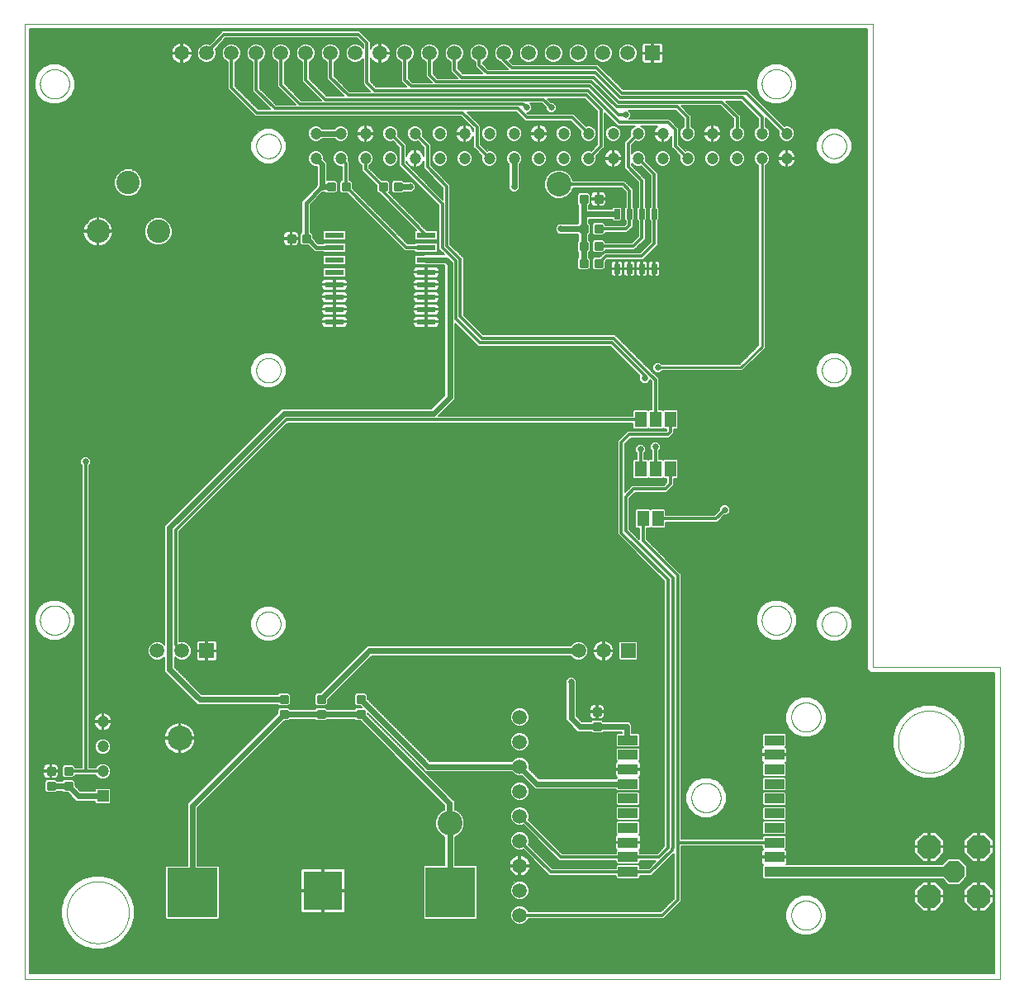
<source format=gtl>
G75*
%MOIN*%
%OFA0B0*%
%FSLAX25Y25*%
%IPPOS*%
%LPD*%
%AMOC8*
5,1,8,0,0,1.08239X$1,22.5*
%
%ADD10C,0.00000*%
%ADD11C,0.00875*%
%ADD12C,0.05906*%
%ADD13C,0.04724*%
%ADD14R,0.04600X0.06300*%
%ADD15C,0.10000*%
%ADD16R,0.20000X0.20000*%
%ADD17R,0.15600X0.15600*%
%ADD18R,0.05906X0.05906*%
%ADD19C,0.00059*%
%ADD20R,0.07874X0.03937*%
%ADD21OC8,0.09449*%
%ADD22OC8,0.08858*%
%ADD23R,0.07800X0.02100*%
%ADD24R,0.04724X0.04724*%
%ADD25C,0.09449*%
%ADD26C,0.00600*%
%ADD27C,0.02578*%
%ADD28C,0.02400*%
%ADD29C,0.01200*%
%ADD30C,0.01600*%
%ADD31C,0.04000*%
%ADD32C,0.01000*%
D10*
X0017623Y0012379D02*
X0017623Y0398206D01*
X0360143Y0398206D01*
X0360143Y0138363D01*
X0411324Y0138363D01*
X0411324Y0012379D01*
X0017623Y0012379D01*
X0034808Y0039343D02*
X0034812Y0039650D01*
X0034823Y0039956D01*
X0034842Y0040263D01*
X0034868Y0040568D01*
X0034902Y0040873D01*
X0034943Y0041177D01*
X0034992Y0041480D01*
X0035048Y0041782D01*
X0035112Y0042082D01*
X0035183Y0042380D01*
X0035261Y0042677D01*
X0035346Y0042972D01*
X0035439Y0043264D01*
X0035539Y0043554D01*
X0035646Y0043842D01*
X0035760Y0044127D01*
X0035880Y0044409D01*
X0036008Y0044687D01*
X0036143Y0044963D01*
X0036284Y0045235D01*
X0036432Y0045504D01*
X0036586Y0045769D01*
X0036747Y0046030D01*
X0036915Y0046288D01*
X0037088Y0046541D01*
X0037268Y0046789D01*
X0037454Y0047033D01*
X0037645Y0047273D01*
X0037843Y0047508D01*
X0038046Y0047737D01*
X0038255Y0047962D01*
X0038469Y0048182D01*
X0038689Y0048396D01*
X0038914Y0048605D01*
X0039143Y0048808D01*
X0039378Y0049006D01*
X0039618Y0049197D01*
X0039862Y0049383D01*
X0040110Y0049563D01*
X0040363Y0049736D01*
X0040621Y0049904D01*
X0040882Y0050065D01*
X0041147Y0050219D01*
X0041416Y0050367D01*
X0041688Y0050508D01*
X0041964Y0050643D01*
X0042242Y0050771D01*
X0042524Y0050891D01*
X0042809Y0051005D01*
X0043097Y0051112D01*
X0043387Y0051212D01*
X0043679Y0051305D01*
X0043974Y0051390D01*
X0044271Y0051468D01*
X0044569Y0051539D01*
X0044869Y0051603D01*
X0045171Y0051659D01*
X0045474Y0051708D01*
X0045778Y0051749D01*
X0046083Y0051783D01*
X0046388Y0051809D01*
X0046695Y0051828D01*
X0047001Y0051839D01*
X0047308Y0051843D01*
X0047615Y0051839D01*
X0047921Y0051828D01*
X0048228Y0051809D01*
X0048533Y0051783D01*
X0048838Y0051749D01*
X0049142Y0051708D01*
X0049445Y0051659D01*
X0049747Y0051603D01*
X0050047Y0051539D01*
X0050345Y0051468D01*
X0050642Y0051390D01*
X0050937Y0051305D01*
X0051229Y0051212D01*
X0051519Y0051112D01*
X0051807Y0051005D01*
X0052092Y0050891D01*
X0052374Y0050771D01*
X0052652Y0050643D01*
X0052928Y0050508D01*
X0053200Y0050367D01*
X0053469Y0050219D01*
X0053734Y0050065D01*
X0053995Y0049904D01*
X0054253Y0049736D01*
X0054506Y0049563D01*
X0054754Y0049383D01*
X0054998Y0049197D01*
X0055238Y0049006D01*
X0055473Y0048808D01*
X0055702Y0048605D01*
X0055927Y0048396D01*
X0056147Y0048182D01*
X0056361Y0047962D01*
X0056570Y0047737D01*
X0056773Y0047508D01*
X0056971Y0047273D01*
X0057162Y0047033D01*
X0057348Y0046789D01*
X0057528Y0046541D01*
X0057701Y0046288D01*
X0057869Y0046030D01*
X0058030Y0045769D01*
X0058184Y0045504D01*
X0058332Y0045235D01*
X0058473Y0044963D01*
X0058608Y0044687D01*
X0058736Y0044409D01*
X0058856Y0044127D01*
X0058970Y0043842D01*
X0059077Y0043554D01*
X0059177Y0043264D01*
X0059270Y0042972D01*
X0059355Y0042677D01*
X0059433Y0042380D01*
X0059504Y0042082D01*
X0059568Y0041782D01*
X0059624Y0041480D01*
X0059673Y0041177D01*
X0059714Y0040873D01*
X0059748Y0040568D01*
X0059774Y0040263D01*
X0059793Y0039956D01*
X0059804Y0039650D01*
X0059808Y0039343D01*
X0059804Y0039036D01*
X0059793Y0038730D01*
X0059774Y0038423D01*
X0059748Y0038118D01*
X0059714Y0037813D01*
X0059673Y0037509D01*
X0059624Y0037206D01*
X0059568Y0036904D01*
X0059504Y0036604D01*
X0059433Y0036306D01*
X0059355Y0036009D01*
X0059270Y0035714D01*
X0059177Y0035422D01*
X0059077Y0035132D01*
X0058970Y0034844D01*
X0058856Y0034559D01*
X0058736Y0034277D01*
X0058608Y0033999D01*
X0058473Y0033723D01*
X0058332Y0033451D01*
X0058184Y0033182D01*
X0058030Y0032917D01*
X0057869Y0032656D01*
X0057701Y0032398D01*
X0057528Y0032145D01*
X0057348Y0031897D01*
X0057162Y0031653D01*
X0056971Y0031413D01*
X0056773Y0031178D01*
X0056570Y0030949D01*
X0056361Y0030724D01*
X0056147Y0030504D01*
X0055927Y0030290D01*
X0055702Y0030081D01*
X0055473Y0029878D01*
X0055238Y0029680D01*
X0054998Y0029489D01*
X0054754Y0029303D01*
X0054506Y0029123D01*
X0054253Y0028950D01*
X0053995Y0028782D01*
X0053734Y0028621D01*
X0053469Y0028467D01*
X0053200Y0028319D01*
X0052928Y0028178D01*
X0052652Y0028043D01*
X0052374Y0027915D01*
X0052092Y0027795D01*
X0051807Y0027681D01*
X0051519Y0027574D01*
X0051229Y0027474D01*
X0050937Y0027381D01*
X0050642Y0027296D01*
X0050345Y0027218D01*
X0050047Y0027147D01*
X0049747Y0027083D01*
X0049445Y0027027D01*
X0049142Y0026978D01*
X0048838Y0026937D01*
X0048533Y0026903D01*
X0048228Y0026877D01*
X0047921Y0026858D01*
X0047615Y0026847D01*
X0047308Y0026843D01*
X0047001Y0026847D01*
X0046695Y0026858D01*
X0046388Y0026877D01*
X0046083Y0026903D01*
X0045778Y0026937D01*
X0045474Y0026978D01*
X0045171Y0027027D01*
X0044869Y0027083D01*
X0044569Y0027147D01*
X0044271Y0027218D01*
X0043974Y0027296D01*
X0043679Y0027381D01*
X0043387Y0027474D01*
X0043097Y0027574D01*
X0042809Y0027681D01*
X0042524Y0027795D01*
X0042242Y0027915D01*
X0041964Y0028043D01*
X0041688Y0028178D01*
X0041416Y0028319D01*
X0041147Y0028467D01*
X0040882Y0028621D01*
X0040621Y0028782D01*
X0040363Y0028950D01*
X0040110Y0029123D01*
X0039862Y0029303D01*
X0039618Y0029489D01*
X0039378Y0029680D01*
X0039143Y0029878D01*
X0038914Y0030081D01*
X0038689Y0030290D01*
X0038469Y0030504D01*
X0038255Y0030724D01*
X0038046Y0030949D01*
X0037843Y0031178D01*
X0037645Y0031413D01*
X0037454Y0031653D01*
X0037268Y0031897D01*
X0037088Y0032145D01*
X0036915Y0032398D01*
X0036747Y0032656D01*
X0036586Y0032917D01*
X0036432Y0033182D01*
X0036284Y0033451D01*
X0036143Y0033723D01*
X0036008Y0033999D01*
X0035880Y0034277D01*
X0035760Y0034559D01*
X0035646Y0034844D01*
X0035539Y0035132D01*
X0035439Y0035422D01*
X0035346Y0035714D01*
X0035261Y0036009D01*
X0035183Y0036306D01*
X0035112Y0036604D01*
X0035048Y0036904D01*
X0034992Y0037206D01*
X0034943Y0037509D01*
X0034902Y0037813D01*
X0034868Y0038118D01*
X0034842Y0038423D01*
X0034823Y0038730D01*
X0034812Y0039036D01*
X0034808Y0039343D01*
X0111206Y0155843D02*
X0111208Y0155983D01*
X0111214Y0156123D01*
X0111224Y0156262D01*
X0111238Y0156401D01*
X0111256Y0156540D01*
X0111277Y0156678D01*
X0111303Y0156816D01*
X0111333Y0156953D01*
X0111366Y0157088D01*
X0111404Y0157223D01*
X0111445Y0157357D01*
X0111490Y0157490D01*
X0111538Y0157621D01*
X0111591Y0157750D01*
X0111647Y0157879D01*
X0111706Y0158005D01*
X0111770Y0158130D01*
X0111836Y0158253D01*
X0111907Y0158374D01*
X0111980Y0158493D01*
X0112057Y0158610D01*
X0112138Y0158724D01*
X0112221Y0158836D01*
X0112308Y0158946D01*
X0112398Y0159054D01*
X0112490Y0159158D01*
X0112586Y0159260D01*
X0112685Y0159360D01*
X0112786Y0159456D01*
X0112890Y0159550D01*
X0112997Y0159640D01*
X0113106Y0159727D01*
X0113218Y0159812D01*
X0113332Y0159893D01*
X0113448Y0159971D01*
X0113566Y0160045D01*
X0113687Y0160116D01*
X0113809Y0160184D01*
X0113934Y0160248D01*
X0114060Y0160309D01*
X0114187Y0160366D01*
X0114317Y0160419D01*
X0114448Y0160469D01*
X0114580Y0160514D01*
X0114713Y0160557D01*
X0114848Y0160595D01*
X0114983Y0160629D01*
X0115120Y0160660D01*
X0115257Y0160687D01*
X0115395Y0160709D01*
X0115534Y0160728D01*
X0115673Y0160743D01*
X0115812Y0160754D01*
X0115952Y0160761D01*
X0116092Y0160764D01*
X0116232Y0160763D01*
X0116372Y0160758D01*
X0116511Y0160749D01*
X0116651Y0160736D01*
X0116790Y0160719D01*
X0116928Y0160698D01*
X0117066Y0160674D01*
X0117203Y0160645D01*
X0117339Y0160613D01*
X0117474Y0160576D01*
X0117608Y0160536D01*
X0117741Y0160492D01*
X0117872Y0160444D01*
X0118002Y0160393D01*
X0118131Y0160338D01*
X0118258Y0160279D01*
X0118383Y0160216D01*
X0118506Y0160151D01*
X0118628Y0160081D01*
X0118747Y0160008D01*
X0118865Y0159932D01*
X0118980Y0159853D01*
X0119093Y0159770D01*
X0119203Y0159684D01*
X0119311Y0159595D01*
X0119416Y0159503D01*
X0119519Y0159408D01*
X0119619Y0159310D01*
X0119716Y0159210D01*
X0119810Y0159106D01*
X0119902Y0159000D01*
X0119990Y0158892D01*
X0120075Y0158781D01*
X0120157Y0158667D01*
X0120236Y0158551D01*
X0120311Y0158434D01*
X0120383Y0158314D01*
X0120451Y0158192D01*
X0120516Y0158068D01*
X0120578Y0157942D01*
X0120636Y0157815D01*
X0120690Y0157686D01*
X0120741Y0157555D01*
X0120787Y0157423D01*
X0120830Y0157290D01*
X0120870Y0157156D01*
X0120905Y0157021D01*
X0120937Y0156884D01*
X0120964Y0156747D01*
X0120988Y0156609D01*
X0121008Y0156471D01*
X0121024Y0156332D01*
X0121036Y0156192D01*
X0121044Y0156053D01*
X0121048Y0155913D01*
X0121048Y0155773D01*
X0121044Y0155633D01*
X0121036Y0155494D01*
X0121024Y0155354D01*
X0121008Y0155215D01*
X0120988Y0155077D01*
X0120964Y0154939D01*
X0120937Y0154802D01*
X0120905Y0154665D01*
X0120870Y0154530D01*
X0120830Y0154396D01*
X0120787Y0154263D01*
X0120741Y0154131D01*
X0120690Y0154000D01*
X0120636Y0153871D01*
X0120578Y0153744D01*
X0120516Y0153618D01*
X0120451Y0153494D01*
X0120383Y0153372D01*
X0120311Y0153252D01*
X0120236Y0153135D01*
X0120157Y0153019D01*
X0120075Y0152905D01*
X0119990Y0152794D01*
X0119902Y0152686D01*
X0119810Y0152580D01*
X0119716Y0152476D01*
X0119619Y0152376D01*
X0119519Y0152278D01*
X0119416Y0152183D01*
X0119311Y0152091D01*
X0119203Y0152002D01*
X0119093Y0151916D01*
X0118980Y0151833D01*
X0118865Y0151754D01*
X0118747Y0151678D01*
X0118628Y0151605D01*
X0118506Y0151535D01*
X0118383Y0151470D01*
X0118258Y0151407D01*
X0118131Y0151348D01*
X0118002Y0151293D01*
X0117872Y0151242D01*
X0117741Y0151194D01*
X0117608Y0151150D01*
X0117474Y0151110D01*
X0117339Y0151073D01*
X0117203Y0151041D01*
X0117066Y0151012D01*
X0116928Y0150988D01*
X0116790Y0150967D01*
X0116651Y0150950D01*
X0116511Y0150937D01*
X0116372Y0150928D01*
X0116232Y0150923D01*
X0116092Y0150922D01*
X0115952Y0150925D01*
X0115812Y0150932D01*
X0115673Y0150943D01*
X0115534Y0150958D01*
X0115395Y0150977D01*
X0115257Y0150999D01*
X0115120Y0151026D01*
X0114983Y0151057D01*
X0114848Y0151091D01*
X0114713Y0151129D01*
X0114580Y0151172D01*
X0114448Y0151217D01*
X0114317Y0151267D01*
X0114187Y0151320D01*
X0114060Y0151377D01*
X0113934Y0151438D01*
X0113809Y0151502D01*
X0113687Y0151570D01*
X0113566Y0151641D01*
X0113448Y0151715D01*
X0113332Y0151793D01*
X0113218Y0151874D01*
X0113106Y0151959D01*
X0112997Y0152046D01*
X0112890Y0152136D01*
X0112786Y0152230D01*
X0112685Y0152326D01*
X0112586Y0152426D01*
X0112490Y0152528D01*
X0112398Y0152632D01*
X0112308Y0152740D01*
X0112221Y0152850D01*
X0112138Y0152962D01*
X0112057Y0153076D01*
X0111980Y0153193D01*
X0111907Y0153312D01*
X0111836Y0153433D01*
X0111770Y0153556D01*
X0111706Y0153681D01*
X0111647Y0153807D01*
X0111591Y0153936D01*
X0111538Y0154065D01*
X0111490Y0154196D01*
X0111445Y0154329D01*
X0111404Y0154463D01*
X0111366Y0154598D01*
X0111333Y0154733D01*
X0111303Y0154870D01*
X0111277Y0155008D01*
X0111256Y0155146D01*
X0111238Y0155285D01*
X0111224Y0155424D01*
X0111214Y0155563D01*
X0111208Y0155703D01*
X0111206Y0155843D01*
X0023914Y0157316D02*
X0023916Y0157469D01*
X0023922Y0157623D01*
X0023932Y0157776D01*
X0023946Y0157928D01*
X0023964Y0158081D01*
X0023986Y0158232D01*
X0024011Y0158383D01*
X0024041Y0158534D01*
X0024075Y0158684D01*
X0024112Y0158832D01*
X0024153Y0158980D01*
X0024198Y0159126D01*
X0024247Y0159272D01*
X0024300Y0159416D01*
X0024356Y0159558D01*
X0024416Y0159699D01*
X0024480Y0159839D01*
X0024547Y0159977D01*
X0024618Y0160113D01*
X0024693Y0160247D01*
X0024770Y0160379D01*
X0024852Y0160509D01*
X0024936Y0160637D01*
X0025024Y0160763D01*
X0025115Y0160886D01*
X0025209Y0161007D01*
X0025307Y0161125D01*
X0025407Y0161241D01*
X0025511Y0161354D01*
X0025617Y0161465D01*
X0025726Y0161573D01*
X0025838Y0161678D01*
X0025952Y0161779D01*
X0026070Y0161878D01*
X0026189Y0161974D01*
X0026311Y0162067D01*
X0026436Y0162156D01*
X0026563Y0162243D01*
X0026692Y0162325D01*
X0026823Y0162405D01*
X0026956Y0162481D01*
X0027091Y0162554D01*
X0027228Y0162623D01*
X0027367Y0162688D01*
X0027507Y0162750D01*
X0027649Y0162808D01*
X0027792Y0162863D01*
X0027937Y0162914D01*
X0028083Y0162961D01*
X0028230Y0163004D01*
X0028378Y0163043D01*
X0028527Y0163079D01*
X0028677Y0163110D01*
X0028828Y0163138D01*
X0028979Y0163162D01*
X0029132Y0163182D01*
X0029284Y0163198D01*
X0029437Y0163210D01*
X0029590Y0163218D01*
X0029743Y0163222D01*
X0029897Y0163222D01*
X0030050Y0163218D01*
X0030203Y0163210D01*
X0030356Y0163198D01*
X0030508Y0163182D01*
X0030661Y0163162D01*
X0030812Y0163138D01*
X0030963Y0163110D01*
X0031113Y0163079D01*
X0031262Y0163043D01*
X0031410Y0163004D01*
X0031557Y0162961D01*
X0031703Y0162914D01*
X0031848Y0162863D01*
X0031991Y0162808D01*
X0032133Y0162750D01*
X0032273Y0162688D01*
X0032412Y0162623D01*
X0032549Y0162554D01*
X0032684Y0162481D01*
X0032817Y0162405D01*
X0032948Y0162325D01*
X0033077Y0162243D01*
X0033204Y0162156D01*
X0033329Y0162067D01*
X0033451Y0161974D01*
X0033570Y0161878D01*
X0033688Y0161779D01*
X0033802Y0161678D01*
X0033914Y0161573D01*
X0034023Y0161465D01*
X0034129Y0161354D01*
X0034233Y0161241D01*
X0034333Y0161125D01*
X0034431Y0161007D01*
X0034525Y0160886D01*
X0034616Y0160763D01*
X0034704Y0160637D01*
X0034788Y0160509D01*
X0034870Y0160379D01*
X0034947Y0160247D01*
X0035022Y0160113D01*
X0035093Y0159977D01*
X0035160Y0159839D01*
X0035224Y0159699D01*
X0035284Y0159558D01*
X0035340Y0159416D01*
X0035393Y0159272D01*
X0035442Y0159126D01*
X0035487Y0158980D01*
X0035528Y0158832D01*
X0035565Y0158684D01*
X0035599Y0158534D01*
X0035629Y0158383D01*
X0035654Y0158232D01*
X0035676Y0158081D01*
X0035694Y0157928D01*
X0035708Y0157776D01*
X0035718Y0157623D01*
X0035724Y0157469D01*
X0035726Y0157316D01*
X0035724Y0157163D01*
X0035718Y0157009D01*
X0035708Y0156856D01*
X0035694Y0156704D01*
X0035676Y0156551D01*
X0035654Y0156400D01*
X0035629Y0156249D01*
X0035599Y0156098D01*
X0035565Y0155948D01*
X0035528Y0155800D01*
X0035487Y0155652D01*
X0035442Y0155506D01*
X0035393Y0155360D01*
X0035340Y0155216D01*
X0035284Y0155074D01*
X0035224Y0154933D01*
X0035160Y0154793D01*
X0035093Y0154655D01*
X0035022Y0154519D01*
X0034947Y0154385D01*
X0034870Y0154253D01*
X0034788Y0154123D01*
X0034704Y0153995D01*
X0034616Y0153869D01*
X0034525Y0153746D01*
X0034431Y0153625D01*
X0034333Y0153507D01*
X0034233Y0153391D01*
X0034129Y0153278D01*
X0034023Y0153167D01*
X0033914Y0153059D01*
X0033802Y0152954D01*
X0033688Y0152853D01*
X0033570Y0152754D01*
X0033451Y0152658D01*
X0033329Y0152565D01*
X0033204Y0152476D01*
X0033077Y0152389D01*
X0032948Y0152307D01*
X0032817Y0152227D01*
X0032684Y0152151D01*
X0032549Y0152078D01*
X0032412Y0152009D01*
X0032273Y0151944D01*
X0032133Y0151882D01*
X0031991Y0151824D01*
X0031848Y0151769D01*
X0031703Y0151718D01*
X0031557Y0151671D01*
X0031410Y0151628D01*
X0031262Y0151589D01*
X0031113Y0151553D01*
X0030963Y0151522D01*
X0030812Y0151494D01*
X0030661Y0151470D01*
X0030508Y0151450D01*
X0030356Y0151434D01*
X0030203Y0151422D01*
X0030050Y0151414D01*
X0029897Y0151410D01*
X0029743Y0151410D01*
X0029590Y0151414D01*
X0029437Y0151422D01*
X0029284Y0151434D01*
X0029132Y0151450D01*
X0028979Y0151470D01*
X0028828Y0151494D01*
X0028677Y0151522D01*
X0028527Y0151553D01*
X0028378Y0151589D01*
X0028230Y0151628D01*
X0028083Y0151671D01*
X0027937Y0151718D01*
X0027792Y0151769D01*
X0027649Y0151824D01*
X0027507Y0151882D01*
X0027367Y0151944D01*
X0027228Y0152009D01*
X0027091Y0152078D01*
X0026956Y0152151D01*
X0026823Y0152227D01*
X0026692Y0152307D01*
X0026563Y0152389D01*
X0026436Y0152476D01*
X0026311Y0152565D01*
X0026189Y0152658D01*
X0026070Y0152754D01*
X0025952Y0152853D01*
X0025838Y0152954D01*
X0025726Y0153059D01*
X0025617Y0153167D01*
X0025511Y0153278D01*
X0025407Y0153391D01*
X0025307Y0153507D01*
X0025209Y0153625D01*
X0025115Y0153746D01*
X0025024Y0153869D01*
X0024936Y0153995D01*
X0024852Y0154123D01*
X0024770Y0154253D01*
X0024693Y0154385D01*
X0024618Y0154519D01*
X0024547Y0154655D01*
X0024480Y0154793D01*
X0024416Y0154933D01*
X0024356Y0155074D01*
X0024300Y0155216D01*
X0024247Y0155360D01*
X0024198Y0155506D01*
X0024153Y0155652D01*
X0024112Y0155800D01*
X0024075Y0155948D01*
X0024041Y0156098D01*
X0024011Y0156249D01*
X0023986Y0156400D01*
X0023964Y0156551D01*
X0023946Y0156704D01*
X0023932Y0156856D01*
X0023922Y0157009D01*
X0023916Y0157163D01*
X0023914Y0157316D01*
X0111206Y0258206D02*
X0111208Y0258346D01*
X0111214Y0258486D01*
X0111224Y0258625D01*
X0111238Y0258764D01*
X0111256Y0258903D01*
X0111277Y0259041D01*
X0111303Y0259179D01*
X0111333Y0259316D01*
X0111366Y0259451D01*
X0111404Y0259586D01*
X0111445Y0259720D01*
X0111490Y0259853D01*
X0111538Y0259984D01*
X0111591Y0260113D01*
X0111647Y0260242D01*
X0111706Y0260368D01*
X0111770Y0260493D01*
X0111836Y0260616D01*
X0111907Y0260737D01*
X0111980Y0260856D01*
X0112057Y0260973D01*
X0112138Y0261087D01*
X0112221Y0261199D01*
X0112308Y0261309D01*
X0112398Y0261417D01*
X0112490Y0261521D01*
X0112586Y0261623D01*
X0112685Y0261723D01*
X0112786Y0261819D01*
X0112890Y0261913D01*
X0112997Y0262003D01*
X0113106Y0262090D01*
X0113218Y0262175D01*
X0113332Y0262256D01*
X0113448Y0262334D01*
X0113566Y0262408D01*
X0113687Y0262479D01*
X0113809Y0262547D01*
X0113934Y0262611D01*
X0114060Y0262672D01*
X0114187Y0262729D01*
X0114317Y0262782D01*
X0114448Y0262832D01*
X0114580Y0262877D01*
X0114713Y0262920D01*
X0114848Y0262958D01*
X0114983Y0262992D01*
X0115120Y0263023D01*
X0115257Y0263050D01*
X0115395Y0263072D01*
X0115534Y0263091D01*
X0115673Y0263106D01*
X0115812Y0263117D01*
X0115952Y0263124D01*
X0116092Y0263127D01*
X0116232Y0263126D01*
X0116372Y0263121D01*
X0116511Y0263112D01*
X0116651Y0263099D01*
X0116790Y0263082D01*
X0116928Y0263061D01*
X0117066Y0263037D01*
X0117203Y0263008D01*
X0117339Y0262976D01*
X0117474Y0262939D01*
X0117608Y0262899D01*
X0117741Y0262855D01*
X0117872Y0262807D01*
X0118002Y0262756D01*
X0118131Y0262701D01*
X0118258Y0262642D01*
X0118383Y0262579D01*
X0118506Y0262514D01*
X0118628Y0262444D01*
X0118747Y0262371D01*
X0118865Y0262295D01*
X0118980Y0262216D01*
X0119093Y0262133D01*
X0119203Y0262047D01*
X0119311Y0261958D01*
X0119416Y0261866D01*
X0119519Y0261771D01*
X0119619Y0261673D01*
X0119716Y0261573D01*
X0119810Y0261469D01*
X0119902Y0261363D01*
X0119990Y0261255D01*
X0120075Y0261144D01*
X0120157Y0261030D01*
X0120236Y0260914D01*
X0120311Y0260797D01*
X0120383Y0260677D01*
X0120451Y0260555D01*
X0120516Y0260431D01*
X0120578Y0260305D01*
X0120636Y0260178D01*
X0120690Y0260049D01*
X0120741Y0259918D01*
X0120787Y0259786D01*
X0120830Y0259653D01*
X0120870Y0259519D01*
X0120905Y0259384D01*
X0120937Y0259247D01*
X0120964Y0259110D01*
X0120988Y0258972D01*
X0121008Y0258834D01*
X0121024Y0258695D01*
X0121036Y0258555D01*
X0121044Y0258416D01*
X0121048Y0258276D01*
X0121048Y0258136D01*
X0121044Y0257996D01*
X0121036Y0257857D01*
X0121024Y0257717D01*
X0121008Y0257578D01*
X0120988Y0257440D01*
X0120964Y0257302D01*
X0120937Y0257165D01*
X0120905Y0257028D01*
X0120870Y0256893D01*
X0120830Y0256759D01*
X0120787Y0256626D01*
X0120741Y0256494D01*
X0120690Y0256363D01*
X0120636Y0256234D01*
X0120578Y0256107D01*
X0120516Y0255981D01*
X0120451Y0255857D01*
X0120383Y0255735D01*
X0120311Y0255615D01*
X0120236Y0255498D01*
X0120157Y0255382D01*
X0120075Y0255268D01*
X0119990Y0255157D01*
X0119902Y0255049D01*
X0119810Y0254943D01*
X0119716Y0254839D01*
X0119619Y0254739D01*
X0119519Y0254641D01*
X0119416Y0254546D01*
X0119311Y0254454D01*
X0119203Y0254365D01*
X0119093Y0254279D01*
X0118980Y0254196D01*
X0118865Y0254117D01*
X0118747Y0254041D01*
X0118628Y0253968D01*
X0118506Y0253898D01*
X0118383Y0253833D01*
X0118258Y0253770D01*
X0118131Y0253711D01*
X0118002Y0253656D01*
X0117872Y0253605D01*
X0117741Y0253557D01*
X0117608Y0253513D01*
X0117474Y0253473D01*
X0117339Y0253436D01*
X0117203Y0253404D01*
X0117066Y0253375D01*
X0116928Y0253351D01*
X0116790Y0253330D01*
X0116651Y0253313D01*
X0116511Y0253300D01*
X0116372Y0253291D01*
X0116232Y0253286D01*
X0116092Y0253285D01*
X0115952Y0253288D01*
X0115812Y0253295D01*
X0115673Y0253306D01*
X0115534Y0253321D01*
X0115395Y0253340D01*
X0115257Y0253362D01*
X0115120Y0253389D01*
X0114983Y0253420D01*
X0114848Y0253454D01*
X0114713Y0253492D01*
X0114580Y0253535D01*
X0114448Y0253580D01*
X0114317Y0253630D01*
X0114187Y0253683D01*
X0114060Y0253740D01*
X0113934Y0253801D01*
X0113809Y0253865D01*
X0113687Y0253933D01*
X0113566Y0254004D01*
X0113448Y0254078D01*
X0113332Y0254156D01*
X0113218Y0254237D01*
X0113106Y0254322D01*
X0112997Y0254409D01*
X0112890Y0254499D01*
X0112786Y0254593D01*
X0112685Y0254689D01*
X0112586Y0254789D01*
X0112490Y0254891D01*
X0112398Y0254995D01*
X0112308Y0255103D01*
X0112221Y0255213D01*
X0112138Y0255325D01*
X0112057Y0255439D01*
X0111980Y0255556D01*
X0111907Y0255675D01*
X0111836Y0255796D01*
X0111770Y0255919D01*
X0111706Y0256044D01*
X0111647Y0256170D01*
X0111591Y0256299D01*
X0111538Y0256428D01*
X0111490Y0256559D01*
X0111445Y0256692D01*
X0111404Y0256826D01*
X0111366Y0256961D01*
X0111333Y0257096D01*
X0111303Y0257233D01*
X0111277Y0257371D01*
X0111256Y0257509D01*
X0111238Y0257648D01*
X0111224Y0257787D01*
X0111214Y0257926D01*
X0111208Y0258066D01*
X0111206Y0258206D01*
X0111206Y0348757D02*
X0111208Y0348897D01*
X0111214Y0349037D01*
X0111224Y0349176D01*
X0111238Y0349315D01*
X0111256Y0349454D01*
X0111277Y0349592D01*
X0111303Y0349730D01*
X0111333Y0349867D01*
X0111366Y0350002D01*
X0111404Y0350137D01*
X0111445Y0350271D01*
X0111490Y0350404D01*
X0111538Y0350535D01*
X0111591Y0350664D01*
X0111647Y0350793D01*
X0111706Y0350919D01*
X0111770Y0351044D01*
X0111836Y0351167D01*
X0111907Y0351288D01*
X0111980Y0351407D01*
X0112057Y0351524D01*
X0112138Y0351638D01*
X0112221Y0351750D01*
X0112308Y0351860D01*
X0112398Y0351968D01*
X0112490Y0352072D01*
X0112586Y0352174D01*
X0112685Y0352274D01*
X0112786Y0352370D01*
X0112890Y0352464D01*
X0112997Y0352554D01*
X0113106Y0352641D01*
X0113218Y0352726D01*
X0113332Y0352807D01*
X0113448Y0352885D01*
X0113566Y0352959D01*
X0113687Y0353030D01*
X0113809Y0353098D01*
X0113934Y0353162D01*
X0114060Y0353223D01*
X0114187Y0353280D01*
X0114317Y0353333D01*
X0114448Y0353383D01*
X0114580Y0353428D01*
X0114713Y0353471D01*
X0114848Y0353509D01*
X0114983Y0353543D01*
X0115120Y0353574D01*
X0115257Y0353601D01*
X0115395Y0353623D01*
X0115534Y0353642D01*
X0115673Y0353657D01*
X0115812Y0353668D01*
X0115952Y0353675D01*
X0116092Y0353678D01*
X0116232Y0353677D01*
X0116372Y0353672D01*
X0116511Y0353663D01*
X0116651Y0353650D01*
X0116790Y0353633D01*
X0116928Y0353612D01*
X0117066Y0353588D01*
X0117203Y0353559D01*
X0117339Y0353527D01*
X0117474Y0353490D01*
X0117608Y0353450D01*
X0117741Y0353406D01*
X0117872Y0353358D01*
X0118002Y0353307D01*
X0118131Y0353252D01*
X0118258Y0353193D01*
X0118383Y0353130D01*
X0118506Y0353065D01*
X0118628Y0352995D01*
X0118747Y0352922D01*
X0118865Y0352846D01*
X0118980Y0352767D01*
X0119093Y0352684D01*
X0119203Y0352598D01*
X0119311Y0352509D01*
X0119416Y0352417D01*
X0119519Y0352322D01*
X0119619Y0352224D01*
X0119716Y0352124D01*
X0119810Y0352020D01*
X0119902Y0351914D01*
X0119990Y0351806D01*
X0120075Y0351695D01*
X0120157Y0351581D01*
X0120236Y0351465D01*
X0120311Y0351348D01*
X0120383Y0351228D01*
X0120451Y0351106D01*
X0120516Y0350982D01*
X0120578Y0350856D01*
X0120636Y0350729D01*
X0120690Y0350600D01*
X0120741Y0350469D01*
X0120787Y0350337D01*
X0120830Y0350204D01*
X0120870Y0350070D01*
X0120905Y0349935D01*
X0120937Y0349798D01*
X0120964Y0349661D01*
X0120988Y0349523D01*
X0121008Y0349385D01*
X0121024Y0349246D01*
X0121036Y0349106D01*
X0121044Y0348967D01*
X0121048Y0348827D01*
X0121048Y0348687D01*
X0121044Y0348547D01*
X0121036Y0348408D01*
X0121024Y0348268D01*
X0121008Y0348129D01*
X0120988Y0347991D01*
X0120964Y0347853D01*
X0120937Y0347716D01*
X0120905Y0347579D01*
X0120870Y0347444D01*
X0120830Y0347310D01*
X0120787Y0347177D01*
X0120741Y0347045D01*
X0120690Y0346914D01*
X0120636Y0346785D01*
X0120578Y0346658D01*
X0120516Y0346532D01*
X0120451Y0346408D01*
X0120383Y0346286D01*
X0120311Y0346166D01*
X0120236Y0346049D01*
X0120157Y0345933D01*
X0120075Y0345819D01*
X0119990Y0345708D01*
X0119902Y0345600D01*
X0119810Y0345494D01*
X0119716Y0345390D01*
X0119619Y0345290D01*
X0119519Y0345192D01*
X0119416Y0345097D01*
X0119311Y0345005D01*
X0119203Y0344916D01*
X0119093Y0344830D01*
X0118980Y0344747D01*
X0118865Y0344668D01*
X0118747Y0344592D01*
X0118628Y0344519D01*
X0118506Y0344449D01*
X0118383Y0344384D01*
X0118258Y0344321D01*
X0118131Y0344262D01*
X0118002Y0344207D01*
X0117872Y0344156D01*
X0117741Y0344108D01*
X0117608Y0344064D01*
X0117474Y0344024D01*
X0117339Y0343987D01*
X0117203Y0343955D01*
X0117066Y0343926D01*
X0116928Y0343902D01*
X0116790Y0343881D01*
X0116651Y0343864D01*
X0116511Y0343851D01*
X0116372Y0343842D01*
X0116232Y0343837D01*
X0116092Y0343836D01*
X0115952Y0343839D01*
X0115812Y0343846D01*
X0115673Y0343857D01*
X0115534Y0343872D01*
X0115395Y0343891D01*
X0115257Y0343913D01*
X0115120Y0343940D01*
X0114983Y0343971D01*
X0114848Y0344005D01*
X0114713Y0344043D01*
X0114580Y0344086D01*
X0114448Y0344131D01*
X0114317Y0344181D01*
X0114187Y0344234D01*
X0114060Y0344291D01*
X0113934Y0344352D01*
X0113809Y0344416D01*
X0113687Y0344484D01*
X0113566Y0344555D01*
X0113448Y0344629D01*
X0113332Y0344707D01*
X0113218Y0344788D01*
X0113106Y0344873D01*
X0112997Y0344960D01*
X0112890Y0345050D01*
X0112786Y0345144D01*
X0112685Y0345240D01*
X0112586Y0345340D01*
X0112490Y0345442D01*
X0112398Y0345546D01*
X0112308Y0345654D01*
X0112221Y0345764D01*
X0112138Y0345876D01*
X0112057Y0345990D01*
X0111980Y0346107D01*
X0111907Y0346226D01*
X0111836Y0346347D01*
X0111770Y0346470D01*
X0111706Y0346595D01*
X0111647Y0346721D01*
X0111591Y0346850D01*
X0111538Y0346979D01*
X0111490Y0347110D01*
X0111445Y0347243D01*
X0111404Y0347377D01*
X0111366Y0347512D01*
X0111333Y0347647D01*
X0111303Y0347784D01*
X0111277Y0347922D01*
X0111256Y0348060D01*
X0111238Y0348199D01*
X0111224Y0348338D01*
X0111214Y0348477D01*
X0111208Y0348617D01*
X0111206Y0348757D01*
X0023914Y0373851D02*
X0023916Y0374004D01*
X0023922Y0374158D01*
X0023932Y0374311D01*
X0023946Y0374463D01*
X0023964Y0374616D01*
X0023986Y0374767D01*
X0024011Y0374918D01*
X0024041Y0375069D01*
X0024075Y0375219D01*
X0024112Y0375367D01*
X0024153Y0375515D01*
X0024198Y0375661D01*
X0024247Y0375807D01*
X0024300Y0375951D01*
X0024356Y0376093D01*
X0024416Y0376234D01*
X0024480Y0376374D01*
X0024547Y0376512D01*
X0024618Y0376648D01*
X0024693Y0376782D01*
X0024770Y0376914D01*
X0024852Y0377044D01*
X0024936Y0377172D01*
X0025024Y0377298D01*
X0025115Y0377421D01*
X0025209Y0377542D01*
X0025307Y0377660D01*
X0025407Y0377776D01*
X0025511Y0377889D01*
X0025617Y0378000D01*
X0025726Y0378108D01*
X0025838Y0378213D01*
X0025952Y0378314D01*
X0026070Y0378413D01*
X0026189Y0378509D01*
X0026311Y0378602D01*
X0026436Y0378691D01*
X0026563Y0378778D01*
X0026692Y0378860D01*
X0026823Y0378940D01*
X0026956Y0379016D01*
X0027091Y0379089D01*
X0027228Y0379158D01*
X0027367Y0379223D01*
X0027507Y0379285D01*
X0027649Y0379343D01*
X0027792Y0379398D01*
X0027937Y0379449D01*
X0028083Y0379496D01*
X0028230Y0379539D01*
X0028378Y0379578D01*
X0028527Y0379614D01*
X0028677Y0379645D01*
X0028828Y0379673D01*
X0028979Y0379697D01*
X0029132Y0379717D01*
X0029284Y0379733D01*
X0029437Y0379745D01*
X0029590Y0379753D01*
X0029743Y0379757D01*
X0029897Y0379757D01*
X0030050Y0379753D01*
X0030203Y0379745D01*
X0030356Y0379733D01*
X0030508Y0379717D01*
X0030661Y0379697D01*
X0030812Y0379673D01*
X0030963Y0379645D01*
X0031113Y0379614D01*
X0031262Y0379578D01*
X0031410Y0379539D01*
X0031557Y0379496D01*
X0031703Y0379449D01*
X0031848Y0379398D01*
X0031991Y0379343D01*
X0032133Y0379285D01*
X0032273Y0379223D01*
X0032412Y0379158D01*
X0032549Y0379089D01*
X0032684Y0379016D01*
X0032817Y0378940D01*
X0032948Y0378860D01*
X0033077Y0378778D01*
X0033204Y0378691D01*
X0033329Y0378602D01*
X0033451Y0378509D01*
X0033570Y0378413D01*
X0033688Y0378314D01*
X0033802Y0378213D01*
X0033914Y0378108D01*
X0034023Y0378000D01*
X0034129Y0377889D01*
X0034233Y0377776D01*
X0034333Y0377660D01*
X0034431Y0377542D01*
X0034525Y0377421D01*
X0034616Y0377298D01*
X0034704Y0377172D01*
X0034788Y0377044D01*
X0034870Y0376914D01*
X0034947Y0376782D01*
X0035022Y0376648D01*
X0035093Y0376512D01*
X0035160Y0376374D01*
X0035224Y0376234D01*
X0035284Y0376093D01*
X0035340Y0375951D01*
X0035393Y0375807D01*
X0035442Y0375661D01*
X0035487Y0375515D01*
X0035528Y0375367D01*
X0035565Y0375219D01*
X0035599Y0375069D01*
X0035629Y0374918D01*
X0035654Y0374767D01*
X0035676Y0374616D01*
X0035694Y0374463D01*
X0035708Y0374311D01*
X0035718Y0374158D01*
X0035724Y0374004D01*
X0035726Y0373851D01*
X0035724Y0373698D01*
X0035718Y0373544D01*
X0035708Y0373391D01*
X0035694Y0373239D01*
X0035676Y0373086D01*
X0035654Y0372935D01*
X0035629Y0372784D01*
X0035599Y0372633D01*
X0035565Y0372483D01*
X0035528Y0372335D01*
X0035487Y0372187D01*
X0035442Y0372041D01*
X0035393Y0371895D01*
X0035340Y0371751D01*
X0035284Y0371609D01*
X0035224Y0371468D01*
X0035160Y0371328D01*
X0035093Y0371190D01*
X0035022Y0371054D01*
X0034947Y0370920D01*
X0034870Y0370788D01*
X0034788Y0370658D01*
X0034704Y0370530D01*
X0034616Y0370404D01*
X0034525Y0370281D01*
X0034431Y0370160D01*
X0034333Y0370042D01*
X0034233Y0369926D01*
X0034129Y0369813D01*
X0034023Y0369702D01*
X0033914Y0369594D01*
X0033802Y0369489D01*
X0033688Y0369388D01*
X0033570Y0369289D01*
X0033451Y0369193D01*
X0033329Y0369100D01*
X0033204Y0369011D01*
X0033077Y0368924D01*
X0032948Y0368842D01*
X0032817Y0368762D01*
X0032684Y0368686D01*
X0032549Y0368613D01*
X0032412Y0368544D01*
X0032273Y0368479D01*
X0032133Y0368417D01*
X0031991Y0368359D01*
X0031848Y0368304D01*
X0031703Y0368253D01*
X0031557Y0368206D01*
X0031410Y0368163D01*
X0031262Y0368124D01*
X0031113Y0368088D01*
X0030963Y0368057D01*
X0030812Y0368029D01*
X0030661Y0368005D01*
X0030508Y0367985D01*
X0030356Y0367969D01*
X0030203Y0367957D01*
X0030050Y0367949D01*
X0029897Y0367945D01*
X0029743Y0367945D01*
X0029590Y0367949D01*
X0029437Y0367957D01*
X0029284Y0367969D01*
X0029132Y0367985D01*
X0028979Y0368005D01*
X0028828Y0368029D01*
X0028677Y0368057D01*
X0028527Y0368088D01*
X0028378Y0368124D01*
X0028230Y0368163D01*
X0028083Y0368206D01*
X0027937Y0368253D01*
X0027792Y0368304D01*
X0027649Y0368359D01*
X0027507Y0368417D01*
X0027367Y0368479D01*
X0027228Y0368544D01*
X0027091Y0368613D01*
X0026956Y0368686D01*
X0026823Y0368762D01*
X0026692Y0368842D01*
X0026563Y0368924D01*
X0026436Y0369011D01*
X0026311Y0369100D01*
X0026189Y0369193D01*
X0026070Y0369289D01*
X0025952Y0369388D01*
X0025838Y0369489D01*
X0025726Y0369594D01*
X0025617Y0369702D01*
X0025511Y0369813D01*
X0025407Y0369926D01*
X0025307Y0370042D01*
X0025209Y0370160D01*
X0025115Y0370281D01*
X0025024Y0370404D01*
X0024936Y0370530D01*
X0024852Y0370658D01*
X0024770Y0370788D01*
X0024693Y0370920D01*
X0024618Y0371054D01*
X0024547Y0371190D01*
X0024480Y0371328D01*
X0024416Y0371468D01*
X0024356Y0371609D01*
X0024300Y0371751D01*
X0024247Y0371895D01*
X0024198Y0372041D01*
X0024153Y0372187D01*
X0024112Y0372335D01*
X0024075Y0372483D01*
X0024041Y0372633D01*
X0024011Y0372784D01*
X0023986Y0372935D01*
X0023964Y0373086D01*
X0023946Y0373239D01*
X0023932Y0373391D01*
X0023922Y0373544D01*
X0023916Y0373698D01*
X0023914Y0373851D01*
X0286863Y0085646D02*
X0286865Y0085799D01*
X0286871Y0085953D01*
X0286881Y0086106D01*
X0286895Y0086258D01*
X0286913Y0086411D01*
X0286935Y0086562D01*
X0286960Y0086713D01*
X0286990Y0086864D01*
X0287024Y0087014D01*
X0287061Y0087162D01*
X0287102Y0087310D01*
X0287147Y0087456D01*
X0287196Y0087602D01*
X0287249Y0087746D01*
X0287305Y0087888D01*
X0287365Y0088029D01*
X0287429Y0088169D01*
X0287496Y0088307D01*
X0287567Y0088443D01*
X0287642Y0088577D01*
X0287719Y0088709D01*
X0287801Y0088839D01*
X0287885Y0088967D01*
X0287973Y0089093D01*
X0288064Y0089216D01*
X0288158Y0089337D01*
X0288256Y0089455D01*
X0288356Y0089571D01*
X0288460Y0089684D01*
X0288566Y0089795D01*
X0288675Y0089903D01*
X0288787Y0090008D01*
X0288901Y0090109D01*
X0289019Y0090208D01*
X0289138Y0090304D01*
X0289260Y0090397D01*
X0289385Y0090486D01*
X0289512Y0090573D01*
X0289641Y0090655D01*
X0289772Y0090735D01*
X0289905Y0090811D01*
X0290040Y0090884D01*
X0290177Y0090953D01*
X0290316Y0091018D01*
X0290456Y0091080D01*
X0290598Y0091138D01*
X0290741Y0091193D01*
X0290886Y0091244D01*
X0291032Y0091291D01*
X0291179Y0091334D01*
X0291327Y0091373D01*
X0291476Y0091409D01*
X0291626Y0091440D01*
X0291777Y0091468D01*
X0291928Y0091492D01*
X0292081Y0091512D01*
X0292233Y0091528D01*
X0292386Y0091540D01*
X0292539Y0091548D01*
X0292692Y0091552D01*
X0292846Y0091552D01*
X0292999Y0091548D01*
X0293152Y0091540D01*
X0293305Y0091528D01*
X0293457Y0091512D01*
X0293610Y0091492D01*
X0293761Y0091468D01*
X0293912Y0091440D01*
X0294062Y0091409D01*
X0294211Y0091373D01*
X0294359Y0091334D01*
X0294506Y0091291D01*
X0294652Y0091244D01*
X0294797Y0091193D01*
X0294940Y0091138D01*
X0295082Y0091080D01*
X0295222Y0091018D01*
X0295361Y0090953D01*
X0295498Y0090884D01*
X0295633Y0090811D01*
X0295766Y0090735D01*
X0295897Y0090655D01*
X0296026Y0090573D01*
X0296153Y0090486D01*
X0296278Y0090397D01*
X0296400Y0090304D01*
X0296519Y0090208D01*
X0296637Y0090109D01*
X0296751Y0090008D01*
X0296863Y0089903D01*
X0296972Y0089795D01*
X0297078Y0089684D01*
X0297182Y0089571D01*
X0297282Y0089455D01*
X0297380Y0089337D01*
X0297474Y0089216D01*
X0297565Y0089093D01*
X0297653Y0088967D01*
X0297737Y0088839D01*
X0297819Y0088709D01*
X0297896Y0088577D01*
X0297971Y0088443D01*
X0298042Y0088307D01*
X0298109Y0088169D01*
X0298173Y0088029D01*
X0298233Y0087888D01*
X0298289Y0087746D01*
X0298342Y0087602D01*
X0298391Y0087456D01*
X0298436Y0087310D01*
X0298477Y0087162D01*
X0298514Y0087014D01*
X0298548Y0086864D01*
X0298578Y0086713D01*
X0298603Y0086562D01*
X0298625Y0086411D01*
X0298643Y0086258D01*
X0298657Y0086106D01*
X0298667Y0085953D01*
X0298673Y0085799D01*
X0298675Y0085646D01*
X0298673Y0085493D01*
X0298667Y0085339D01*
X0298657Y0085186D01*
X0298643Y0085034D01*
X0298625Y0084881D01*
X0298603Y0084730D01*
X0298578Y0084579D01*
X0298548Y0084428D01*
X0298514Y0084278D01*
X0298477Y0084130D01*
X0298436Y0083982D01*
X0298391Y0083836D01*
X0298342Y0083690D01*
X0298289Y0083546D01*
X0298233Y0083404D01*
X0298173Y0083263D01*
X0298109Y0083123D01*
X0298042Y0082985D01*
X0297971Y0082849D01*
X0297896Y0082715D01*
X0297819Y0082583D01*
X0297737Y0082453D01*
X0297653Y0082325D01*
X0297565Y0082199D01*
X0297474Y0082076D01*
X0297380Y0081955D01*
X0297282Y0081837D01*
X0297182Y0081721D01*
X0297078Y0081608D01*
X0296972Y0081497D01*
X0296863Y0081389D01*
X0296751Y0081284D01*
X0296637Y0081183D01*
X0296519Y0081084D01*
X0296400Y0080988D01*
X0296278Y0080895D01*
X0296153Y0080806D01*
X0296026Y0080719D01*
X0295897Y0080637D01*
X0295766Y0080557D01*
X0295633Y0080481D01*
X0295498Y0080408D01*
X0295361Y0080339D01*
X0295222Y0080274D01*
X0295082Y0080212D01*
X0294940Y0080154D01*
X0294797Y0080099D01*
X0294652Y0080048D01*
X0294506Y0080001D01*
X0294359Y0079958D01*
X0294211Y0079919D01*
X0294062Y0079883D01*
X0293912Y0079852D01*
X0293761Y0079824D01*
X0293610Y0079800D01*
X0293457Y0079780D01*
X0293305Y0079764D01*
X0293152Y0079752D01*
X0292999Y0079744D01*
X0292846Y0079740D01*
X0292692Y0079740D01*
X0292539Y0079744D01*
X0292386Y0079752D01*
X0292233Y0079764D01*
X0292081Y0079780D01*
X0291928Y0079800D01*
X0291777Y0079824D01*
X0291626Y0079852D01*
X0291476Y0079883D01*
X0291327Y0079919D01*
X0291179Y0079958D01*
X0291032Y0080001D01*
X0290886Y0080048D01*
X0290741Y0080099D01*
X0290598Y0080154D01*
X0290456Y0080212D01*
X0290316Y0080274D01*
X0290177Y0080339D01*
X0290040Y0080408D01*
X0289905Y0080481D01*
X0289772Y0080557D01*
X0289641Y0080637D01*
X0289512Y0080719D01*
X0289385Y0080806D01*
X0289260Y0080895D01*
X0289138Y0080988D01*
X0289019Y0081084D01*
X0288901Y0081183D01*
X0288787Y0081284D01*
X0288675Y0081389D01*
X0288566Y0081497D01*
X0288460Y0081608D01*
X0288356Y0081721D01*
X0288256Y0081837D01*
X0288158Y0081955D01*
X0288064Y0082076D01*
X0287973Y0082199D01*
X0287885Y0082325D01*
X0287801Y0082453D01*
X0287719Y0082583D01*
X0287642Y0082715D01*
X0287567Y0082849D01*
X0287496Y0082985D01*
X0287429Y0083123D01*
X0287365Y0083263D01*
X0287305Y0083404D01*
X0287249Y0083546D01*
X0287196Y0083690D01*
X0287147Y0083836D01*
X0287102Y0083982D01*
X0287061Y0084130D01*
X0287024Y0084278D01*
X0286990Y0084428D01*
X0286960Y0084579D01*
X0286935Y0084730D01*
X0286913Y0084881D01*
X0286895Y0085034D01*
X0286881Y0085186D01*
X0286871Y0085339D01*
X0286865Y0085493D01*
X0286863Y0085646D01*
X0327205Y0118166D02*
X0327207Y0118319D01*
X0327213Y0118473D01*
X0327223Y0118626D01*
X0327237Y0118778D01*
X0327255Y0118931D01*
X0327277Y0119082D01*
X0327302Y0119233D01*
X0327332Y0119384D01*
X0327366Y0119534D01*
X0327403Y0119682D01*
X0327444Y0119830D01*
X0327489Y0119976D01*
X0327538Y0120122D01*
X0327591Y0120266D01*
X0327647Y0120408D01*
X0327707Y0120549D01*
X0327771Y0120689D01*
X0327838Y0120827D01*
X0327909Y0120963D01*
X0327984Y0121097D01*
X0328061Y0121229D01*
X0328143Y0121359D01*
X0328227Y0121487D01*
X0328315Y0121613D01*
X0328406Y0121736D01*
X0328500Y0121857D01*
X0328598Y0121975D01*
X0328698Y0122091D01*
X0328802Y0122204D01*
X0328908Y0122315D01*
X0329017Y0122423D01*
X0329129Y0122528D01*
X0329243Y0122629D01*
X0329361Y0122728D01*
X0329480Y0122824D01*
X0329602Y0122917D01*
X0329727Y0123006D01*
X0329854Y0123093D01*
X0329983Y0123175D01*
X0330114Y0123255D01*
X0330247Y0123331D01*
X0330382Y0123404D01*
X0330519Y0123473D01*
X0330658Y0123538D01*
X0330798Y0123600D01*
X0330940Y0123658D01*
X0331083Y0123713D01*
X0331228Y0123764D01*
X0331374Y0123811D01*
X0331521Y0123854D01*
X0331669Y0123893D01*
X0331818Y0123929D01*
X0331968Y0123960D01*
X0332119Y0123988D01*
X0332270Y0124012D01*
X0332423Y0124032D01*
X0332575Y0124048D01*
X0332728Y0124060D01*
X0332881Y0124068D01*
X0333034Y0124072D01*
X0333188Y0124072D01*
X0333341Y0124068D01*
X0333494Y0124060D01*
X0333647Y0124048D01*
X0333799Y0124032D01*
X0333952Y0124012D01*
X0334103Y0123988D01*
X0334254Y0123960D01*
X0334404Y0123929D01*
X0334553Y0123893D01*
X0334701Y0123854D01*
X0334848Y0123811D01*
X0334994Y0123764D01*
X0335139Y0123713D01*
X0335282Y0123658D01*
X0335424Y0123600D01*
X0335564Y0123538D01*
X0335703Y0123473D01*
X0335840Y0123404D01*
X0335975Y0123331D01*
X0336108Y0123255D01*
X0336239Y0123175D01*
X0336368Y0123093D01*
X0336495Y0123006D01*
X0336620Y0122917D01*
X0336742Y0122824D01*
X0336861Y0122728D01*
X0336979Y0122629D01*
X0337093Y0122528D01*
X0337205Y0122423D01*
X0337314Y0122315D01*
X0337420Y0122204D01*
X0337524Y0122091D01*
X0337624Y0121975D01*
X0337722Y0121857D01*
X0337816Y0121736D01*
X0337907Y0121613D01*
X0337995Y0121487D01*
X0338079Y0121359D01*
X0338161Y0121229D01*
X0338238Y0121097D01*
X0338313Y0120963D01*
X0338384Y0120827D01*
X0338451Y0120689D01*
X0338515Y0120549D01*
X0338575Y0120408D01*
X0338631Y0120266D01*
X0338684Y0120122D01*
X0338733Y0119976D01*
X0338778Y0119830D01*
X0338819Y0119682D01*
X0338856Y0119534D01*
X0338890Y0119384D01*
X0338920Y0119233D01*
X0338945Y0119082D01*
X0338967Y0118931D01*
X0338985Y0118778D01*
X0338999Y0118626D01*
X0339009Y0118473D01*
X0339015Y0118319D01*
X0339017Y0118166D01*
X0339015Y0118013D01*
X0339009Y0117859D01*
X0338999Y0117706D01*
X0338985Y0117554D01*
X0338967Y0117401D01*
X0338945Y0117250D01*
X0338920Y0117099D01*
X0338890Y0116948D01*
X0338856Y0116798D01*
X0338819Y0116650D01*
X0338778Y0116502D01*
X0338733Y0116356D01*
X0338684Y0116210D01*
X0338631Y0116066D01*
X0338575Y0115924D01*
X0338515Y0115783D01*
X0338451Y0115643D01*
X0338384Y0115505D01*
X0338313Y0115369D01*
X0338238Y0115235D01*
X0338161Y0115103D01*
X0338079Y0114973D01*
X0337995Y0114845D01*
X0337907Y0114719D01*
X0337816Y0114596D01*
X0337722Y0114475D01*
X0337624Y0114357D01*
X0337524Y0114241D01*
X0337420Y0114128D01*
X0337314Y0114017D01*
X0337205Y0113909D01*
X0337093Y0113804D01*
X0336979Y0113703D01*
X0336861Y0113604D01*
X0336742Y0113508D01*
X0336620Y0113415D01*
X0336495Y0113326D01*
X0336368Y0113239D01*
X0336239Y0113157D01*
X0336108Y0113077D01*
X0335975Y0113001D01*
X0335840Y0112928D01*
X0335703Y0112859D01*
X0335564Y0112794D01*
X0335424Y0112732D01*
X0335282Y0112674D01*
X0335139Y0112619D01*
X0334994Y0112568D01*
X0334848Y0112521D01*
X0334701Y0112478D01*
X0334553Y0112439D01*
X0334404Y0112403D01*
X0334254Y0112372D01*
X0334103Y0112344D01*
X0333952Y0112320D01*
X0333799Y0112300D01*
X0333647Y0112284D01*
X0333494Y0112272D01*
X0333341Y0112264D01*
X0333188Y0112260D01*
X0333034Y0112260D01*
X0332881Y0112264D01*
X0332728Y0112272D01*
X0332575Y0112284D01*
X0332423Y0112300D01*
X0332270Y0112320D01*
X0332119Y0112344D01*
X0331968Y0112372D01*
X0331818Y0112403D01*
X0331669Y0112439D01*
X0331521Y0112478D01*
X0331374Y0112521D01*
X0331228Y0112568D01*
X0331083Y0112619D01*
X0330940Y0112674D01*
X0330798Y0112732D01*
X0330658Y0112794D01*
X0330519Y0112859D01*
X0330382Y0112928D01*
X0330247Y0113001D01*
X0330114Y0113077D01*
X0329983Y0113157D01*
X0329854Y0113239D01*
X0329727Y0113326D01*
X0329602Y0113415D01*
X0329480Y0113508D01*
X0329361Y0113604D01*
X0329243Y0113703D01*
X0329129Y0113804D01*
X0329017Y0113909D01*
X0328908Y0114017D01*
X0328802Y0114128D01*
X0328698Y0114241D01*
X0328598Y0114357D01*
X0328500Y0114475D01*
X0328406Y0114596D01*
X0328315Y0114719D01*
X0328227Y0114845D01*
X0328143Y0114973D01*
X0328061Y0115103D01*
X0327984Y0115235D01*
X0327909Y0115369D01*
X0327838Y0115505D01*
X0327771Y0115643D01*
X0327707Y0115783D01*
X0327647Y0115924D01*
X0327591Y0116066D01*
X0327538Y0116210D01*
X0327489Y0116356D01*
X0327444Y0116502D01*
X0327403Y0116650D01*
X0327366Y0116798D01*
X0327332Y0116948D01*
X0327302Y0117099D01*
X0327277Y0117250D01*
X0327255Y0117401D01*
X0327237Y0117554D01*
X0327223Y0117706D01*
X0327213Y0117859D01*
X0327207Y0118013D01*
X0327205Y0118166D01*
X0339552Y0155843D02*
X0339554Y0155983D01*
X0339560Y0156123D01*
X0339570Y0156262D01*
X0339584Y0156401D01*
X0339602Y0156540D01*
X0339623Y0156678D01*
X0339649Y0156816D01*
X0339679Y0156953D01*
X0339712Y0157088D01*
X0339750Y0157223D01*
X0339791Y0157357D01*
X0339836Y0157490D01*
X0339884Y0157621D01*
X0339937Y0157750D01*
X0339993Y0157879D01*
X0340052Y0158005D01*
X0340116Y0158130D01*
X0340182Y0158253D01*
X0340253Y0158374D01*
X0340326Y0158493D01*
X0340403Y0158610D01*
X0340484Y0158724D01*
X0340567Y0158836D01*
X0340654Y0158946D01*
X0340744Y0159054D01*
X0340836Y0159158D01*
X0340932Y0159260D01*
X0341031Y0159360D01*
X0341132Y0159456D01*
X0341236Y0159550D01*
X0341343Y0159640D01*
X0341452Y0159727D01*
X0341564Y0159812D01*
X0341678Y0159893D01*
X0341794Y0159971D01*
X0341912Y0160045D01*
X0342033Y0160116D01*
X0342155Y0160184D01*
X0342280Y0160248D01*
X0342406Y0160309D01*
X0342533Y0160366D01*
X0342663Y0160419D01*
X0342794Y0160469D01*
X0342926Y0160514D01*
X0343059Y0160557D01*
X0343194Y0160595D01*
X0343329Y0160629D01*
X0343466Y0160660D01*
X0343603Y0160687D01*
X0343741Y0160709D01*
X0343880Y0160728D01*
X0344019Y0160743D01*
X0344158Y0160754D01*
X0344298Y0160761D01*
X0344438Y0160764D01*
X0344578Y0160763D01*
X0344718Y0160758D01*
X0344857Y0160749D01*
X0344997Y0160736D01*
X0345136Y0160719D01*
X0345274Y0160698D01*
X0345412Y0160674D01*
X0345549Y0160645D01*
X0345685Y0160613D01*
X0345820Y0160576D01*
X0345954Y0160536D01*
X0346087Y0160492D01*
X0346218Y0160444D01*
X0346348Y0160393D01*
X0346477Y0160338D01*
X0346604Y0160279D01*
X0346729Y0160216D01*
X0346852Y0160151D01*
X0346974Y0160081D01*
X0347093Y0160008D01*
X0347211Y0159932D01*
X0347326Y0159853D01*
X0347439Y0159770D01*
X0347549Y0159684D01*
X0347657Y0159595D01*
X0347762Y0159503D01*
X0347865Y0159408D01*
X0347965Y0159310D01*
X0348062Y0159210D01*
X0348156Y0159106D01*
X0348248Y0159000D01*
X0348336Y0158892D01*
X0348421Y0158781D01*
X0348503Y0158667D01*
X0348582Y0158551D01*
X0348657Y0158434D01*
X0348729Y0158314D01*
X0348797Y0158192D01*
X0348862Y0158068D01*
X0348924Y0157942D01*
X0348982Y0157815D01*
X0349036Y0157686D01*
X0349087Y0157555D01*
X0349133Y0157423D01*
X0349176Y0157290D01*
X0349216Y0157156D01*
X0349251Y0157021D01*
X0349283Y0156884D01*
X0349310Y0156747D01*
X0349334Y0156609D01*
X0349354Y0156471D01*
X0349370Y0156332D01*
X0349382Y0156192D01*
X0349390Y0156053D01*
X0349394Y0155913D01*
X0349394Y0155773D01*
X0349390Y0155633D01*
X0349382Y0155494D01*
X0349370Y0155354D01*
X0349354Y0155215D01*
X0349334Y0155077D01*
X0349310Y0154939D01*
X0349283Y0154802D01*
X0349251Y0154665D01*
X0349216Y0154530D01*
X0349176Y0154396D01*
X0349133Y0154263D01*
X0349087Y0154131D01*
X0349036Y0154000D01*
X0348982Y0153871D01*
X0348924Y0153744D01*
X0348862Y0153618D01*
X0348797Y0153494D01*
X0348729Y0153372D01*
X0348657Y0153252D01*
X0348582Y0153135D01*
X0348503Y0153019D01*
X0348421Y0152905D01*
X0348336Y0152794D01*
X0348248Y0152686D01*
X0348156Y0152580D01*
X0348062Y0152476D01*
X0347965Y0152376D01*
X0347865Y0152278D01*
X0347762Y0152183D01*
X0347657Y0152091D01*
X0347549Y0152002D01*
X0347439Y0151916D01*
X0347326Y0151833D01*
X0347211Y0151754D01*
X0347093Y0151678D01*
X0346974Y0151605D01*
X0346852Y0151535D01*
X0346729Y0151470D01*
X0346604Y0151407D01*
X0346477Y0151348D01*
X0346348Y0151293D01*
X0346218Y0151242D01*
X0346087Y0151194D01*
X0345954Y0151150D01*
X0345820Y0151110D01*
X0345685Y0151073D01*
X0345549Y0151041D01*
X0345412Y0151012D01*
X0345274Y0150988D01*
X0345136Y0150967D01*
X0344997Y0150950D01*
X0344857Y0150937D01*
X0344718Y0150928D01*
X0344578Y0150923D01*
X0344438Y0150922D01*
X0344298Y0150925D01*
X0344158Y0150932D01*
X0344019Y0150943D01*
X0343880Y0150958D01*
X0343741Y0150977D01*
X0343603Y0150999D01*
X0343466Y0151026D01*
X0343329Y0151057D01*
X0343194Y0151091D01*
X0343059Y0151129D01*
X0342926Y0151172D01*
X0342794Y0151217D01*
X0342663Y0151267D01*
X0342533Y0151320D01*
X0342406Y0151377D01*
X0342280Y0151438D01*
X0342155Y0151502D01*
X0342033Y0151570D01*
X0341912Y0151641D01*
X0341794Y0151715D01*
X0341678Y0151793D01*
X0341564Y0151874D01*
X0341452Y0151959D01*
X0341343Y0152046D01*
X0341236Y0152136D01*
X0341132Y0152230D01*
X0341031Y0152326D01*
X0340932Y0152426D01*
X0340836Y0152528D01*
X0340744Y0152632D01*
X0340654Y0152740D01*
X0340567Y0152850D01*
X0340484Y0152962D01*
X0340403Y0153076D01*
X0340326Y0153193D01*
X0340253Y0153312D01*
X0340182Y0153433D01*
X0340116Y0153556D01*
X0340052Y0153681D01*
X0339993Y0153807D01*
X0339937Y0153936D01*
X0339884Y0154065D01*
X0339836Y0154196D01*
X0339791Y0154329D01*
X0339750Y0154463D01*
X0339712Y0154598D01*
X0339679Y0154733D01*
X0339649Y0154870D01*
X0339623Y0155008D01*
X0339602Y0155146D01*
X0339584Y0155285D01*
X0339570Y0155424D01*
X0339560Y0155563D01*
X0339554Y0155703D01*
X0339552Y0155843D01*
X0315252Y0157316D02*
X0315254Y0157469D01*
X0315260Y0157623D01*
X0315270Y0157776D01*
X0315284Y0157928D01*
X0315302Y0158081D01*
X0315324Y0158232D01*
X0315349Y0158383D01*
X0315379Y0158534D01*
X0315413Y0158684D01*
X0315450Y0158832D01*
X0315491Y0158980D01*
X0315536Y0159126D01*
X0315585Y0159272D01*
X0315638Y0159416D01*
X0315694Y0159558D01*
X0315754Y0159699D01*
X0315818Y0159839D01*
X0315885Y0159977D01*
X0315956Y0160113D01*
X0316031Y0160247D01*
X0316108Y0160379D01*
X0316190Y0160509D01*
X0316274Y0160637D01*
X0316362Y0160763D01*
X0316453Y0160886D01*
X0316547Y0161007D01*
X0316645Y0161125D01*
X0316745Y0161241D01*
X0316849Y0161354D01*
X0316955Y0161465D01*
X0317064Y0161573D01*
X0317176Y0161678D01*
X0317290Y0161779D01*
X0317408Y0161878D01*
X0317527Y0161974D01*
X0317649Y0162067D01*
X0317774Y0162156D01*
X0317901Y0162243D01*
X0318030Y0162325D01*
X0318161Y0162405D01*
X0318294Y0162481D01*
X0318429Y0162554D01*
X0318566Y0162623D01*
X0318705Y0162688D01*
X0318845Y0162750D01*
X0318987Y0162808D01*
X0319130Y0162863D01*
X0319275Y0162914D01*
X0319421Y0162961D01*
X0319568Y0163004D01*
X0319716Y0163043D01*
X0319865Y0163079D01*
X0320015Y0163110D01*
X0320166Y0163138D01*
X0320317Y0163162D01*
X0320470Y0163182D01*
X0320622Y0163198D01*
X0320775Y0163210D01*
X0320928Y0163218D01*
X0321081Y0163222D01*
X0321235Y0163222D01*
X0321388Y0163218D01*
X0321541Y0163210D01*
X0321694Y0163198D01*
X0321846Y0163182D01*
X0321999Y0163162D01*
X0322150Y0163138D01*
X0322301Y0163110D01*
X0322451Y0163079D01*
X0322600Y0163043D01*
X0322748Y0163004D01*
X0322895Y0162961D01*
X0323041Y0162914D01*
X0323186Y0162863D01*
X0323329Y0162808D01*
X0323471Y0162750D01*
X0323611Y0162688D01*
X0323750Y0162623D01*
X0323887Y0162554D01*
X0324022Y0162481D01*
X0324155Y0162405D01*
X0324286Y0162325D01*
X0324415Y0162243D01*
X0324542Y0162156D01*
X0324667Y0162067D01*
X0324789Y0161974D01*
X0324908Y0161878D01*
X0325026Y0161779D01*
X0325140Y0161678D01*
X0325252Y0161573D01*
X0325361Y0161465D01*
X0325467Y0161354D01*
X0325571Y0161241D01*
X0325671Y0161125D01*
X0325769Y0161007D01*
X0325863Y0160886D01*
X0325954Y0160763D01*
X0326042Y0160637D01*
X0326126Y0160509D01*
X0326208Y0160379D01*
X0326285Y0160247D01*
X0326360Y0160113D01*
X0326431Y0159977D01*
X0326498Y0159839D01*
X0326562Y0159699D01*
X0326622Y0159558D01*
X0326678Y0159416D01*
X0326731Y0159272D01*
X0326780Y0159126D01*
X0326825Y0158980D01*
X0326866Y0158832D01*
X0326903Y0158684D01*
X0326937Y0158534D01*
X0326967Y0158383D01*
X0326992Y0158232D01*
X0327014Y0158081D01*
X0327032Y0157928D01*
X0327046Y0157776D01*
X0327056Y0157623D01*
X0327062Y0157469D01*
X0327064Y0157316D01*
X0327062Y0157163D01*
X0327056Y0157009D01*
X0327046Y0156856D01*
X0327032Y0156704D01*
X0327014Y0156551D01*
X0326992Y0156400D01*
X0326967Y0156249D01*
X0326937Y0156098D01*
X0326903Y0155948D01*
X0326866Y0155800D01*
X0326825Y0155652D01*
X0326780Y0155506D01*
X0326731Y0155360D01*
X0326678Y0155216D01*
X0326622Y0155074D01*
X0326562Y0154933D01*
X0326498Y0154793D01*
X0326431Y0154655D01*
X0326360Y0154519D01*
X0326285Y0154385D01*
X0326208Y0154253D01*
X0326126Y0154123D01*
X0326042Y0153995D01*
X0325954Y0153869D01*
X0325863Y0153746D01*
X0325769Y0153625D01*
X0325671Y0153507D01*
X0325571Y0153391D01*
X0325467Y0153278D01*
X0325361Y0153167D01*
X0325252Y0153059D01*
X0325140Y0152954D01*
X0325026Y0152853D01*
X0324908Y0152754D01*
X0324789Y0152658D01*
X0324667Y0152565D01*
X0324542Y0152476D01*
X0324415Y0152389D01*
X0324286Y0152307D01*
X0324155Y0152227D01*
X0324022Y0152151D01*
X0323887Y0152078D01*
X0323750Y0152009D01*
X0323611Y0151944D01*
X0323471Y0151882D01*
X0323329Y0151824D01*
X0323186Y0151769D01*
X0323041Y0151718D01*
X0322895Y0151671D01*
X0322748Y0151628D01*
X0322600Y0151589D01*
X0322451Y0151553D01*
X0322301Y0151522D01*
X0322150Y0151494D01*
X0321999Y0151470D01*
X0321846Y0151450D01*
X0321694Y0151434D01*
X0321541Y0151422D01*
X0321388Y0151414D01*
X0321235Y0151410D01*
X0321081Y0151410D01*
X0320928Y0151414D01*
X0320775Y0151422D01*
X0320622Y0151434D01*
X0320470Y0151450D01*
X0320317Y0151470D01*
X0320166Y0151494D01*
X0320015Y0151522D01*
X0319865Y0151553D01*
X0319716Y0151589D01*
X0319568Y0151628D01*
X0319421Y0151671D01*
X0319275Y0151718D01*
X0319130Y0151769D01*
X0318987Y0151824D01*
X0318845Y0151882D01*
X0318705Y0151944D01*
X0318566Y0152009D01*
X0318429Y0152078D01*
X0318294Y0152151D01*
X0318161Y0152227D01*
X0318030Y0152307D01*
X0317901Y0152389D01*
X0317774Y0152476D01*
X0317649Y0152565D01*
X0317527Y0152658D01*
X0317408Y0152754D01*
X0317290Y0152853D01*
X0317176Y0152954D01*
X0317064Y0153059D01*
X0316955Y0153167D01*
X0316849Y0153278D01*
X0316745Y0153391D01*
X0316645Y0153507D01*
X0316547Y0153625D01*
X0316453Y0153746D01*
X0316362Y0153869D01*
X0316274Y0153995D01*
X0316190Y0154123D01*
X0316108Y0154253D01*
X0316031Y0154385D01*
X0315956Y0154519D01*
X0315885Y0154655D01*
X0315818Y0154793D01*
X0315754Y0154933D01*
X0315694Y0155074D01*
X0315638Y0155216D01*
X0315585Y0155360D01*
X0315536Y0155506D01*
X0315491Y0155652D01*
X0315450Y0155800D01*
X0315413Y0155948D01*
X0315379Y0156098D01*
X0315349Y0156249D01*
X0315324Y0156400D01*
X0315302Y0156551D01*
X0315284Y0156704D01*
X0315270Y0156856D01*
X0315260Y0157009D01*
X0315254Y0157163D01*
X0315252Y0157316D01*
X0370300Y0108249D02*
X0370304Y0108556D01*
X0370315Y0108862D01*
X0370334Y0109169D01*
X0370360Y0109474D01*
X0370394Y0109779D01*
X0370435Y0110083D01*
X0370484Y0110386D01*
X0370540Y0110688D01*
X0370604Y0110988D01*
X0370675Y0111286D01*
X0370753Y0111583D01*
X0370838Y0111878D01*
X0370931Y0112170D01*
X0371031Y0112460D01*
X0371138Y0112748D01*
X0371252Y0113033D01*
X0371372Y0113315D01*
X0371500Y0113593D01*
X0371635Y0113869D01*
X0371776Y0114141D01*
X0371924Y0114410D01*
X0372078Y0114675D01*
X0372239Y0114936D01*
X0372407Y0115194D01*
X0372580Y0115447D01*
X0372760Y0115695D01*
X0372946Y0115939D01*
X0373137Y0116179D01*
X0373335Y0116414D01*
X0373538Y0116643D01*
X0373747Y0116868D01*
X0373961Y0117088D01*
X0374181Y0117302D01*
X0374406Y0117511D01*
X0374635Y0117714D01*
X0374870Y0117912D01*
X0375110Y0118103D01*
X0375354Y0118289D01*
X0375602Y0118469D01*
X0375855Y0118642D01*
X0376113Y0118810D01*
X0376374Y0118971D01*
X0376639Y0119125D01*
X0376908Y0119273D01*
X0377180Y0119414D01*
X0377456Y0119549D01*
X0377734Y0119677D01*
X0378016Y0119797D01*
X0378301Y0119911D01*
X0378589Y0120018D01*
X0378879Y0120118D01*
X0379171Y0120211D01*
X0379466Y0120296D01*
X0379763Y0120374D01*
X0380061Y0120445D01*
X0380361Y0120509D01*
X0380663Y0120565D01*
X0380966Y0120614D01*
X0381270Y0120655D01*
X0381575Y0120689D01*
X0381880Y0120715D01*
X0382187Y0120734D01*
X0382493Y0120745D01*
X0382800Y0120749D01*
X0383107Y0120745D01*
X0383413Y0120734D01*
X0383720Y0120715D01*
X0384025Y0120689D01*
X0384330Y0120655D01*
X0384634Y0120614D01*
X0384937Y0120565D01*
X0385239Y0120509D01*
X0385539Y0120445D01*
X0385837Y0120374D01*
X0386134Y0120296D01*
X0386429Y0120211D01*
X0386721Y0120118D01*
X0387011Y0120018D01*
X0387299Y0119911D01*
X0387584Y0119797D01*
X0387866Y0119677D01*
X0388144Y0119549D01*
X0388420Y0119414D01*
X0388692Y0119273D01*
X0388961Y0119125D01*
X0389226Y0118971D01*
X0389487Y0118810D01*
X0389745Y0118642D01*
X0389998Y0118469D01*
X0390246Y0118289D01*
X0390490Y0118103D01*
X0390730Y0117912D01*
X0390965Y0117714D01*
X0391194Y0117511D01*
X0391419Y0117302D01*
X0391639Y0117088D01*
X0391853Y0116868D01*
X0392062Y0116643D01*
X0392265Y0116414D01*
X0392463Y0116179D01*
X0392654Y0115939D01*
X0392840Y0115695D01*
X0393020Y0115447D01*
X0393193Y0115194D01*
X0393361Y0114936D01*
X0393522Y0114675D01*
X0393676Y0114410D01*
X0393824Y0114141D01*
X0393965Y0113869D01*
X0394100Y0113593D01*
X0394228Y0113315D01*
X0394348Y0113033D01*
X0394462Y0112748D01*
X0394569Y0112460D01*
X0394669Y0112170D01*
X0394762Y0111878D01*
X0394847Y0111583D01*
X0394925Y0111286D01*
X0394996Y0110988D01*
X0395060Y0110688D01*
X0395116Y0110386D01*
X0395165Y0110083D01*
X0395206Y0109779D01*
X0395240Y0109474D01*
X0395266Y0109169D01*
X0395285Y0108862D01*
X0395296Y0108556D01*
X0395300Y0108249D01*
X0395296Y0107942D01*
X0395285Y0107636D01*
X0395266Y0107329D01*
X0395240Y0107024D01*
X0395206Y0106719D01*
X0395165Y0106415D01*
X0395116Y0106112D01*
X0395060Y0105810D01*
X0394996Y0105510D01*
X0394925Y0105212D01*
X0394847Y0104915D01*
X0394762Y0104620D01*
X0394669Y0104328D01*
X0394569Y0104038D01*
X0394462Y0103750D01*
X0394348Y0103465D01*
X0394228Y0103183D01*
X0394100Y0102905D01*
X0393965Y0102629D01*
X0393824Y0102357D01*
X0393676Y0102088D01*
X0393522Y0101823D01*
X0393361Y0101562D01*
X0393193Y0101304D01*
X0393020Y0101051D01*
X0392840Y0100803D01*
X0392654Y0100559D01*
X0392463Y0100319D01*
X0392265Y0100084D01*
X0392062Y0099855D01*
X0391853Y0099630D01*
X0391639Y0099410D01*
X0391419Y0099196D01*
X0391194Y0098987D01*
X0390965Y0098784D01*
X0390730Y0098586D01*
X0390490Y0098395D01*
X0390246Y0098209D01*
X0389998Y0098029D01*
X0389745Y0097856D01*
X0389487Y0097688D01*
X0389226Y0097527D01*
X0388961Y0097373D01*
X0388692Y0097225D01*
X0388420Y0097084D01*
X0388144Y0096949D01*
X0387866Y0096821D01*
X0387584Y0096701D01*
X0387299Y0096587D01*
X0387011Y0096480D01*
X0386721Y0096380D01*
X0386429Y0096287D01*
X0386134Y0096202D01*
X0385837Y0096124D01*
X0385539Y0096053D01*
X0385239Y0095989D01*
X0384937Y0095933D01*
X0384634Y0095884D01*
X0384330Y0095843D01*
X0384025Y0095809D01*
X0383720Y0095783D01*
X0383413Y0095764D01*
X0383107Y0095753D01*
X0382800Y0095749D01*
X0382493Y0095753D01*
X0382187Y0095764D01*
X0381880Y0095783D01*
X0381575Y0095809D01*
X0381270Y0095843D01*
X0380966Y0095884D01*
X0380663Y0095933D01*
X0380361Y0095989D01*
X0380061Y0096053D01*
X0379763Y0096124D01*
X0379466Y0096202D01*
X0379171Y0096287D01*
X0378879Y0096380D01*
X0378589Y0096480D01*
X0378301Y0096587D01*
X0378016Y0096701D01*
X0377734Y0096821D01*
X0377456Y0096949D01*
X0377180Y0097084D01*
X0376908Y0097225D01*
X0376639Y0097373D01*
X0376374Y0097527D01*
X0376113Y0097688D01*
X0375855Y0097856D01*
X0375602Y0098029D01*
X0375354Y0098209D01*
X0375110Y0098395D01*
X0374870Y0098586D01*
X0374635Y0098784D01*
X0374406Y0098987D01*
X0374181Y0099196D01*
X0373961Y0099410D01*
X0373747Y0099630D01*
X0373538Y0099855D01*
X0373335Y0100084D01*
X0373137Y0100319D01*
X0372946Y0100559D01*
X0372760Y0100803D01*
X0372580Y0101051D01*
X0372407Y0101304D01*
X0372239Y0101562D01*
X0372078Y0101823D01*
X0371924Y0102088D01*
X0371776Y0102357D01*
X0371635Y0102629D01*
X0371500Y0102905D01*
X0371372Y0103183D01*
X0371252Y0103465D01*
X0371138Y0103750D01*
X0371031Y0104038D01*
X0370931Y0104328D01*
X0370838Y0104620D01*
X0370753Y0104915D01*
X0370675Y0105212D01*
X0370604Y0105510D01*
X0370540Y0105810D01*
X0370484Y0106112D01*
X0370435Y0106415D01*
X0370394Y0106719D01*
X0370360Y0107024D01*
X0370334Y0107329D01*
X0370315Y0107636D01*
X0370304Y0107942D01*
X0370300Y0108249D01*
X0327205Y0038166D02*
X0327207Y0038319D01*
X0327213Y0038473D01*
X0327223Y0038626D01*
X0327237Y0038778D01*
X0327255Y0038931D01*
X0327277Y0039082D01*
X0327302Y0039233D01*
X0327332Y0039384D01*
X0327366Y0039534D01*
X0327403Y0039682D01*
X0327444Y0039830D01*
X0327489Y0039976D01*
X0327538Y0040122D01*
X0327591Y0040266D01*
X0327647Y0040408D01*
X0327707Y0040549D01*
X0327771Y0040689D01*
X0327838Y0040827D01*
X0327909Y0040963D01*
X0327984Y0041097D01*
X0328061Y0041229D01*
X0328143Y0041359D01*
X0328227Y0041487D01*
X0328315Y0041613D01*
X0328406Y0041736D01*
X0328500Y0041857D01*
X0328598Y0041975D01*
X0328698Y0042091D01*
X0328802Y0042204D01*
X0328908Y0042315D01*
X0329017Y0042423D01*
X0329129Y0042528D01*
X0329243Y0042629D01*
X0329361Y0042728D01*
X0329480Y0042824D01*
X0329602Y0042917D01*
X0329727Y0043006D01*
X0329854Y0043093D01*
X0329983Y0043175D01*
X0330114Y0043255D01*
X0330247Y0043331D01*
X0330382Y0043404D01*
X0330519Y0043473D01*
X0330658Y0043538D01*
X0330798Y0043600D01*
X0330940Y0043658D01*
X0331083Y0043713D01*
X0331228Y0043764D01*
X0331374Y0043811D01*
X0331521Y0043854D01*
X0331669Y0043893D01*
X0331818Y0043929D01*
X0331968Y0043960D01*
X0332119Y0043988D01*
X0332270Y0044012D01*
X0332423Y0044032D01*
X0332575Y0044048D01*
X0332728Y0044060D01*
X0332881Y0044068D01*
X0333034Y0044072D01*
X0333188Y0044072D01*
X0333341Y0044068D01*
X0333494Y0044060D01*
X0333647Y0044048D01*
X0333799Y0044032D01*
X0333952Y0044012D01*
X0334103Y0043988D01*
X0334254Y0043960D01*
X0334404Y0043929D01*
X0334553Y0043893D01*
X0334701Y0043854D01*
X0334848Y0043811D01*
X0334994Y0043764D01*
X0335139Y0043713D01*
X0335282Y0043658D01*
X0335424Y0043600D01*
X0335564Y0043538D01*
X0335703Y0043473D01*
X0335840Y0043404D01*
X0335975Y0043331D01*
X0336108Y0043255D01*
X0336239Y0043175D01*
X0336368Y0043093D01*
X0336495Y0043006D01*
X0336620Y0042917D01*
X0336742Y0042824D01*
X0336861Y0042728D01*
X0336979Y0042629D01*
X0337093Y0042528D01*
X0337205Y0042423D01*
X0337314Y0042315D01*
X0337420Y0042204D01*
X0337524Y0042091D01*
X0337624Y0041975D01*
X0337722Y0041857D01*
X0337816Y0041736D01*
X0337907Y0041613D01*
X0337995Y0041487D01*
X0338079Y0041359D01*
X0338161Y0041229D01*
X0338238Y0041097D01*
X0338313Y0040963D01*
X0338384Y0040827D01*
X0338451Y0040689D01*
X0338515Y0040549D01*
X0338575Y0040408D01*
X0338631Y0040266D01*
X0338684Y0040122D01*
X0338733Y0039976D01*
X0338778Y0039830D01*
X0338819Y0039682D01*
X0338856Y0039534D01*
X0338890Y0039384D01*
X0338920Y0039233D01*
X0338945Y0039082D01*
X0338967Y0038931D01*
X0338985Y0038778D01*
X0338999Y0038626D01*
X0339009Y0038473D01*
X0339015Y0038319D01*
X0339017Y0038166D01*
X0339015Y0038013D01*
X0339009Y0037859D01*
X0338999Y0037706D01*
X0338985Y0037554D01*
X0338967Y0037401D01*
X0338945Y0037250D01*
X0338920Y0037099D01*
X0338890Y0036948D01*
X0338856Y0036798D01*
X0338819Y0036650D01*
X0338778Y0036502D01*
X0338733Y0036356D01*
X0338684Y0036210D01*
X0338631Y0036066D01*
X0338575Y0035924D01*
X0338515Y0035783D01*
X0338451Y0035643D01*
X0338384Y0035505D01*
X0338313Y0035369D01*
X0338238Y0035235D01*
X0338161Y0035103D01*
X0338079Y0034973D01*
X0337995Y0034845D01*
X0337907Y0034719D01*
X0337816Y0034596D01*
X0337722Y0034475D01*
X0337624Y0034357D01*
X0337524Y0034241D01*
X0337420Y0034128D01*
X0337314Y0034017D01*
X0337205Y0033909D01*
X0337093Y0033804D01*
X0336979Y0033703D01*
X0336861Y0033604D01*
X0336742Y0033508D01*
X0336620Y0033415D01*
X0336495Y0033326D01*
X0336368Y0033239D01*
X0336239Y0033157D01*
X0336108Y0033077D01*
X0335975Y0033001D01*
X0335840Y0032928D01*
X0335703Y0032859D01*
X0335564Y0032794D01*
X0335424Y0032732D01*
X0335282Y0032674D01*
X0335139Y0032619D01*
X0334994Y0032568D01*
X0334848Y0032521D01*
X0334701Y0032478D01*
X0334553Y0032439D01*
X0334404Y0032403D01*
X0334254Y0032372D01*
X0334103Y0032344D01*
X0333952Y0032320D01*
X0333799Y0032300D01*
X0333647Y0032284D01*
X0333494Y0032272D01*
X0333341Y0032264D01*
X0333188Y0032260D01*
X0333034Y0032260D01*
X0332881Y0032264D01*
X0332728Y0032272D01*
X0332575Y0032284D01*
X0332423Y0032300D01*
X0332270Y0032320D01*
X0332119Y0032344D01*
X0331968Y0032372D01*
X0331818Y0032403D01*
X0331669Y0032439D01*
X0331521Y0032478D01*
X0331374Y0032521D01*
X0331228Y0032568D01*
X0331083Y0032619D01*
X0330940Y0032674D01*
X0330798Y0032732D01*
X0330658Y0032794D01*
X0330519Y0032859D01*
X0330382Y0032928D01*
X0330247Y0033001D01*
X0330114Y0033077D01*
X0329983Y0033157D01*
X0329854Y0033239D01*
X0329727Y0033326D01*
X0329602Y0033415D01*
X0329480Y0033508D01*
X0329361Y0033604D01*
X0329243Y0033703D01*
X0329129Y0033804D01*
X0329017Y0033909D01*
X0328908Y0034017D01*
X0328802Y0034128D01*
X0328698Y0034241D01*
X0328598Y0034357D01*
X0328500Y0034475D01*
X0328406Y0034596D01*
X0328315Y0034719D01*
X0328227Y0034845D01*
X0328143Y0034973D01*
X0328061Y0035103D01*
X0327984Y0035235D01*
X0327909Y0035369D01*
X0327838Y0035505D01*
X0327771Y0035643D01*
X0327707Y0035783D01*
X0327647Y0035924D01*
X0327591Y0036066D01*
X0327538Y0036210D01*
X0327489Y0036356D01*
X0327444Y0036502D01*
X0327403Y0036650D01*
X0327366Y0036798D01*
X0327332Y0036948D01*
X0327302Y0037099D01*
X0327277Y0037250D01*
X0327255Y0037401D01*
X0327237Y0037554D01*
X0327223Y0037706D01*
X0327213Y0037859D01*
X0327207Y0038013D01*
X0327205Y0038166D01*
X0339552Y0258206D02*
X0339554Y0258346D01*
X0339560Y0258486D01*
X0339570Y0258625D01*
X0339584Y0258764D01*
X0339602Y0258903D01*
X0339623Y0259041D01*
X0339649Y0259179D01*
X0339679Y0259316D01*
X0339712Y0259451D01*
X0339750Y0259586D01*
X0339791Y0259720D01*
X0339836Y0259853D01*
X0339884Y0259984D01*
X0339937Y0260113D01*
X0339993Y0260242D01*
X0340052Y0260368D01*
X0340116Y0260493D01*
X0340182Y0260616D01*
X0340253Y0260737D01*
X0340326Y0260856D01*
X0340403Y0260973D01*
X0340484Y0261087D01*
X0340567Y0261199D01*
X0340654Y0261309D01*
X0340744Y0261417D01*
X0340836Y0261521D01*
X0340932Y0261623D01*
X0341031Y0261723D01*
X0341132Y0261819D01*
X0341236Y0261913D01*
X0341343Y0262003D01*
X0341452Y0262090D01*
X0341564Y0262175D01*
X0341678Y0262256D01*
X0341794Y0262334D01*
X0341912Y0262408D01*
X0342033Y0262479D01*
X0342155Y0262547D01*
X0342280Y0262611D01*
X0342406Y0262672D01*
X0342533Y0262729D01*
X0342663Y0262782D01*
X0342794Y0262832D01*
X0342926Y0262877D01*
X0343059Y0262920D01*
X0343194Y0262958D01*
X0343329Y0262992D01*
X0343466Y0263023D01*
X0343603Y0263050D01*
X0343741Y0263072D01*
X0343880Y0263091D01*
X0344019Y0263106D01*
X0344158Y0263117D01*
X0344298Y0263124D01*
X0344438Y0263127D01*
X0344578Y0263126D01*
X0344718Y0263121D01*
X0344857Y0263112D01*
X0344997Y0263099D01*
X0345136Y0263082D01*
X0345274Y0263061D01*
X0345412Y0263037D01*
X0345549Y0263008D01*
X0345685Y0262976D01*
X0345820Y0262939D01*
X0345954Y0262899D01*
X0346087Y0262855D01*
X0346218Y0262807D01*
X0346348Y0262756D01*
X0346477Y0262701D01*
X0346604Y0262642D01*
X0346729Y0262579D01*
X0346852Y0262514D01*
X0346974Y0262444D01*
X0347093Y0262371D01*
X0347211Y0262295D01*
X0347326Y0262216D01*
X0347439Y0262133D01*
X0347549Y0262047D01*
X0347657Y0261958D01*
X0347762Y0261866D01*
X0347865Y0261771D01*
X0347965Y0261673D01*
X0348062Y0261573D01*
X0348156Y0261469D01*
X0348248Y0261363D01*
X0348336Y0261255D01*
X0348421Y0261144D01*
X0348503Y0261030D01*
X0348582Y0260914D01*
X0348657Y0260797D01*
X0348729Y0260677D01*
X0348797Y0260555D01*
X0348862Y0260431D01*
X0348924Y0260305D01*
X0348982Y0260178D01*
X0349036Y0260049D01*
X0349087Y0259918D01*
X0349133Y0259786D01*
X0349176Y0259653D01*
X0349216Y0259519D01*
X0349251Y0259384D01*
X0349283Y0259247D01*
X0349310Y0259110D01*
X0349334Y0258972D01*
X0349354Y0258834D01*
X0349370Y0258695D01*
X0349382Y0258555D01*
X0349390Y0258416D01*
X0349394Y0258276D01*
X0349394Y0258136D01*
X0349390Y0257996D01*
X0349382Y0257857D01*
X0349370Y0257717D01*
X0349354Y0257578D01*
X0349334Y0257440D01*
X0349310Y0257302D01*
X0349283Y0257165D01*
X0349251Y0257028D01*
X0349216Y0256893D01*
X0349176Y0256759D01*
X0349133Y0256626D01*
X0349087Y0256494D01*
X0349036Y0256363D01*
X0348982Y0256234D01*
X0348924Y0256107D01*
X0348862Y0255981D01*
X0348797Y0255857D01*
X0348729Y0255735D01*
X0348657Y0255615D01*
X0348582Y0255498D01*
X0348503Y0255382D01*
X0348421Y0255268D01*
X0348336Y0255157D01*
X0348248Y0255049D01*
X0348156Y0254943D01*
X0348062Y0254839D01*
X0347965Y0254739D01*
X0347865Y0254641D01*
X0347762Y0254546D01*
X0347657Y0254454D01*
X0347549Y0254365D01*
X0347439Y0254279D01*
X0347326Y0254196D01*
X0347211Y0254117D01*
X0347093Y0254041D01*
X0346974Y0253968D01*
X0346852Y0253898D01*
X0346729Y0253833D01*
X0346604Y0253770D01*
X0346477Y0253711D01*
X0346348Y0253656D01*
X0346218Y0253605D01*
X0346087Y0253557D01*
X0345954Y0253513D01*
X0345820Y0253473D01*
X0345685Y0253436D01*
X0345549Y0253404D01*
X0345412Y0253375D01*
X0345274Y0253351D01*
X0345136Y0253330D01*
X0344997Y0253313D01*
X0344857Y0253300D01*
X0344718Y0253291D01*
X0344578Y0253286D01*
X0344438Y0253285D01*
X0344298Y0253288D01*
X0344158Y0253295D01*
X0344019Y0253306D01*
X0343880Y0253321D01*
X0343741Y0253340D01*
X0343603Y0253362D01*
X0343466Y0253389D01*
X0343329Y0253420D01*
X0343194Y0253454D01*
X0343059Y0253492D01*
X0342926Y0253535D01*
X0342794Y0253580D01*
X0342663Y0253630D01*
X0342533Y0253683D01*
X0342406Y0253740D01*
X0342280Y0253801D01*
X0342155Y0253865D01*
X0342033Y0253933D01*
X0341912Y0254004D01*
X0341794Y0254078D01*
X0341678Y0254156D01*
X0341564Y0254237D01*
X0341452Y0254322D01*
X0341343Y0254409D01*
X0341236Y0254499D01*
X0341132Y0254593D01*
X0341031Y0254689D01*
X0340932Y0254789D01*
X0340836Y0254891D01*
X0340744Y0254995D01*
X0340654Y0255103D01*
X0340567Y0255213D01*
X0340484Y0255325D01*
X0340403Y0255439D01*
X0340326Y0255556D01*
X0340253Y0255675D01*
X0340182Y0255796D01*
X0340116Y0255919D01*
X0340052Y0256044D01*
X0339993Y0256170D01*
X0339937Y0256299D01*
X0339884Y0256428D01*
X0339836Y0256559D01*
X0339791Y0256692D01*
X0339750Y0256826D01*
X0339712Y0256961D01*
X0339679Y0257096D01*
X0339649Y0257233D01*
X0339623Y0257371D01*
X0339602Y0257509D01*
X0339584Y0257648D01*
X0339570Y0257787D01*
X0339560Y0257926D01*
X0339554Y0258066D01*
X0339552Y0258206D01*
X0339552Y0348757D02*
X0339554Y0348897D01*
X0339560Y0349037D01*
X0339570Y0349176D01*
X0339584Y0349315D01*
X0339602Y0349454D01*
X0339623Y0349592D01*
X0339649Y0349730D01*
X0339679Y0349867D01*
X0339712Y0350002D01*
X0339750Y0350137D01*
X0339791Y0350271D01*
X0339836Y0350404D01*
X0339884Y0350535D01*
X0339937Y0350664D01*
X0339993Y0350793D01*
X0340052Y0350919D01*
X0340116Y0351044D01*
X0340182Y0351167D01*
X0340253Y0351288D01*
X0340326Y0351407D01*
X0340403Y0351524D01*
X0340484Y0351638D01*
X0340567Y0351750D01*
X0340654Y0351860D01*
X0340744Y0351968D01*
X0340836Y0352072D01*
X0340932Y0352174D01*
X0341031Y0352274D01*
X0341132Y0352370D01*
X0341236Y0352464D01*
X0341343Y0352554D01*
X0341452Y0352641D01*
X0341564Y0352726D01*
X0341678Y0352807D01*
X0341794Y0352885D01*
X0341912Y0352959D01*
X0342033Y0353030D01*
X0342155Y0353098D01*
X0342280Y0353162D01*
X0342406Y0353223D01*
X0342533Y0353280D01*
X0342663Y0353333D01*
X0342794Y0353383D01*
X0342926Y0353428D01*
X0343059Y0353471D01*
X0343194Y0353509D01*
X0343329Y0353543D01*
X0343466Y0353574D01*
X0343603Y0353601D01*
X0343741Y0353623D01*
X0343880Y0353642D01*
X0344019Y0353657D01*
X0344158Y0353668D01*
X0344298Y0353675D01*
X0344438Y0353678D01*
X0344578Y0353677D01*
X0344718Y0353672D01*
X0344857Y0353663D01*
X0344997Y0353650D01*
X0345136Y0353633D01*
X0345274Y0353612D01*
X0345412Y0353588D01*
X0345549Y0353559D01*
X0345685Y0353527D01*
X0345820Y0353490D01*
X0345954Y0353450D01*
X0346087Y0353406D01*
X0346218Y0353358D01*
X0346348Y0353307D01*
X0346477Y0353252D01*
X0346604Y0353193D01*
X0346729Y0353130D01*
X0346852Y0353065D01*
X0346974Y0352995D01*
X0347093Y0352922D01*
X0347211Y0352846D01*
X0347326Y0352767D01*
X0347439Y0352684D01*
X0347549Y0352598D01*
X0347657Y0352509D01*
X0347762Y0352417D01*
X0347865Y0352322D01*
X0347965Y0352224D01*
X0348062Y0352124D01*
X0348156Y0352020D01*
X0348248Y0351914D01*
X0348336Y0351806D01*
X0348421Y0351695D01*
X0348503Y0351581D01*
X0348582Y0351465D01*
X0348657Y0351348D01*
X0348729Y0351228D01*
X0348797Y0351106D01*
X0348862Y0350982D01*
X0348924Y0350856D01*
X0348982Y0350729D01*
X0349036Y0350600D01*
X0349087Y0350469D01*
X0349133Y0350337D01*
X0349176Y0350204D01*
X0349216Y0350070D01*
X0349251Y0349935D01*
X0349283Y0349798D01*
X0349310Y0349661D01*
X0349334Y0349523D01*
X0349354Y0349385D01*
X0349370Y0349246D01*
X0349382Y0349106D01*
X0349390Y0348967D01*
X0349394Y0348827D01*
X0349394Y0348687D01*
X0349390Y0348547D01*
X0349382Y0348408D01*
X0349370Y0348268D01*
X0349354Y0348129D01*
X0349334Y0347991D01*
X0349310Y0347853D01*
X0349283Y0347716D01*
X0349251Y0347579D01*
X0349216Y0347444D01*
X0349176Y0347310D01*
X0349133Y0347177D01*
X0349087Y0347045D01*
X0349036Y0346914D01*
X0348982Y0346785D01*
X0348924Y0346658D01*
X0348862Y0346532D01*
X0348797Y0346408D01*
X0348729Y0346286D01*
X0348657Y0346166D01*
X0348582Y0346049D01*
X0348503Y0345933D01*
X0348421Y0345819D01*
X0348336Y0345708D01*
X0348248Y0345600D01*
X0348156Y0345494D01*
X0348062Y0345390D01*
X0347965Y0345290D01*
X0347865Y0345192D01*
X0347762Y0345097D01*
X0347657Y0345005D01*
X0347549Y0344916D01*
X0347439Y0344830D01*
X0347326Y0344747D01*
X0347211Y0344668D01*
X0347093Y0344592D01*
X0346974Y0344519D01*
X0346852Y0344449D01*
X0346729Y0344384D01*
X0346604Y0344321D01*
X0346477Y0344262D01*
X0346348Y0344207D01*
X0346218Y0344156D01*
X0346087Y0344108D01*
X0345954Y0344064D01*
X0345820Y0344024D01*
X0345685Y0343987D01*
X0345549Y0343955D01*
X0345412Y0343926D01*
X0345274Y0343902D01*
X0345136Y0343881D01*
X0344997Y0343864D01*
X0344857Y0343851D01*
X0344718Y0343842D01*
X0344578Y0343837D01*
X0344438Y0343836D01*
X0344298Y0343839D01*
X0344158Y0343846D01*
X0344019Y0343857D01*
X0343880Y0343872D01*
X0343741Y0343891D01*
X0343603Y0343913D01*
X0343466Y0343940D01*
X0343329Y0343971D01*
X0343194Y0344005D01*
X0343059Y0344043D01*
X0342926Y0344086D01*
X0342794Y0344131D01*
X0342663Y0344181D01*
X0342533Y0344234D01*
X0342406Y0344291D01*
X0342280Y0344352D01*
X0342155Y0344416D01*
X0342033Y0344484D01*
X0341912Y0344555D01*
X0341794Y0344629D01*
X0341678Y0344707D01*
X0341564Y0344788D01*
X0341452Y0344873D01*
X0341343Y0344960D01*
X0341236Y0345050D01*
X0341132Y0345144D01*
X0341031Y0345240D01*
X0340932Y0345340D01*
X0340836Y0345442D01*
X0340744Y0345546D01*
X0340654Y0345654D01*
X0340567Y0345764D01*
X0340484Y0345876D01*
X0340403Y0345990D01*
X0340326Y0346107D01*
X0340253Y0346226D01*
X0340182Y0346347D01*
X0340116Y0346470D01*
X0340052Y0346595D01*
X0339993Y0346721D01*
X0339937Y0346850D01*
X0339884Y0346979D01*
X0339836Y0347110D01*
X0339791Y0347243D01*
X0339750Y0347377D01*
X0339712Y0347512D01*
X0339679Y0347647D01*
X0339649Y0347784D01*
X0339623Y0347922D01*
X0339602Y0348060D01*
X0339584Y0348199D01*
X0339570Y0348338D01*
X0339560Y0348477D01*
X0339554Y0348617D01*
X0339552Y0348757D01*
X0315252Y0373851D02*
X0315254Y0374004D01*
X0315260Y0374158D01*
X0315270Y0374311D01*
X0315284Y0374463D01*
X0315302Y0374616D01*
X0315324Y0374767D01*
X0315349Y0374918D01*
X0315379Y0375069D01*
X0315413Y0375219D01*
X0315450Y0375367D01*
X0315491Y0375515D01*
X0315536Y0375661D01*
X0315585Y0375807D01*
X0315638Y0375951D01*
X0315694Y0376093D01*
X0315754Y0376234D01*
X0315818Y0376374D01*
X0315885Y0376512D01*
X0315956Y0376648D01*
X0316031Y0376782D01*
X0316108Y0376914D01*
X0316190Y0377044D01*
X0316274Y0377172D01*
X0316362Y0377298D01*
X0316453Y0377421D01*
X0316547Y0377542D01*
X0316645Y0377660D01*
X0316745Y0377776D01*
X0316849Y0377889D01*
X0316955Y0378000D01*
X0317064Y0378108D01*
X0317176Y0378213D01*
X0317290Y0378314D01*
X0317408Y0378413D01*
X0317527Y0378509D01*
X0317649Y0378602D01*
X0317774Y0378691D01*
X0317901Y0378778D01*
X0318030Y0378860D01*
X0318161Y0378940D01*
X0318294Y0379016D01*
X0318429Y0379089D01*
X0318566Y0379158D01*
X0318705Y0379223D01*
X0318845Y0379285D01*
X0318987Y0379343D01*
X0319130Y0379398D01*
X0319275Y0379449D01*
X0319421Y0379496D01*
X0319568Y0379539D01*
X0319716Y0379578D01*
X0319865Y0379614D01*
X0320015Y0379645D01*
X0320166Y0379673D01*
X0320317Y0379697D01*
X0320470Y0379717D01*
X0320622Y0379733D01*
X0320775Y0379745D01*
X0320928Y0379753D01*
X0321081Y0379757D01*
X0321235Y0379757D01*
X0321388Y0379753D01*
X0321541Y0379745D01*
X0321694Y0379733D01*
X0321846Y0379717D01*
X0321999Y0379697D01*
X0322150Y0379673D01*
X0322301Y0379645D01*
X0322451Y0379614D01*
X0322600Y0379578D01*
X0322748Y0379539D01*
X0322895Y0379496D01*
X0323041Y0379449D01*
X0323186Y0379398D01*
X0323329Y0379343D01*
X0323471Y0379285D01*
X0323611Y0379223D01*
X0323750Y0379158D01*
X0323887Y0379089D01*
X0324022Y0379016D01*
X0324155Y0378940D01*
X0324286Y0378860D01*
X0324415Y0378778D01*
X0324542Y0378691D01*
X0324667Y0378602D01*
X0324789Y0378509D01*
X0324908Y0378413D01*
X0325026Y0378314D01*
X0325140Y0378213D01*
X0325252Y0378108D01*
X0325361Y0378000D01*
X0325467Y0377889D01*
X0325571Y0377776D01*
X0325671Y0377660D01*
X0325769Y0377542D01*
X0325863Y0377421D01*
X0325954Y0377298D01*
X0326042Y0377172D01*
X0326126Y0377044D01*
X0326208Y0376914D01*
X0326285Y0376782D01*
X0326360Y0376648D01*
X0326431Y0376512D01*
X0326498Y0376374D01*
X0326562Y0376234D01*
X0326622Y0376093D01*
X0326678Y0375951D01*
X0326731Y0375807D01*
X0326780Y0375661D01*
X0326825Y0375515D01*
X0326866Y0375367D01*
X0326903Y0375219D01*
X0326937Y0375069D01*
X0326967Y0374918D01*
X0326992Y0374767D01*
X0327014Y0374616D01*
X0327032Y0374463D01*
X0327046Y0374311D01*
X0327056Y0374158D01*
X0327062Y0374004D01*
X0327064Y0373851D01*
X0327062Y0373698D01*
X0327056Y0373544D01*
X0327046Y0373391D01*
X0327032Y0373239D01*
X0327014Y0373086D01*
X0326992Y0372935D01*
X0326967Y0372784D01*
X0326937Y0372633D01*
X0326903Y0372483D01*
X0326866Y0372335D01*
X0326825Y0372187D01*
X0326780Y0372041D01*
X0326731Y0371895D01*
X0326678Y0371751D01*
X0326622Y0371609D01*
X0326562Y0371468D01*
X0326498Y0371328D01*
X0326431Y0371190D01*
X0326360Y0371054D01*
X0326285Y0370920D01*
X0326208Y0370788D01*
X0326126Y0370658D01*
X0326042Y0370530D01*
X0325954Y0370404D01*
X0325863Y0370281D01*
X0325769Y0370160D01*
X0325671Y0370042D01*
X0325571Y0369926D01*
X0325467Y0369813D01*
X0325361Y0369702D01*
X0325252Y0369594D01*
X0325140Y0369489D01*
X0325026Y0369388D01*
X0324908Y0369289D01*
X0324789Y0369193D01*
X0324667Y0369100D01*
X0324542Y0369011D01*
X0324415Y0368924D01*
X0324286Y0368842D01*
X0324155Y0368762D01*
X0324022Y0368686D01*
X0323887Y0368613D01*
X0323750Y0368544D01*
X0323611Y0368479D01*
X0323471Y0368417D01*
X0323329Y0368359D01*
X0323186Y0368304D01*
X0323041Y0368253D01*
X0322895Y0368206D01*
X0322748Y0368163D01*
X0322600Y0368124D01*
X0322451Y0368088D01*
X0322301Y0368057D01*
X0322150Y0368029D01*
X0321999Y0368005D01*
X0321846Y0367985D01*
X0321694Y0367969D01*
X0321541Y0367957D01*
X0321388Y0367949D01*
X0321235Y0367945D01*
X0321081Y0367945D01*
X0320928Y0367949D01*
X0320775Y0367957D01*
X0320622Y0367969D01*
X0320470Y0367985D01*
X0320317Y0368005D01*
X0320166Y0368029D01*
X0320015Y0368057D01*
X0319865Y0368088D01*
X0319716Y0368124D01*
X0319568Y0368163D01*
X0319421Y0368206D01*
X0319275Y0368253D01*
X0319130Y0368304D01*
X0318987Y0368359D01*
X0318845Y0368417D01*
X0318705Y0368479D01*
X0318566Y0368544D01*
X0318429Y0368613D01*
X0318294Y0368686D01*
X0318161Y0368762D01*
X0318030Y0368842D01*
X0317901Y0368924D01*
X0317774Y0369011D01*
X0317649Y0369100D01*
X0317527Y0369193D01*
X0317408Y0369289D01*
X0317290Y0369388D01*
X0317176Y0369489D01*
X0317064Y0369594D01*
X0316955Y0369702D01*
X0316849Y0369813D01*
X0316745Y0369926D01*
X0316645Y0370042D01*
X0316547Y0370160D01*
X0316453Y0370281D01*
X0316362Y0370404D01*
X0316274Y0370530D01*
X0316190Y0370658D01*
X0316108Y0370788D01*
X0316031Y0370920D01*
X0315956Y0371054D01*
X0315885Y0371190D01*
X0315818Y0371328D01*
X0315754Y0371468D01*
X0315694Y0371609D01*
X0315638Y0371751D01*
X0315585Y0371895D01*
X0315536Y0372041D01*
X0315491Y0372187D01*
X0315450Y0372335D01*
X0315413Y0372483D01*
X0315379Y0372633D01*
X0315349Y0372784D01*
X0315324Y0372935D01*
X0315302Y0373086D01*
X0315284Y0373239D01*
X0315270Y0373391D01*
X0315260Y0373544D01*
X0315254Y0373698D01*
X0315252Y0373851D01*
D11*
X0250613Y0328613D02*
X0247987Y0328613D01*
X0250613Y0328613D02*
X0250613Y0325987D01*
X0247987Y0325987D01*
X0247987Y0328613D01*
X0247987Y0326861D02*
X0250613Y0326861D01*
X0250613Y0327735D02*
X0247987Y0327735D01*
X0247987Y0328609D02*
X0250613Y0328609D01*
X0244613Y0328613D02*
X0241987Y0328613D01*
X0244613Y0328613D02*
X0244613Y0325987D01*
X0241987Y0325987D01*
X0241987Y0328613D01*
X0241987Y0326861D02*
X0244613Y0326861D01*
X0244613Y0327735D02*
X0241987Y0327735D01*
X0241987Y0328609D02*
X0244613Y0328609D01*
X0244613Y0316613D02*
X0241987Y0316613D01*
X0244613Y0316613D02*
X0244613Y0313987D01*
X0241987Y0313987D01*
X0241987Y0316613D01*
X0241987Y0314861D02*
X0244613Y0314861D01*
X0244613Y0315735D02*
X0241987Y0315735D01*
X0241987Y0316609D02*
X0244613Y0316609D01*
X0247987Y0316613D02*
X0250613Y0316613D01*
X0250613Y0313987D01*
X0247987Y0313987D01*
X0247987Y0316613D01*
X0247987Y0314861D02*
X0250613Y0314861D01*
X0250613Y0315735D02*
X0247987Y0315735D01*
X0247987Y0316609D02*
X0250613Y0316609D01*
X0250613Y0309613D02*
X0247987Y0309613D01*
X0250613Y0309613D02*
X0250613Y0306987D01*
X0247987Y0306987D01*
X0247987Y0309613D01*
X0247987Y0307861D02*
X0250613Y0307861D01*
X0250613Y0308735D02*
X0247987Y0308735D01*
X0247987Y0309609D02*
X0250613Y0309609D01*
X0244613Y0309613D02*
X0241987Y0309613D01*
X0244613Y0309613D02*
X0244613Y0306987D01*
X0241987Y0306987D01*
X0241987Y0309613D01*
X0241987Y0307861D02*
X0244613Y0307861D01*
X0244613Y0308735D02*
X0241987Y0308735D01*
X0241987Y0309609D02*
X0244613Y0309609D01*
X0244613Y0302613D02*
X0241987Y0302613D01*
X0244613Y0302613D02*
X0244613Y0299987D01*
X0241987Y0299987D01*
X0241987Y0302613D01*
X0241987Y0300861D02*
X0244613Y0300861D01*
X0244613Y0301735D02*
X0241987Y0301735D01*
X0241987Y0302609D02*
X0244613Y0302609D01*
X0247987Y0302613D02*
X0250613Y0302613D01*
X0250613Y0299987D01*
X0247987Y0299987D01*
X0247987Y0302613D01*
X0247987Y0300861D02*
X0250613Y0300861D01*
X0250613Y0301735D02*
X0247987Y0301735D01*
X0247987Y0302609D02*
X0250613Y0302609D01*
X0169613Y0330987D02*
X0166987Y0330987D01*
X0166987Y0333613D01*
X0169613Y0333613D01*
X0169613Y0330987D01*
X0169613Y0331861D02*
X0166987Y0331861D01*
X0166987Y0332735D02*
X0169613Y0332735D01*
X0169613Y0333609D02*
X0166987Y0333609D01*
X0163613Y0330987D02*
X0160987Y0330987D01*
X0160987Y0333613D01*
X0163613Y0333613D01*
X0163613Y0330987D01*
X0163613Y0331861D02*
X0160987Y0331861D01*
X0160987Y0332735D02*
X0163613Y0332735D01*
X0163613Y0333609D02*
X0160987Y0333609D01*
X0148613Y0333613D02*
X0145987Y0333613D01*
X0148613Y0333613D02*
X0148613Y0330987D01*
X0145987Y0330987D01*
X0145987Y0333613D01*
X0145987Y0331861D02*
X0148613Y0331861D01*
X0148613Y0332735D02*
X0145987Y0332735D01*
X0145987Y0333609D02*
X0148613Y0333609D01*
X0142613Y0333613D02*
X0139987Y0333613D01*
X0142613Y0333613D02*
X0142613Y0330987D01*
X0139987Y0330987D01*
X0139987Y0333613D01*
X0139987Y0331861D02*
X0142613Y0331861D01*
X0142613Y0332735D02*
X0139987Y0332735D01*
X0139987Y0333609D02*
X0142613Y0333609D01*
X0132613Y0312613D02*
X0129987Y0312613D01*
X0132613Y0312613D02*
X0132613Y0309987D01*
X0129987Y0309987D01*
X0129987Y0312613D01*
X0129987Y0310861D02*
X0132613Y0310861D01*
X0132613Y0311735D02*
X0129987Y0311735D01*
X0129987Y0312609D02*
X0132613Y0312609D01*
X0126613Y0312613D02*
X0123987Y0312613D01*
X0126613Y0312613D02*
X0126613Y0309987D01*
X0123987Y0309987D01*
X0123987Y0312613D01*
X0123987Y0310861D02*
X0126613Y0310861D01*
X0126613Y0311735D02*
X0123987Y0311735D01*
X0123987Y0312609D02*
X0126613Y0312609D01*
X0120987Y0126613D02*
X0120987Y0123987D01*
X0120987Y0126613D02*
X0123613Y0126613D01*
X0123613Y0123987D01*
X0120987Y0123987D01*
X0120987Y0124861D02*
X0123613Y0124861D01*
X0123613Y0125735D02*
X0120987Y0125735D01*
X0120987Y0126609D02*
X0123613Y0126609D01*
X0120987Y0120613D02*
X0120987Y0117987D01*
X0120987Y0120613D02*
X0123613Y0120613D01*
X0123613Y0117987D01*
X0120987Y0117987D01*
X0120987Y0118861D02*
X0123613Y0118861D01*
X0123613Y0119735D02*
X0120987Y0119735D01*
X0120987Y0120609D02*
X0123613Y0120609D01*
X0135987Y0120613D02*
X0135987Y0117987D01*
X0135987Y0120613D02*
X0138613Y0120613D01*
X0138613Y0117987D01*
X0135987Y0117987D01*
X0135987Y0118861D02*
X0138613Y0118861D01*
X0138613Y0119735D02*
X0135987Y0119735D01*
X0135987Y0120609D02*
X0138613Y0120609D01*
X0135987Y0123987D02*
X0135987Y0126613D01*
X0138613Y0126613D01*
X0138613Y0123987D01*
X0135987Y0123987D01*
X0135987Y0124861D02*
X0138613Y0124861D01*
X0138613Y0125735D02*
X0135987Y0125735D01*
X0135987Y0126609D02*
X0138613Y0126609D01*
X0151987Y0126613D02*
X0151987Y0123987D01*
X0151987Y0126613D02*
X0154613Y0126613D01*
X0154613Y0123987D01*
X0151987Y0123987D01*
X0151987Y0124861D02*
X0154613Y0124861D01*
X0154613Y0125735D02*
X0151987Y0125735D01*
X0151987Y0126609D02*
X0154613Y0126609D01*
X0151987Y0120613D02*
X0151987Y0117987D01*
X0151987Y0120613D02*
X0154613Y0120613D01*
X0154613Y0117987D01*
X0151987Y0117987D01*
X0151987Y0118861D02*
X0154613Y0118861D01*
X0154613Y0119735D02*
X0151987Y0119735D01*
X0151987Y0120609D02*
X0154613Y0120609D01*
X0250113Y0121613D02*
X0250113Y0118987D01*
X0247487Y0118987D01*
X0247487Y0121613D01*
X0250113Y0121613D01*
X0250113Y0119861D02*
X0247487Y0119861D01*
X0247487Y0120735D02*
X0250113Y0120735D01*
X0250113Y0121609D02*
X0247487Y0121609D01*
X0250113Y0115613D02*
X0250113Y0112987D01*
X0247487Y0112987D01*
X0247487Y0115613D01*
X0250113Y0115613D01*
X0250113Y0113861D02*
X0247487Y0113861D01*
X0247487Y0114735D02*
X0250113Y0114735D01*
X0250113Y0115609D02*
X0247487Y0115609D01*
X0033987Y0097613D02*
X0033987Y0094987D01*
X0033987Y0097613D02*
X0036613Y0097613D01*
X0036613Y0094987D01*
X0033987Y0094987D01*
X0033987Y0095861D02*
X0036613Y0095861D01*
X0036613Y0096735D02*
X0033987Y0096735D01*
X0033987Y0097609D02*
X0036613Y0097609D01*
X0033987Y0091613D02*
X0033987Y0088987D01*
X0033987Y0091613D02*
X0036613Y0091613D01*
X0036613Y0088987D01*
X0033987Y0088987D01*
X0033987Y0089861D02*
X0036613Y0089861D01*
X0036613Y0090735D02*
X0033987Y0090735D01*
X0033987Y0091609D02*
X0036613Y0091609D01*
X0026987Y0091613D02*
X0026987Y0088987D01*
X0026987Y0091613D02*
X0029613Y0091613D01*
X0029613Y0088987D01*
X0026987Y0088987D01*
X0026987Y0089861D02*
X0029613Y0089861D01*
X0029613Y0090735D02*
X0026987Y0090735D01*
X0026987Y0091609D02*
X0029613Y0091609D01*
X0026987Y0094987D02*
X0026987Y0097613D01*
X0029613Y0097613D01*
X0029613Y0094987D01*
X0026987Y0094987D01*
X0026987Y0095861D02*
X0029613Y0095861D01*
X0029613Y0096735D02*
X0026987Y0096735D01*
X0026987Y0097609D02*
X0029613Y0097609D01*
D12*
X0071237Y0144914D03*
X0081237Y0144914D03*
X0217552Y0118166D03*
X0217552Y0108166D03*
X0217552Y0098166D03*
X0217552Y0088166D03*
X0217552Y0078166D03*
X0217552Y0068166D03*
X0217552Y0058166D03*
X0217552Y0048166D03*
X0217552Y0038166D03*
X0241316Y0144914D03*
X0251316Y0144914D03*
X0251158Y0386253D03*
X0241158Y0386253D03*
X0231158Y0386253D03*
X0221158Y0386253D03*
X0211158Y0386253D03*
X0201158Y0386253D03*
X0191158Y0386253D03*
X0181158Y0386253D03*
X0171158Y0386253D03*
X0161158Y0386253D03*
X0151158Y0386253D03*
X0141158Y0386253D03*
X0131158Y0386253D03*
X0121158Y0386253D03*
X0111158Y0386253D03*
X0101158Y0386253D03*
X0091158Y0386253D03*
X0081158Y0386253D03*
X0261158Y0386253D03*
D13*
X0265300Y0353757D03*
X0255300Y0353757D03*
X0255300Y0343757D03*
X0265300Y0343757D03*
X0275300Y0343757D03*
X0275300Y0353757D03*
X0285300Y0353757D03*
X0295300Y0353757D03*
X0305300Y0353757D03*
X0305300Y0343757D03*
X0295300Y0343757D03*
X0285300Y0343757D03*
X0315300Y0343757D03*
X0315300Y0353757D03*
X0325300Y0353757D03*
X0325300Y0343757D03*
X0245300Y0343757D03*
X0245300Y0353757D03*
X0235300Y0353757D03*
X0225300Y0353757D03*
X0215300Y0353757D03*
X0215300Y0343757D03*
X0225300Y0343757D03*
X0235300Y0343757D03*
X0205300Y0343757D03*
X0205300Y0353757D03*
X0195300Y0353757D03*
X0185300Y0353757D03*
X0185300Y0343757D03*
X0195300Y0343757D03*
X0175300Y0343757D03*
X0175300Y0353757D03*
X0165300Y0353757D03*
X0155300Y0353757D03*
X0155300Y0343757D03*
X0165300Y0343757D03*
X0145300Y0343757D03*
X0145300Y0353757D03*
X0135300Y0353757D03*
X0135300Y0343757D03*
X0049300Y0116300D03*
X0049300Y0106300D03*
X0049300Y0096300D03*
D14*
X0266300Y0218300D03*
X0272300Y0218300D03*
X0278300Y0218300D03*
X0278300Y0238300D03*
X0272300Y0238300D03*
X0266300Y0238300D03*
X0267300Y0198300D03*
X0273300Y0198300D03*
D15*
X0189300Y0075300D03*
X0080300Y0109627D03*
X0233300Y0333300D03*
D16*
X0189603Y0047365D03*
X0085410Y0047296D03*
D17*
X0138166Y0048083D03*
D18*
X0091237Y0144914D03*
X0261316Y0144914D03*
X0271158Y0386253D03*
D19*
X0272755Y0323263D02*
X0272755Y0319385D01*
X0270845Y0319385D01*
X0270845Y0323263D01*
X0272755Y0323263D01*
X0272755Y0319443D02*
X0270845Y0319443D01*
X0270845Y0319501D02*
X0272755Y0319501D01*
X0272755Y0319559D02*
X0270845Y0319559D01*
X0270845Y0319617D02*
X0272755Y0319617D01*
X0272755Y0319675D02*
X0270845Y0319675D01*
X0270845Y0319733D02*
X0272755Y0319733D01*
X0272755Y0319791D02*
X0270845Y0319791D01*
X0270845Y0319849D02*
X0272755Y0319849D01*
X0272755Y0319907D02*
X0270845Y0319907D01*
X0270845Y0319965D02*
X0272755Y0319965D01*
X0272755Y0320023D02*
X0270845Y0320023D01*
X0270845Y0320081D02*
X0272755Y0320081D01*
X0272755Y0320139D02*
X0270845Y0320139D01*
X0270845Y0320197D02*
X0272755Y0320197D01*
X0272755Y0320255D02*
X0270845Y0320255D01*
X0270845Y0320313D02*
X0272755Y0320313D01*
X0272755Y0320371D02*
X0270845Y0320371D01*
X0270845Y0320429D02*
X0272755Y0320429D01*
X0272755Y0320487D02*
X0270845Y0320487D01*
X0270845Y0320545D02*
X0272755Y0320545D01*
X0272755Y0320603D02*
X0270845Y0320603D01*
X0270845Y0320661D02*
X0272755Y0320661D01*
X0272755Y0320719D02*
X0270845Y0320719D01*
X0270845Y0320777D02*
X0272755Y0320777D01*
X0272755Y0320835D02*
X0270845Y0320835D01*
X0270845Y0320893D02*
X0272755Y0320893D01*
X0272755Y0320951D02*
X0270845Y0320951D01*
X0270845Y0321009D02*
X0272755Y0321009D01*
X0272755Y0321067D02*
X0270845Y0321067D01*
X0270845Y0321125D02*
X0272755Y0321125D01*
X0272755Y0321183D02*
X0270845Y0321183D01*
X0270845Y0321241D02*
X0272755Y0321241D01*
X0272755Y0321299D02*
X0270845Y0321299D01*
X0270845Y0321357D02*
X0272755Y0321357D01*
X0272755Y0321415D02*
X0270845Y0321415D01*
X0270845Y0321473D02*
X0272755Y0321473D01*
X0272755Y0321531D02*
X0270845Y0321531D01*
X0270845Y0321589D02*
X0272755Y0321589D01*
X0272755Y0321647D02*
X0270845Y0321647D01*
X0270845Y0321705D02*
X0272755Y0321705D01*
X0272755Y0321763D02*
X0270845Y0321763D01*
X0270845Y0321821D02*
X0272755Y0321821D01*
X0272755Y0321879D02*
X0270845Y0321879D01*
X0270845Y0321937D02*
X0272755Y0321937D01*
X0272755Y0321995D02*
X0270845Y0321995D01*
X0270845Y0322053D02*
X0272755Y0322053D01*
X0272755Y0322111D02*
X0270845Y0322111D01*
X0270845Y0322169D02*
X0272755Y0322169D01*
X0272755Y0322227D02*
X0270845Y0322227D01*
X0270845Y0322285D02*
X0272755Y0322285D01*
X0272755Y0322343D02*
X0270845Y0322343D01*
X0270845Y0322401D02*
X0272755Y0322401D01*
X0272755Y0322459D02*
X0270845Y0322459D01*
X0270845Y0322517D02*
X0272755Y0322517D01*
X0272755Y0322575D02*
X0270845Y0322575D01*
X0270845Y0322633D02*
X0272755Y0322633D01*
X0272755Y0322691D02*
X0270845Y0322691D01*
X0270845Y0322749D02*
X0272755Y0322749D01*
X0272755Y0322807D02*
X0270845Y0322807D01*
X0270845Y0322865D02*
X0272755Y0322865D01*
X0272755Y0322923D02*
X0270845Y0322923D01*
X0270845Y0322981D02*
X0272755Y0322981D01*
X0272755Y0323039D02*
X0270845Y0323039D01*
X0270845Y0323097D02*
X0272755Y0323097D01*
X0272755Y0323155D02*
X0270845Y0323155D01*
X0270845Y0323213D02*
X0272755Y0323213D01*
X0267755Y0323263D02*
X0267755Y0319385D01*
X0265845Y0319385D01*
X0265845Y0323263D01*
X0267755Y0323263D01*
X0267755Y0319443D02*
X0265845Y0319443D01*
X0265845Y0319501D02*
X0267755Y0319501D01*
X0267755Y0319559D02*
X0265845Y0319559D01*
X0265845Y0319617D02*
X0267755Y0319617D01*
X0267755Y0319675D02*
X0265845Y0319675D01*
X0265845Y0319733D02*
X0267755Y0319733D01*
X0267755Y0319791D02*
X0265845Y0319791D01*
X0265845Y0319849D02*
X0267755Y0319849D01*
X0267755Y0319907D02*
X0265845Y0319907D01*
X0265845Y0319965D02*
X0267755Y0319965D01*
X0267755Y0320023D02*
X0265845Y0320023D01*
X0265845Y0320081D02*
X0267755Y0320081D01*
X0267755Y0320139D02*
X0265845Y0320139D01*
X0265845Y0320197D02*
X0267755Y0320197D01*
X0267755Y0320255D02*
X0265845Y0320255D01*
X0265845Y0320313D02*
X0267755Y0320313D01*
X0267755Y0320371D02*
X0265845Y0320371D01*
X0265845Y0320429D02*
X0267755Y0320429D01*
X0267755Y0320487D02*
X0265845Y0320487D01*
X0265845Y0320545D02*
X0267755Y0320545D01*
X0267755Y0320603D02*
X0265845Y0320603D01*
X0265845Y0320661D02*
X0267755Y0320661D01*
X0267755Y0320719D02*
X0265845Y0320719D01*
X0265845Y0320777D02*
X0267755Y0320777D01*
X0267755Y0320835D02*
X0265845Y0320835D01*
X0265845Y0320893D02*
X0267755Y0320893D01*
X0267755Y0320951D02*
X0265845Y0320951D01*
X0265845Y0321009D02*
X0267755Y0321009D01*
X0267755Y0321067D02*
X0265845Y0321067D01*
X0265845Y0321125D02*
X0267755Y0321125D01*
X0267755Y0321183D02*
X0265845Y0321183D01*
X0265845Y0321241D02*
X0267755Y0321241D01*
X0267755Y0321299D02*
X0265845Y0321299D01*
X0265845Y0321357D02*
X0267755Y0321357D01*
X0267755Y0321415D02*
X0265845Y0321415D01*
X0265845Y0321473D02*
X0267755Y0321473D01*
X0267755Y0321531D02*
X0265845Y0321531D01*
X0265845Y0321589D02*
X0267755Y0321589D01*
X0267755Y0321647D02*
X0265845Y0321647D01*
X0265845Y0321705D02*
X0267755Y0321705D01*
X0267755Y0321763D02*
X0265845Y0321763D01*
X0265845Y0321821D02*
X0267755Y0321821D01*
X0267755Y0321879D02*
X0265845Y0321879D01*
X0265845Y0321937D02*
X0267755Y0321937D01*
X0267755Y0321995D02*
X0265845Y0321995D01*
X0265845Y0322053D02*
X0267755Y0322053D01*
X0267755Y0322111D02*
X0265845Y0322111D01*
X0265845Y0322169D02*
X0267755Y0322169D01*
X0267755Y0322227D02*
X0265845Y0322227D01*
X0265845Y0322285D02*
X0267755Y0322285D01*
X0267755Y0322343D02*
X0265845Y0322343D01*
X0265845Y0322401D02*
X0267755Y0322401D01*
X0267755Y0322459D02*
X0265845Y0322459D01*
X0265845Y0322517D02*
X0267755Y0322517D01*
X0267755Y0322575D02*
X0265845Y0322575D01*
X0265845Y0322633D02*
X0267755Y0322633D01*
X0267755Y0322691D02*
X0265845Y0322691D01*
X0265845Y0322749D02*
X0267755Y0322749D01*
X0267755Y0322807D02*
X0265845Y0322807D01*
X0265845Y0322865D02*
X0267755Y0322865D01*
X0267755Y0322923D02*
X0265845Y0322923D01*
X0265845Y0322981D02*
X0267755Y0322981D01*
X0267755Y0323039D02*
X0265845Y0323039D01*
X0265845Y0323097D02*
X0267755Y0323097D01*
X0267755Y0323155D02*
X0265845Y0323155D01*
X0265845Y0323213D02*
X0267755Y0323213D01*
X0262755Y0323263D02*
X0262755Y0319385D01*
X0260845Y0319385D01*
X0260845Y0323263D01*
X0262755Y0323263D01*
X0262755Y0319443D02*
X0260845Y0319443D01*
X0260845Y0319501D02*
X0262755Y0319501D01*
X0262755Y0319559D02*
X0260845Y0319559D01*
X0260845Y0319617D02*
X0262755Y0319617D01*
X0262755Y0319675D02*
X0260845Y0319675D01*
X0260845Y0319733D02*
X0262755Y0319733D01*
X0262755Y0319791D02*
X0260845Y0319791D01*
X0260845Y0319849D02*
X0262755Y0319849D01*
X0262755Y0319907D02*
X0260845Y0319907D01*
X0260845Y0319965D02*
X0262755Y0319965D01*
X0262755Y0320023D02*
X0260845Y0320023D01*
X0260845Y0320081D02*
X0262755Y0320081D01*
X0262755Y0320139D02*
X0260845Y0320139D01*
X0260845Y0320197D02*
X0262755Y0320197D01*
X0262755Y0320255D02*
X0260845Y0320255D01*
X0260845Y0320313D02*
X0262755Y0320313D01*
X0262755Y0320371D02*
X0260845Y0320371D01*
X0260845Y0320429D02*
X0262755Y0320429D01*
X0262755Y0320487D02*
X0260845Y0320487D01*
X0260845Y0320545D02*
X0262755Y0320545D01*
X0262755Y0320603D02*
X0260845Y0320603D01*
X0260845Y0320661D02*
X0262755Y0320661D01*
X0262755Y0320719D02*
X0260845Y0320719D01*
X0260845Y0320777D02*
X0262755Y0320777D01*
X0262755Y0320835D02*
X0260845Y0320835D01*
X0260845Y0320893D02*
X0262755Y0320893D01*
X0262755Y0320951D02*
X0260845Y0320951D01*
X0260845Y0321009D02*
X0262755Y0321009D01*
X0262755Y0321067D02*
X0260845Y0321067D01*
X0260845Y0321125D02*
X0262755Y0321125D01*
X0262755Y0321183D02*
X0260845Y0321183D01*
X0260845Y0321241D02*
X0262755Y0321241D01*
X0262755Y0321299D02*
X0260845Y0321299D01*
X0260845Y0321357D02*
X0262755Y0321357D01*
X0262755Y0321415D02*
X0260845Y0321415D01*
X0260845Y0321473D02*
X0262755Y0321473D01*
X0262755Y0321531D02*
X0260845Y0321531D01*
X0260845Y0321589D02*
X0262755Y0321589D01*
X0262755Y0321647D02*
X0260845Y0321647D01*
X0260845Y0321705D02*
X0262755Y0321705D01*
X0262755Y0321763D02*
X0260845Y0321763D01*
X0260845Y0321821D02*
X0262755Y0321821D01*
X0262755Y0321879D02*
X0260845Y0321879D01*
X0260845Y0321937D02*
X0262755Y0321937D01*
X0262755Y0321995D02*
X0260845Y0321995D01*
X0260845Y0322053D02*
X0262755Y0322053D01*
X0262755Y0322111D02*
X0260845Y0322111D01*
X0260845Y0322169D02*
X0262755Y0322169D01*
X0262755Y0322227D02*
X0260845Y0322227D01*
X0260845Y0322285D02*
X0262755Y0322285D01*
X0262755Y0322343D02*
X0260845Y0322343D01*
X0260845Y0322401D02*
X0262755Y0322401D01*
X0262755Y0322459D02*
X0260845Y0322459D01*
X0260845Y0322517D02*
X0262755Y0322517D01*
X0262755Y0322575D02*
X0260845Y0322575D01*
X0260845Y0322633D02*
X0262755Y0322633D01*
X0262755Y0322691D02*
X0260845Y0322691D01*
X0260845Y0322749D02*
X0262755Y0322749D01*
X0262755Y0322807D02*
X0260845Y0322807D01*
X0260845Y0322865D02*
X0262755Y0322865D01*
X0262755Y0322923D02*
X0260845Y0322923D01*
X0260845Y0322981D02*
X0262755Y0322981D01*
X0262755Y0323039D02*
X0260845Y0323039D01*
X0260845Y0323097D02*
X0262755Y0323097D01*
X0262755Y0323155D02*
X0260845Y0323155D01*
X0260845Y0323213D02*
X0262755Y0323213D01*
X0257755Y0323263D02*
X0257755Y0319385D01*
X0255845Y0319385D01*
X0255845Y0323263D01*
X0257755Y0323263D01*
X0257755Y0319443D02*
X0255845Y0319443D01*
X0255845Y0319501D02*
X0257755Y0319501D01*
X0257755Y0319559D02*
X0255845Y0319559D01*
X0255845Y0319617D02*
X0257755Y0319617D01*
X0257755Y0319675D02*
X0255845Y0319675D01*
X0255845Y0319733D02*
X0257755Y0319733D01*
X0257755Y0319791D02*
X0255845Y0319791D01*
X0255845Y0319849D02*
X0257755Y0319849D01*
X0257755Y0319907D02*
X0255845Y0319907D01*
X0255845Y0319965D02*
X0257755Y0319965D01*
X0257755Y0320023D02*
X0255845Y0320023D01*
X0255845Y0320081D02*
X0257755Y0320081D01*
X0257755Y0320139D02*
X0255845Y0320139D01*
X0255845Y0320197D02*
X0257755Y0320197D01*
X0257755Y0320255D02*
X0255845Y0320255D01*
X0255845Y0320313D02*
X0257755Y0320313D01*
X0257755Y0320371D02*
X0255845Y0320371D01*
X0255845Y0320429D02*
X0257755Y0320429D01*
X0257755Y0320487D02*
X0255845Y0320487D01*
X0255845Y0320545D02*
X0257755Y0320545D01*
X0257755Y0320603D02*
X0255845Y0320603D01*
X0255845Y0320661D02*
X0257755Y0320661D01*
X0257755Y0320719D02*
X0255845Y0320719D01*
X0255845Y0320777D02*
X0257755Y0320777D01*
X0257755Y0320835D02*
X0255845Y0320835D01*
X0255845Y0320893D02*
X0257755Y0320893D01*
X0257755Y0320951D02*
X0255845Y0320951D01*
X0255845Y0321009D02*
X0257755Y0321009D01*
X0257755Y0321067D02*
X0255845Y0321067D01*
X0255845Y0321125D02*
X0257755Y0321125D01*
X0257755Y0321183D02*
X0255845Y0321183D01*
X0255845Y0321241D02*
X0257755Y0321241D01*
X0257755Y0321299D02*
X0255845Y0321299D01*
X0255845Y0321357D02*
X0257755Y0321357D01*
X0257755Y0321415D02*
X0255845Y0321415D01*
X0255845Y0321473D02*
X0257755Y0321473D01*
X0257755Y0321531D02*
X0255845Y0321531D01*
X0255845Y0321589D02*
X0257755Y0321589D01*
X0257755Y0321647D02*
X0255845Y0321647D01*
X0255845Y0321705D02*
X0257755Y0321705D01*
X0257755Y0321763D02*
X0255845Y0321763D01*
X0255845Y0321821D02*
X0257755Y0321821D01*
X0257755Y0321879D02*
X0255845Y0321879D01*
X0255845Y0321937D02*
X0257755Y0321937D01*
X0257755Y0321995D02*
X0255845Y0321995D01*
X0255845Y0322053D02*
X0257755Y0322053D01*
X0257755Y0322111D02*
X0255845Y0322111D01*
X0255845Y0322169D02*
X0257755Y0322169D01*
X0257755Y0322227D02*
X0255845Y0322227D01*
X0255845Y0322285D02*
X0257755Y0322285D01*
X0257755Y0322343D02*
X0255845Y0322343D01*
X0255845Y0322401D02*
X0257755Y0322401D01*
X0257755Y0322459D02*
X0255845Y0322459D01*
X0255845Y0322517D02*
X0257755Y0322517D01*
X0257755Y0322575D02*
X0255845Y0322575D01*
X0255845Y0322633D02*
X0257755Y0322633D01*
X0257755Y0322691D02*
X0255845Y0322691D01*
X0255845Y0322749D02*
X0257755Y0322749D01*
X0257755Y0322807D02*
X0255845Y0322807D01*
X0255845Y0322865D02*
X0257755Y0322865D01*
X0257755Y0322923D02*
X0255845Y0322923D01*
X0255845Y0322981D02*
X0257755Y0322981D01*
X0257755Y0323039D02*
X0255845Y0323039D01*
X0255845Y0323097D02*
X0257755Y0323097D01*
X0257755Y0323155D02*
X0255845Y0323155D01*
X0255845Y0323213D02*
X0257755Y0323213D01*
X0257755Y0301215D02*
X0257755Y0297337D01*
X0255845Y0297337D01*
X0255845Y0301215D01*
X0257755Y0301215D01*
X0257755Y0297395D02*
X0255845Y0297395D01*
X0255845Y0297453D02*
X0257755Y0297453D01*
X0257755Y0297511D02*
X0255845Y0297511D01*
X0255845Y0297569D02*
X0257755Y0297569D01*
X0257755Y0297627D02*
X0255845Y0297627D01*
X0255845Y0297685D02*
X0257755Y0297685D01*
X0257755Y0297743D02*
X0255845Y0297743D01*
X0255845Y0297801D02*
X0257755Y0297801D01*
X0257755Y0297859D02*
X0255845Y0297859D01*
X0255845Y0297917D02*
X0257755Y0297917D01*
X0257755Y0297975D02*
X0255845Y0297975D01*
X0255845Y0298033D02*
X0257755Y0298033D01*
X0257755Y0298091D02*
X0255845Y0298091D01*
X0255845Y0298149D02*
X0257755Y0298149D01*
X0257755Y0298207D02*
X0255845Y0298207D01*
X0255845Y0298265D02*
X0257755Y0298265D01*
X0257755Y0298323D02*
X0255845Y0298323D01*
X0255845Y0298381D02*
X0257755Y0298381D01*
X0257755Y0298439D02*
X0255845Y0298439D01*
X0255845Y0298497D02*
X0257755Y0298497D01*
X0257755Y0298555D02*
X0255845Y0298555D01*
X0255845Y0298613D02*
X0257755Y0298613D01*
X0257755Y0298671D02*
X0255845Y0298671D01*
X0255845Y0298729D02*
X0257755Y0298729D01*
X0257755Y0298787D02*
X0255845Y0298787D01*
X0255845Y0298845D02*
X0257755Y0298845D01*
X0257755Y0298903D02*
X0255845Y0298903D01*
X0255845Y0298961D02*
X0257755Y0298961D01*
X0257755Y0299019D02*
X0255845Y0299019D01*
X0255845Y0299077D02*
X0257755Y0299077D01*
X0257755Y0299135D02*
X0255845Y0299135D01*
X0255845Y0299193D02*
X0257755Y0299193D01*
X0257755Y0299251D02*
X0255845Y0299251D01*
X0255845Y0299309D02*
X0257755Y0299309D01*
X0257755Y0299367D02*
X0255845Y0299367D01*
X0255845Y0299425D02*
X0257755Y0299425D01*
X0257755Y0299483D02*
X0255845Y0299483D01*
X0255845Y0299541D02*
X0257755Y0299541D01*
X0257755Y0299599D02*
X0255845Y0299599D01*
X0255845Y0299657D02*
X0257755Y0299657D01*
X0257755Y0299715D02*
X0255845Y0299715D01*
X0255845Y0299773D02*
X0257755Y0299773D01*
X0257755Y0299831D02*
X0255845Y0299831D01*
X0255845Y0299889D02*
X0257755Y0299889D01*
X0257755Y0299947D02*
X0255845Y0299947D01*
X0255845Y0300005D02*
X0257755Y0300005D01*
X0257755Y0300063D02*
X0255845Y0300063D01*
X0255845Y0300121D02*
X0257755Y0300121D01*
X0257755Y0300179D02*
X0255845Y0300179D01*
X0255845Y0300237D02*
X0257755Y0300237D01*
X0257755Y0300295D02*
X0255845Y0300295D01*
X0255845Y0300353D02*
X0257755Y0300353D01*
X0257755Y0300411D02*
X0255845Y0300411D01*
X0255845Y0300469D02*
X0257755Y0300469D01*
X0257755Y0300527D02*
X0255845Y0300527D01*
X0255845Y0300585D02*
X0257755Y0300585D01*
X0257755Y0300643D02*
X0255845Y0300643D01*
X0255845Y0300701D02*
X0257755Y0300701D01*
X0257755Y0300759D02*
X0255845Y0300759D01*
X0255845Y0300817D02*
X0257755Y0300817D01*
X0257755Y0300875D02*
X0255845Y0300875D01*
X0255845Y0300933D02*
X0257755Y0300933D01*
X0257755Y0300991D02*
X0255845Y0300991D01*
X0255845Y0301049D02*
X0257755Y0301049D01*
X0257755Y0301107D02*
X0255845Y0301107D01*
X0255845Y0301165D02*
X0257755Y0301165D01*
X0262755Y0301215D02*
X0262755Y0297337D01*
X0260845Y0297337D01*
X0260845Y0301215D01*
X0262755Y0301215D01*
X0262755Y0297395D02*
X0260845Y0297395D01*
X0260845Y0297453D02*
X0262755Y0297453D01*
X0262755Y0297511D02*
X0260845Y0297511D01*
X0260845Y0297569D02*
X0262755Y0297569D01*
X0262755Y0297627D02*
X0260845Y0297627D01*
X0260845Y0297685D02*
X0262755Y0297685D01*
X0262755Y0297743D02*
X0260845Y0297743D01*
X0260845Y0297801D02*
X0262755Y0297801D01*
X0262755Y0297859D02*
X0260845Y0297859D01*
X0260845Y0297917D02*
X0262755Y0297917D01*
X0262755Y0297975D02*
X0260845Y0297975D01*
X0260845Y0298033D02*
X0262755Y0298033D01*
X0262755Y0298091D02*
X0260845Y0298091D01*
X0260845Y0298149D02*
X0262755Y0298149D01*
X0262755Y0298207D02*
X0260845Y0298207D01*
X0260845Y0298265D02*
X0262755Y0298265D01*
X0262755Y0298323D02*
X0260845Y0298323D01*
X0260845Y0298381D02*
X0262755Y0298381D01*
X0262755Y0298439D02*
X0260845Y0298439D01*
X0260845Y0298497D02*
X0262755Y0298497D01*
X0262755Y0298555D02*
X0260845Y0298555D01*
X0260845Y0298613D02*
X0262755Y0298613D01*
X0262755Y0298671D02*
X0260845Y0298671D01*
X0260845Y0298729D02*
X0262755Y0298729D01*
X0262755Y0298787D02*
X0260845Y0298787D01*
X0260845Y0298845D02*
X0262755Y0298845D01*
X0262755Y0298903D02*
X0260845Y0298903D01*
X0260845Y0298961D02*
X0262755Y0298961D01*
X0262755Y0299019D02*
X0260845Y0299019D01*
X0260845Y0299077D02*
X0262755Y0299077D01*
X0262755Y0299135D02*
X0260845Y0299135D01*
X0260845Y0299193D02*
X0262755Y0299193D01*
X0262755Y0299251D02*
X0260845Y0299251D01*
X0260845Y0299309D02*
X0262755Y0299309D01*
X0262755Y0299367D02*
X0260845Y0299367D01*
X0260845Y0299425D02*
X0262755Y0299425D01*
X0262755Y0299483D02*
X0260845Y0299483D01*
X0260845Y0299541D02*
X0262755Y0299541D01*
X0262755Y0299599D02*
X0260845Y0299599D01*
X0260845Y0299657D02*
X0262755Y0299657D01*
X0262755Y0299715D02*
X0260845Y0299715D01*
X0260845Y0299773D02*
X0262755Y0299773D01*
X0262755Y0299831D02*
X0260845Y0299831D01*
X0260845Y0299889D02*
X0262755Y0299889D01*
X0262755Y0299947D02*
X0260845Y0299947D01*
X0260845Y0300005D02*
X0262755Y0300005D01*
X0262755Y0300063D02*
X0260845Y0300063D01*
X0260845Y0300121D02*
X0262755Y0300121D01*
X0262755Y0300179D02*
X0260845Y0300179D01*
X0260845Y0300237D02*
X0262755Y0300237D01*
X0262755Y0300295D02*
X0260845Y0300295D01*
X0260845Y0300353D02*
X0262755Y0300353D01*
X0262755Y0300411D02*
X0260845Y0300411D01*
X0260845Y0300469D02*
X0262755Y0300469D01*
X0262755Y0300527D02*
X0260845Y0300527D01*
X0260845Y0300585D02*
X0262755Y0300585D01*
X0262755Y0300643D02*
X0260845Y0300643D01*
X0260845Y0300701D02*
X0262755Y0300701D01*
X0262755Y0300759D02*
X0260845Y0300759D01*
X0260845Y0300817D02*
X0262755Y0300817D01*
X0262755Y0300875D02*
X0260845Y0300875D01*
X0260845Y0300933D02*
X0262755Y0300933D01*
X0262755Y0300991D02*
X0260845Y0300991D01*
X0260845Y0301049D02*
X0262755Y0301049D01*
X0262755Y0301107D02*
X0260845Y0301107D01*
X0260845Y0301165D02*
X0262755Y0301165D01*
X0267755Y0301215D02*
X0267755Y0297337D01*
X0265845Y0297337D01*
X0265845Y0301215D01*
X0267755Y0301215D01*
X0267755Y0297395D02*
X0265845Y0297395D01*
X0265845Y0297453D02*
X0267755Y0297453D01*
X0267755Y0297511D02*
X0265845Y0297511D01*
X0265845Y0297569D02*
X0267755Y0297569D01*
X0267755Y0297627D02*
X0265845Y0297627D01*
X0265845Y0297685D02*
X0267755Y0297685D01*
X0267755Y0297743D02*
X0265845Y0297743D01*
X0265845Y0297801D02*
X0267755Y0297801D01*
X0267755Y0297859D02*
X0265845Y0297859D01*
X0265845Y0297917D02*
X0267755Y0297917D01*
X0267755Y0297975D02*
X0265845Y0297975D01*
X0265845Y0298033D02*
X0267755Y0298033D01*
X0267755Y0298091D02*
X0265845Y0298091D01*
X0265845Y0298149D02*
X0267755Y0298149D01*
X0267755Y0298207D02*
X0265845Y0298207D01*
X0265845Y0298265D02*
X0267755Y0298265D01*
X0267755Y0298323D02*
X0265845Y0298323D01*
X0265845Y0298381D02*
X0267755Y0298381D01*
X0267755Y0298439D02*
X0265845Y0298439D01*
X0265845Y0298497D02*
X0267755Y0298497D01*
X0267755Y0298555D02*
X0265845Y0298555D01*
X0265845Y0298613D02*
X0267755Y0298613D01*
X0267755Y0298671D02*
X0265845Y0298671D01*
X0265845Y0298729D02*
X0267755Y0298729D01*
X0267755Y0298787D02*
X0265845Y0298787D01*
X0265845Y0298845D02*
X0267755Y0298845D01*
X0267755Y0298903D02*
X0265845Y0298903D01*
X0265845Y0298961D02*
X0267755Y0298961D01*
X0267755Y0299019D02*
X0265845Y0299019D01*
X0265845Y0299077D02*
X0267755Y0299077D01*
X0267755Y0299135D02*
X0265845Y0299135D01*
X0265845Y0299193D02*
X0267755Y0299193D01*
X0267755Y0299251D02*
X0265845Y0299251D01*
X0265845Y0299309D02*
X0267755Y0299309D01*
X0267755Y0299367D02*
X0265845Y0299367D01*
X0265845Y0299425D02*
X0267755Y0299425D01*
X0267755Y0299483D02*
X0265845Y0299483D01*
X0265845Y0299541D02*
X0267755Y0299541D01*
X0267755Y0299599D02*
X0265845Y0299599D01*
X0265845Y0299657D02*
X0267755Y0299657D01*
X0267755Y0299715D02*
X0265845Y0299715D01*
X0265845Y0299773D02*
X0267755Y0299773D01*
X0267755Y0299831D02*
X0265845Y0299831D01*
X0265845Y0299889D02*
X0267755Y0299889D01*
X0267755Y0299947D02*
X0265845Y0299947D01*
X0265845Y0300005D02*
X0267755Y0300005D01*
X0267755Y0300063D02*
X0265845Y0300063D01*
X0265845Y0300121D02*
X0267755Y0300121D01*
X0267755Y0300179D02*
X0265845Y0300179D01*
X0265845Y0300237D02*
X0267755Y0300237D01*
X0267755Y0300295D02*
X0265845Y0300295D01*
X0265845Y0300353D02*
X0267755Y0300353D01*
X0267755Y0300411D02*
X0265845Y0300411D01*
X0265845Y0300469D02*
X0267755Y0300469D01*
X0267755Y0300527D02*
X0265845Y0300527D01*
X0265845Y0300585D02*
X0267755Y0300585D01*
X0267755Y0300643D02*
X0265845Y0300643D01*
X0265845Y0300701D02*
X0267755Y0300701D01*
X0267755Y0300759D02*
X0265845Y0300759D01*
X0265845Y0300817D02*
X0267755Y0300817D01*
X0267755Y0300875D02*
X0265845Y0300875D01*
X0265845Y0300933D02*
X0267755Y0300933D01*
X0267755Y0300991D02*
X0265845Y0300991D01*
X0265845Y0301049D02*
X0267755Y0301049D01*
X0267755Y0301107D02*
X0265845Y0301107D01*
X0265845Y0301165D02*
X0267755Y0301165D01*
X0272755Y0301215D02*
X0272755Y0297337D01*
X0270845Y0297337D01*
X0270845Y0301215D01*
X0272755Y0301215D01*
X0272755Y0297395D02*
X0270845Y0297395D01*
X0270845Y0297453D02*
X0272755Y0297453D01*
X0272755Y0297511D02*
X0270845Y0297511D01*
X0270845Y0297569D02*
X0272755Y0297569D01*
X0272755Y0297627D02*
X0270845Y0297627D01*
X0270845Y0297685D02*
X0272755Y0297685D01*
X0272755Y0297743D02*
X0270845Y0297743D01*
X0270845Y0297801D02*
X0272755Y0297801D01*
X0272755Y0297859D02*
X0270845Y0297859D01*
X0270845Y0297917D02*
X0272755Y0297917D01*
X0272755Y0297975D02*
X0270845Y0297975D01*
X0270845Y0298033D02*
X0272755Y0298033D01*
X0272755Y0298091D02*
X0270845Y0298091D01*
X0270845Y0298149D02*
X0272755Y0298149D01*
X0272755Y0298207D02*
X0270845Y0298207D01*
X0270845Y0298265D02*
X0272755Y0298265D01*
X0272755Y0298323D02*
X0270845Y0298323D01*
X0270845Y0298381D02*
X0272755Y0298381D01*
X0272755Y0298439D02*
X0270845Y0298439D01*
X0270845Y0298497D02*
X0272755Y0298497D01*
X0272755Y0298555D02*
X0270845Y0298555D01*
X0270845Y0298613D02*
X0272755Y0298613D01*
X0272755Y0298671D02*
X0270845Y0298671D01*
X0270845Y0298729D02*
X0272755Y0298729D01*
X0272755Y0298787D02*
X0270845Y0298787D01*
X0270845Y0298845D02*
X0272755Y0298845D01*
X0272755Y0298903D02*
X0270845Y0298903D01*
X0270845Y0298961D02*
X0272755Y0298961D01*
X0272755Y0299019D02*
X0270845Y0299019D01*
X0270845Y0299077D02*
X0272755Y0299077D01*
X0272755Y0299135D02*
X0270845Y0299135D01*
X0270845Y0299193D02*
X0272755Y0299193D01*
X0272755Y0299251D02*
X0270845Y0299251D01*
X0270845Y0299309D02*
X0272755Y0299309D01*
X0272755Y0299367D02*
X0270845Y0299367D01*
X0270845Y0299425D02*
X0272755Y0299425D01*
X0272755Y0299483D02*
X0270845Y0299483D01*
X0270845Y0299541D02*
X0272755Y0299541D01*
X0272755Y0299599D02*
X0270845Y0299599D01*
X0270845Y0299657D02*
X0272755Y0299657D01*
X0272755Y0299715D02*
X0270845Y0299715D01*
X0270845Y0299773D02*
X0272755Y0299773D01*
X0272755Y0299831D02*
X0270845Y0299831D01*
X0270845Y0299889D02*
X0272755Y0299889D01*
X0272755Y0299947D02*
X0270845Y0299947D01*
X0270845Y0300005D02*
X0272755Y0300005D01*
X0272755Y0300063D02*
X0270845Y0300063D01*
X0270845Y0300121D02*
X0272755Y0300121D01*
X0272755Y0300179D02*
X0270845Y0300179D01*
X0270845Y0300237D02*
X0272755Y0300237D01*
X0272755Y0300295D02*
X0270845Y0300295D01*
X0270845Y0300353D02*
X0272755Y0300353D01*
X0272755Y0300411D02*
X0270845Y0300411D01*
X0270845Y0300469D02*
X0272755Y0300469D01*
X0272755Y0300527D02*
X0270845Y0300527D01*
X0270845Y0300585D02*
X0272755Y0300585D01*
X0272755Y0300643D02*
X0270845Y0300643D01*
X0270845Y0300701D02*
X0272755Y0300701D01*
X0272755Y0300759D02*
X0270845Y0300759D01*
X0270845Y0300817D02*
X0272755Y0300817D01*
X0272755Y0300875D02*
X0270845Y0300875D01*
X0270845Y0300933D02*
X0272755Y0300933D01*
X0272755Y0300991D02*
X0270845Y0300991D01*
X0270845Y0301049D02*
X0272755Y0301049D01*
X0272755Y0301107D02*
X0270845Y0301107D01*
X0270845Y0301165D02*
X0272755Y0301165D01*
D20*
X0261272Y0108875D03*
X0261272Y0102969D03*
X0261272Y0097064D03*
X0261272Y0091158D03*
X0261272Y0085253D03*
X0261272Y0079347D03*
X0261272Y0073442D03*
X0261272Y0067536D03*
X0261272Y0061631D03*
X0261272Y0055725D03*
X0320328Y0055725D03*
X0320328Y0061631D03*
X0320328Y0067536D03*
X0320328Y0073442D03*
X0320328Y0079347D03*
X0320328Y0085253D03*
X0320328Y0091158D03*
X0320328Y0097064D03*
X0320328Y0102969D03*
X0320328Y0108875D03*
D21*
X0382800Y0065867D03*
X0402800Y0065867D03*
X0402800Y0045867D03*
X0382800Y0045867D03*
D22*
X0392800Y0055867D03*
D23*
X0179800Y0277800D03*
X0179800Y0282800D03*
X0179800Y0287800D03*
X0179800Y0292800D03*
X0179800Y0297800D03*
X0179800Y0302800D03*
X0179800Y0307800D03*
X0179800Y0312800D03*
X0142800Y0312800D03*
X0142800Y0307800D03*
X0142800Y0302800D03*
X0142800Y0297800D03*
X0142800Y0292800D03*
X0142800Y0287800D03*
X0142800Y0282800D03*
X0142800Y0277800D03*
D24*
X0049300Y0086300D03*
D25*
X0047300Y0314300D03*
X0059505Y0333985D03*
X0071709Y0314300D03*
D26*
X0066519Y0316467D02*
X0052930Y0316467D01*
X0052883Y0316613D02*
X0052453Y0317457D01*
X0051895Y0318225D01*
X0051225Y0318895D01*
X0050457Y0319453D01*
X0049613Y0319883D01*
X0048711Y0320176D01*
X0047774Y0320324D01*
X0047600Y0320324D01*
X0047600Y0314600D01*
X0053324Y0314600D01*
X0053324Y0314774D01*
X0053176Y0315711D01*
X0052883Y0316613D01*
X0052652Y0317065D02*
X0066767Y0317065D01*
X0066941Y0317486D02*
X0066085Y0315419D01*
X0066085Y0313181D01*
X0066941Y0311114D01*
X0068523Y0309532D01*
X0070591Y0308676D01*
X0072828Y0308676D01*
X0074895Y0309532D01*
X0076478Y0311114D01*
X0077334Y0313181D01*
X0077334Y0315419D01*
X0076478Y0317486D01*
X0074895Y0319068D01*
X0072828Y0319924D01*
X0070591Y0319924D01*
X0068523Y0319068D01*
X0066941Y0317486D01*
X0067119Y0317664D02*
X0052303Y0317664D01*
X0051857Y0318262D02*
X0067718Y0318262D01*
X0068316Y0318861D02*
X0051259Y0318861D01*
X0050444Y0319459D02*
X0069468Y0319459D01*
X0073951Y0319459D02*
X0129600Y0319459D01*
X0129600Y0318861D02*
X0075103Y0318861D01*
X0075701Y0318262D02*
X0129600Y0318262D01*
X0129600Y0317664D02*
X0076300Y0317664D01*
X0076652Y0317065D02*
X0129600Y0317065D01*
X0129600Y0316467D02*
X0076900Y0316467D01*
X0077148Y0315868D02*
X0129600Y0315868D01*
X0129600Y0315270D02*
X0077334Y0315270D01*
X0077334Y0314671D02*
X0129600Y0314671D01*
X0129600Y0314073D02*
X0127558Y0314073D01*
X0127679Y0314003D02*
X0127283Y0314232D01*
X0126841Y0314350D01*
X0125600Y0314350D01*
X0125600Y0311600D01*
X0125000Y0311600D01*
X0125000Y0314350D01*
X0123759Y0314350D01*
X0123317Y0314232D01*
X0122921Y0314003D01*
X0122597Y0313679D01*
X0122368Y0313283D01*
X0122250Y0312841D01*
X0122250Y0311600D01*
X0125000Y0311600D01*
X0125000Y0311000D01*
X0122250Y0311000D01*
X0122250Y0309759D01*
X0122368Y0309317D01*
X0122597Y0308921D01*
X0122921Y0308597D01*
X0123317Y0308368D01*
X0123759Y0308250D01*
X0125000Y0308250D01*
X0125000Y0311000D01*
X0125600Y0311000D01*
X0125600Y0311600D01*
X0128350Y0311600D01*
X0128350Y0312841D01*
X0128232Y0313283D01*
X0128003Y0313679D01*
X0127679Y0314003D01*
X0128121Y0313474D02*
X0128958Y0313474D01*
X0128650Y0313167D02*
X0128650Y0309433D01*
X0129433Y0308650D01*
X0132266Y0308650D01*
X0134816Y0306100D01*
X0138277Y0306100D01*
X0138527Y0305850D01*
X0147073Y0305850D01*
X0147600Y0306377D01*
X0147600Y0309223D01*
X0147073Y0309750D01*
X0138527Y0309750D01*
X0138277Y0309500D01*
X0136225Y0309500D01*
X0133950Y0311775D01*
X0133950Y0313167D01*
X0133167Y0313950D01*
X0133000Y0313950D01*
X0133000Y0325109D01*
X0137798Y0329907D01*
X0138707Y0329907D01*
X0138941Y0330142D01*
X0139433Y0329650D01*
X0143167Y0329650D01*
X0143950Y0330433D01*
X0143950Y0334167D01*
X0143167Y0334950D01*
X0139900Y0334950D01*
X0139900Y0342127D01*
X0138562Y0343464D01*
X0138562Y0344406D01*
X0138066Y0345605D01*
X0137148Y0346522D01*
X0135949Y0347019D01*
X0134651Y0347019D01*
X0133452Y0346522D01*
X0132534Y0345605D01*
X0132038Y0344406D01*
X0132038Y0343108D01*
X0132534Y0341909D01*
X0133452Y0340991D01*
X0134651Y0340494D01*
X0135592Y0340494D01*
X0135700Y0340387D01*
X0135700Y0333092D01*
X0135611Y0333003D01*
X0135611Y0332528D01*
X0129600Y0326517D01*
X0129600Y0313950D01*
X0129433Y0313950D01*
X0128650Y0313167D01*
X0128650Y0312876D02*
X0128341Y0312876D01*
X0128350Y0312277D02*
X0128650Y0312277D01*
X0128650Y0311679D02*
X0128350Y0311679D01*
X0128650Y0311080D02*
X0125600Y0311080D01*
X0125600Y0311000D02*
X0128350Y0311000D01*
X0128350Y0309759D01*
X0128232Y0309317D01*
X0128003Y0308921D01*
X0127679Y0308597D01*
X0127283Y0308368D01*
X0126841Y0308250D01*
X0125600Y0308250D01*
X0125600Y0311000D01*
X0125600Y0310482D02*
X0125000Y0310482D01*
X0125000Y0311080D02*
X0076444Y0311080D01*
X0076711Y0311679D02*
X0122250Y0311679D01*
X0122250Y0312277D02*
X0076959Y0312277D01*
X0077207Y0312876D02*
X0122259Y0312876D01*
X0122479Y0313474D02*
X0077334Y0313474D01*
X0077334Y0314073D02*
X0123042Y0314073D01*
X0125000Y0314073D02*
X0125600Y0314073D01*
X0125600Y0313474D02*
X0125000Y0313474D01*
X0125000Y0312876D02*
X0125600Y0312876D01*
X0125600Y0312277D02*
X0125000Y0312277D01*
X0125000Y0311679D02*
X0125600Y0311679D01*
X0125600Y0309883D02*
X0125000Y0309883D01*
X0125000Y0309285D02*
X0125600Y0309285D01*
X0125600Y0308686D02*
X0125000Y0308686D01*
X0122832Y0308686D02*
X0072854Y0308686D01*
X0074299Y0309285D02*
X0122387Y0309285D01*
X0122250Y0309883D02*
X0075247Y0309883D01*
X0075845Y0310482D02*
X0122250Y0310482D01*
X0127768Y0308686D02*
X0129397Y0308686D01*
X0128799Y0309285D02*
X0128213Y0309285D01*
X0128350Y0309883D02*
X0128650Y0309883D01*
X0128650Y0310482D02*
X0128350Y0310482D01*
X0132829Y0308088D02*
X0019923Y0308088D01*
X0019923Y0308686D02*
X0045082Y0308686D01*
X0044987Y0308717D02*
X0045889Y0308424D01*
X0046826Y0308276D01*
X0047000Y0308276D01*
X0047000Y0314000D01*
X0047600Y0314000D01*
X0047600Y0314600D01*
X0047000Y0314600D01*
X0047000Y0320324D01*
X0046826Y0320324D01*
X0045889Y0320176D01*
X0044987Y0319883D01*
X0044143Y0319453D01*
X0043375Y0318895D01*
X0042705Y0318225D01*
X0042147Y0317457D01*
X0041717Y0316613D01*
X0041424Y0315711D01*
X0041276Y0314774D01*
X0041276Y0314600D01*
X0047000Y0314600D01*
X0047000Y0314000D01*
X0041276Y0314000D01*
X0041276Y0313826D01*
X0041424Y0312889D01*
X0041717Y0311987D01*
X0042147Y0311143D01*
X0042705Y0310375D01*
X0043375Y0309705D01*
X0044143Y0309147D01*
X0044987Y0308717D01*
X0043954Y0309285D02*
X0019923Y0309285D01*
X0019923Y0309883D02*
X0043197Y0309883D01*
X0042628Y0310482D02*
X0019923Y0310482D01*
X0019923Y0311080D02*
X0042193Y0311080D01*
X0041874Y0311679D02*
X0019923Y0311679D01*
X0019923Y0312277D02*
X0041623Y0312277D01*
X0041428Y0312876D02*
X0019923Y0312876D01*
X0019923Y0313474D02*
X0041331Y0313474D01*
X0041276Y0314671D02*
X0019923Y0314671D01*
X0019923Y0314073D02*
X0047000Y0314073D01*
X0047000Y0314671D02*
X0047600Y0314671D01*
X0047600Y0314073D02*
X0066085Y0314073D01*
X0066085Y0314671D02*
X0053324Y0314671D01*
X0053246Y0315270D02*
X0066085Y0315270D01*
X0066271Y0315868D02*
X0053125Y0315868D01*
X0053324Y0314000D02*
X0047600Y0314000D01*
X0047600Y0308276D01*
X0047774Y0308276D01*
X0048711Y0308424D01*
X0049613Y0308717D01*
X0050457Y0309147D01*
X0051225Y0309705D01*
X0051895Y0310375D01*
X0052453Y0311143D01*
X0052883Y0311987D01*
X0053176Y0312889D01*
X0053324Y0313826D01*
X0053324Y0314000D01*
X0053269Y0313474D02*
X0066085Y0313474D01*
X0066212Y0312876D02*
X0053172Y0312876D01*
X0052977Y0312277D02*
X0066459Y0312277D01*
X0066707Y0311679D02*
X0052726Y0311679D01*
X0052407Y0311080D02*
X0066975Y0311080D01*
X0067574Y0310482D02*
X0051972Y0310482D01*
X0051403Y0309883D02*
X0068172Y0309883D01*
X0069120Y0309285D02*
X0050646Y0309285D01*
X0049518Y0308686D02*
X0070565Y0308686D01*
X0062253Y0329036D02*
X0132118Y0329036D01*
X0132717Y0329634D02*
X0063108Y0329634D01*
X0062691Y0329217D02*
X0064273Y0330799D01*
X0065129Y0332866D01*
X0065129Y0335104D01*
X0064273Y0337171D01*
X0062691Y0338753D01*
X0060623Y0339609D01*
X0058386Y0339609D01*
X0056319Y0338753D01*
X0054737Y0337171D01*
X0053880Y0335104D01*
X0053880Y0332866D01*
X0054737Y0330799D01*
X0056319Y0329217D01*
X0058386Y0328361D01*
X0060623Y0328361D01*
X0062691Y0329217D01*
X0063706Y0330233D02*
X0133315Y0330233D01*
X0133914Y0330831D02*
X0064286Y0330831D01*
X0064534Y0331430D02*
X0134512Y0331430D01*
X0135111Y0332028D02*
X0064782Y0332028D01*
X0065030Y0332627D02*
X0135611Y0332627D01*
X0135700Y0333225D02*
X0065129Y0333225D01*
X0065129Y0333824D02*
X0135700Y0333824D01*
X0135700Y0334422D02*
X0065129Y0334422D01*
X0065129Y0335021D02*
X0135700Y0335021D01*
X0135700Y0335619D02*
X0064916Y0335619D01*
X0064668Y0336218D02*
X0135700Y0336218D01*
X0135700Y0336816D02*
X0064420Y0336816D01*
X0064029Y0337415D02*
X0135700Y0337415D01*
X0135700Y0338013D02*
X0063431Y0338013D01*
X0062832Y0338612D02*
X0135700Y0338612D01*
X0135700Y0339210D02*
X0061587Y0339210D01*
X0057422Y0339210D02*
X0019923Y0339210D01*
X0019923Y0338612D02*
X0056177Y0338612D01*
X0055579Y0338013D02*
X0019923Y0338013D01*
X0019923Y0337415D02*
X0054980Y0337415D01*
X0054590Y0336816D02*
X0019923Y0336816D01*
X0019923Y0336218D02*
X0054342Y0336218D01*
X0054094Y0335619D02*
X0019923Y0335619D01*
X0019923Y0335021D02*
X0053880Y0335021D01*
X0053880Y0334422D02*
X0019923Y0334422D01*
X0019923Y0333824D02*
X0053880Y0333824D01*
X0053880Y0333225D02*
X0019923Y0333225D01*
X0019923Y0332627D02*
X0053980Y0332627D01*
X0054227Y0332028D02*
X0019923Y0332028D01*
X0019923Y0331430D02*
X0054475Y0331430D01*
X0054723Y0330831D02*
X0019923Y0330831D01*
X0019923Y0330233D02*
X0055303Y0330233D01*
X0055902Y0329634D02*
X0019923Y0329634D01*
X0019923Y0329036D02*
X0056757Y0329036D01*
X0058202Y0328437D02*
X0019923Y0328437D01*
X0019923Y0327839D02*
X0130921Y0327839D01*
X0131520Y0328437D02*
X0060808Y0328437D01*
X0049074Y0320058D02*
X0129600Y0320058D01*
X0129600Y0320656D02*
X0019923Y0320656D01*
X0019923Y0320058D02*
X0045526Y0320058D01*
X0047000Y0320058D02*
X0047600Y0320058D01*
X0047600Y0319459D02*
X0047000Y0319459D01*
X0047000Y0318861D02*
X0047600Y0318861D01*
X0047600Y0318262D02*
X0047000Y0318262D01*
X0047000Y0317664D02*
X0047600Y0317664D01*
X0047600Y0317065D02*
X0047000Y0317065D01*
X0047000Y0316467D02*
X0047600Y0316467D01*
X0047600Y0315868D02*
X0047000Y0315868D01*
X0047000Y0315270D02*
X0047600Y0315270D01*
X0047600Y0313474D02*
X0047000Y0313474D01*
X0047000Y0312876D02*
X0047600Y0312876D01*
X0047600Y0312277D02*
X0047000Y0312277D01*
X0047000Y0311679D02*
X0047600Y0311679D01*
X0047600Y0311080D02*
X0047000Y0311080D01*
X0047000Y0310482D02*
X0047600Y0310482D01*
X0047600Y0309883D02*
X0047000Y0309883D01*
X0047000Y0309285D02*
X0047600Y0309285D01*
X0047600Y0308686D02*
X0047000Y0308686D01*
X0041354Y0315270D02*
X0019923Y0315270D01*
X0019923Y0315868D02*
X0041475Y0315868D01*
X0041670Y0316467D02*
X0019923Y0316467D01*
X0019923Y0317065D02*
X0041948Y0317065D01*
X0042297Y0317664D02*
X0019923Y0317664D01*
X0019923Y0318262D02*
X0042743Y0318262D01*
X0043341Y0318861D02*
X0019923Y0318861D01*
X0019923Y0319459D02*
X0044156Y0319459D01*
X0019923Y0321255D02*
X0129600Y0321255D01*
X0129600Y0321853D02*
X0019923Y0321853D01*
X0019923Y0322452D02*
X0129600Y0322452D01*
X0129600Y0323050D02*
X0019923Y0323050D01*
X0019923Y0323649D02*
X0129600Y0323649D01*
X0129600Y0324247D02*
X0019923Y0324247D01*
X0019923Y0324846D02*
X0129600Y0324846D01*
X0129600Y0325444D02*
X0019923Y0325444D01*
X0019923Y0326043D02*
X0129600Y0326043D01*
X0129724Y0326641D02*
X0019923Y0326641D01*
X0019923Y0327240D02*
X0130323Y0327240D01*
X0133335Y0325444D02*
X0152034Y0325444D01*
X0152633Y0324846D02*
X0133000Y0324846D01*
X0133000Y0324247D02*
X0153231Y0324247D01*
X0153830Y0323649D02*
X0133000Y0323649D01*
X0133000Y0323050D02*
X0154428Y0323050D01*
X0155027Y0322452D02*
X0133000Y0322452D01*
X0133000Y0321853D02*
X0155625Y0321853D01*
X0156224Y0321255D02*
X0133000Y0321255D01*
X0133000Y0320656D02*
X0156822Y0320656D01*
X0157421Y0320058D02*
X0133000Y0320058D01*
X0133000Y0319459D02*
X0158019Y0319459D01*
X0158618Y0318861D02*
X0133000Y0318861D01*
X0133000Y0318262D02*
X0159216Y0318262D01*
X0159815Y0317664D02*
X0133000Y0317664D01*
X0133000Y0317065D02*
X0160413Y0317065D01*
X0161012Y0316467D02*
X0133000Y0316467D01*
X0133000Y0315868D02*
X0161610Y0315868D01*
X0162209Y0315270D02*
X0133000Y0315270D01*
X0133000Y0314671D02*
X0138448Y0314671D01*
X0138527Y0314750D02*
X0138000Y0314223D01*
X0138000Y0311377D01*
X0138527Y0310850D01*
X0147073Y0310850D01*
X0147600Y0311377D01*
X0147600Y0314223D01*
X0147073Y0314750D01*
X0138527Y0314750D01*
X0138000Y0314073D02*
X0133000Y0314073D01*
X0133642Y0313474D02*
X0138000Y0313474D01*
X0138000Y0312876D02*
X0133950Y0312876D01*
X0133950Y0312277D02*
X0138000Y0312277D01*
X0138000Y0311679D02*
X0134046Y0311679D01*
X0134645Y0311080D02*
X0138297Y0311080D01*
X0135842Y0309883D02*
X0167595Y0309883D01*
X0166997Y0310482D02*
X0135243Y0310482D01*
X0133427Y0307489D02*
X0019923Y0307489D01*
X0019923Y0306891D02*
X0134026Y0306891D01*
X0134624Y0306292D02*
X0019923Y0306292D01*
X0019923Y0305694D02*
X0186179Y0305694D01*
X0185581Y0306292D02*
X0184515Y0306292D01*
X0184600Y0306377D02*
X0184600Y0309223D01*
X0184073Y0309750D01*
X0175527Y0309750D01*
X0175077Y0309300D01*
X0172421Y0309300D01*
X0149950Y0331771D01*
X0149950Y0334167D01*
X0149167Y0334950D01*
X0148800Y0334950D01*
X0148800Y0342378D01*
X0148418Y0342760D01*
X0148562Y0343108D01*
X0148562Y0344406D01*
X0148066Y0345605D01*
X0147148Y0346522D01*
X0145949Y0347019D01*
X0144651Y0347019D01*
X0143452Y0346522D01*
X0142534Y0345605D01*
X0142038Y0344406D01*
X0142038Y0343108D01*
X0142534Y0341909D01*
X0143452Y0340991D01*
X0144651Y0340494D01*
X0145800Y0340494D01*
X0145800Y0334950D01*
X0145433Y0334950D01*
X0144650Y0334167D01*
X0144650Y0330433D01*
X0145433Y0329650D01*
X0147829Y0329650D01*
X0171179Y0306300D01*
X0175077Y0306300D01*
X0175527Y0305850D01*
X0184073Y0305850D01*
X0184600Y0306377D01*
X0184600Y0306891D02*
X0184982Y0306891D01*
X0184800Y0307073D02*
X0186973Y0304900D01*
X0178930Y0304900D01*
X0178780Y0304750D01*
X0175527Y0304750D01*
X0175000Y0304223D01*
X0175000Y0301377D01*
X0175527Y0300850D01*
X0178780Y0300850D01*
X0178930Y0300700D01*
X0186930Y0300700D01*
X0187200Y0300430D01*
X0187200Y0248170D01*
X0181830Y0242800D01*
X0121436Y0242800D01*
X0075348Y0196712D01*
X0074118Y0195482D01*
X0074118Y0147482D01*
X0073419Y0148180D01*
X0072003Y0148767D01*
X0070471Y0148767D01*
X0069055Y0148180D01*
X0067971Y0147097D01*
X0067384Y0145681D01*
X0067384Y0144148D01*
X0067971Y0142732D01*
X0069055Y0141648D01*
X0070471Y0141061D01*
X0072003Y0141061D01*
X0073419Y0141648D01*
X0074118Y0142347D01*
X0074118Y0136512D01*
X0087430Y0123200D01*
X0119883Y0123200D01*
X0120433Y0122650D01*
X0124167Y0122650D01*
X0124950Y0123433D01*
X0124950Y0127167D01*
X0124167Y0127950D01*
X0120433Y0127950D01*
X0119883Y0127400D01*
X0089170Y0127400D01*
X0078318Y0138252D01*
X0078318Y0142384D01*
X0079055Y0141648D01*
X0080471Y0141061D01*
X0082003Y0141061D01*
X0083419Y0141648D01*
X0084503Y0142732D01*
X0085090Y0144148D01*
X0085090Y0145681D01*
X0084503Y0147097D01*
X0083419Y0148180D01*
X0082003Y0148767D01*
X0080471Y0148767D01*
X0080118Y0148621D01*
X0080118Y0192997D01*
X0123921Y0236800D01*
X0263100Y0236800D01*
X0263100Y0234777D01*
X0263627Y0234250D01*
X0268973Y0234250D01*
X0269300Y0234577D01*
X0269627Y0234250D01*
X0274973Y0234250D01*
X0275300Y0234577D01*
X0275627Y0234250D01*
X0276800Y0234250D01*
X0276800Y0233921D01*
X0276679Y0233800D01*
X0261179Y0233800D01*
X0260300Y0232921D01*
X0257000Y0229621D01*
X0257000Y0191933D01*
X0275800Y0173133D01*
X0275800Y0065921D01*
X0273009Y0063131D01*
X0266109Y0063131D01*
X0266109Y0063972D01*
X0265720Y0064361D01*
X0266008Y0064527D01*
X0266250Y0064769D01*
X0266421Y0065066D01*
X0266509Y0065397D01*
X0266509Y0067236D01*
X0261572Y0067236D01*
X0261572Y0067836D01*
X0266509Y0067836D01*
X0266509Y0069676D01*
X0266421Y0070006D01*
X0266250Y0070303D01*
X0266008Y0070545D01*
X0265720Y0070711D01*
X0266109Y0071100D01*
X0266109Y0075783D01*
X0265582Y0076310D01*
X0256963Y0076310D01*
X0256435Y0075783D01*
X0256435Y0071100D01*
X0256825Y0070711D01*
X0256537Y0070545D01*
X0256295Y0070303D01*
X0256124Y0070006D01*
X0256035Y0069676D01*
X0256035Y0067836D01*
X0260972Y0067836D01*
X0260972Y0067236D01*
X0256035Y0067236D01*
X0256035Y0065397D01*
X0256124Y0065066D01*
X0256295Y0064769D01*
X0256537Y0064527D01*
X0256825Y0064361D01*
X0256435Y0063972D01*
X0256435Y0063131D01*
X0234709Y0063131D01*
X0221122Y0076717D01*
X0221405Y0077400D01*
X0221405Y0078933D01*
X0220818Y0080349D01*
X0219734Y0081432D01*
X0218318Y0082019D01*
X0216786Y0082019D01*
X0215370Y0081432D01*
X0214286Y0080349D01*
X0213699Y0078933D01*
X0213699Y0077400D01*
X0214286Y0075984D01*
X0215370Y0074900D01*
X0216786Y0074313D01*
X0218318Y0074313D01*
X0219001Y0074596D01*
X0233466Y0060131D01*
X0256435Y0060131D01*
X0256435Y0059289D01*
X0256963Y0058762D01*
X0265582Y0058762D01*
X0266109Y0059289D01*
X0266109Y0060131D01*
X0272555Y0060131D01*
X0269649Y0057225D01*
X0266109Y0057225D01*
X0266109Y0058066D01*
X0265582Y0058594D01*
X0256963Y0058594D01*
X0256435Y0058066D01*
X0256435Y0057225D01*
X0230614Y0057225D01*
X0221122Y0066717D01*
X0221405Y0067400D01*
X0221405Y0068933D01*
X0220818Y0070349D01*
X0219734Y0071432D01*
X0218318Y0072019D01*
X0216786Y0072019D01*
X0215370Y0071432D01*
X0214286Y0070349D01*
X0213699Y0068933D01*
X0213699Y0067400D01*
X0214286Y0065984D01*
X0215370Y0064900D01*
X0216786Y0064313D01*
X0218318Y0064313D01*
X0219001Y0064596D01*
X0229372Y0054225D01*
X0256435Y0054225D01*
X0256435Y0053384D01*
X0256963Y0052857D01*
X0265582Y0052857D01*
X0266109Y0053384D01*
X0266109Y0054225D01*
X0270892Y0054225D01*
X0271771Y0055104D01*
X0279800Y0063133D01*
X0279800Y0044921D01*
X0274545Y0039666D01*
X0221101Y0039666D01*
X0220818Y0040349D01*
X0219734Y0041432D01*
X0218318Y0042019D01*
X0216786Y0042019D01*
X0215370Y0041432D01*
X0214286Y0040349D01*
X0213699Y0038933D01*
X0213699Y0037400D01*
X0214286Y0035984D01*
X0215370Y0034900D01*
X0216786Y0034313D01*
X0218318Y0034313D01*
X0219734Y0034900D01*
X0220818Y0035984D01*
X0221101Y0036666D01*
X0275787Y0036666D01*
X0281921Y0042800D01*
X0282800Y0043679D01*
X0282800Y0066036D01*
X0315491Y0066036D01*
X0315491Y0065195D01*
X0315880Y0064806D01*
X0315592Y0064639D01*
X0315350Y0064397D01*
X0315179Y0064101D01*
X0315091Y0063770D01*
X0315091Y0061931D01*
X0320028Y0061931D01*
X0320028Y0061331D01*
X0315091Y0061331D01*
X0315091Y0059491D01*
X0315179Y0059160D01*
X0315350Y0058864D01*
X0315592Y0058622D01*
X0315880Y0058456D01*
X0315491Y0058066D01*
X0315491Y0053384D01*
X0316018Y0052857D01*
X0319675Y0052857D01*
X0319751Y0052825D01*
X0388305Y0052825D01*
X0390593Y0050538D01*
X0395007Y0050538D01*
X0398129Y0053660D01*
X0398129Y0058074D01*
X0395007Y0061196D01*
X0390593Y0061196D01*
X0388022Y0058625D01*
X0325066Y0058625D01*
X0325305Y0058864D01*
X0325476Y0059160D01*
X0325565Y0059491D01*
X0325565Y0061331D01*
X0320628Y0061331D01*
X0320628Y0061931D01*
X0325565Y0061931D01*
X0325565Y0063770D01*
X0325476Y0064101D01*
X0325305Y0064397D01*
X0325063Y0064639D01*
X0324775Y0064806D01*
X0325165Y0065195D01*
X0325165Y0069878D01*
X0324637Y0070405D01*
X0316018Y0070405D01*
X0315491Y0069878D01*
X0315491Y0069036D01*
X0282800Y0069036D01*
X0282800Y0175921D01*
X0281921Y0176800D01*
X0268800Y0189921D01*
X0268800Y0194250D01*
X0269973Y0194250D01*
X0270300Y0194577D01*
X0270627Y0194250D01*
X0275973Y0194250D01*
X0276500Y0194777D01*
X0276500Y0196800D01*
X0297421Y0196800D01*
X0300232Y0199611D01*
X0301207Y0199611D01*
X0302489Y0200893D01*
X0302489Y0202707D01*
X0301207Y0203989D01*
X0299393Y0203989D01*
X0298111Y0202707D01*
X0298111Y0201732D01*
X0296179Y0199800D01*
X0276500Y0199800D01*
X0276500Y0201823D01*
X0275973Y0202350D01*
X0270627Y0202350D01*
X0270300Y0202023D01*
X0269973Y0202350D01*
X0264627Y0202350D01*
X0264100Y0201823D01*
X0264100Y0194777D01*
X0264627Y0194250D01*
X0265800Y0194250D01*
X0265800Y0189921D01*
X0261800Y0193921D01*
X0261800Y0206475D01*
X0264125Y0208800D01*
X0276921Y0208800D01*
X0277800Y0209679D01*
X0279800Y0211679D01*
X0279800Y0214250D01*
X0280973Y0214250D01*
X0281500Y0214777D01*
X0281500Y0221823D01*
X0280973Y0222350D01*
X0275627Y0222350D01*
X0275300Y0222023D01*
X0274973Y0222350D01*
X0273800Y0222350D01*
X0273800Y0225704D01*
X0274489Y0226393D01*
X0274489Y0228207D01*
X0273207Y0229489D01*
X0271393Y0229489D01*
X0270111Y0228207D01*
X0270111Y0226393D01*
X0270800Y0225704D01*
X0270800Y0222350D01*
X0269627Y0222350D01*
X0269300Y0222023D01*
X0268973Y0222350D01*
X0267800Y0222350D01*
X0267800Y0224704D01*
X0268489Y0225393D01*
X0268489Y0227207D01*
X0267207Y0228489D01*
X0265393Y0228489D01*
X0264111Y0227207D01*
X0264111Y0225393D01*
X0264800Y0224704D01*
X0264800Y0222350D01*
X0263627Y0222350D01*
X0263100Y0221823D01*
X0263100Y0214777D01*
X0263627Y0214250D01*
X0268973Y0214250D01*
X0269300Y0214577D01*
X0269627Y0214250D01*
X0274973Y0214250D01*
X0275300Y0214577D01*
X0275627Y0214250D01*
X0276800Y0214250D01*
X0276800Y0212921D01*
X0275679Y0211800D01*
X0262883Y0211800D01*
X0260000Y0208917D01*
X0260000Y0228379D01*
X0262421Y0230800D01*
X0277921Y0230800D01*
X0278800Y0231679D01*
X0279800Y0232679D01*
X0279800Y0234250D01*
X0280973Y0234250D01*
X0281500Y0234777D01*
X0281500Y0241823D01*
X0280973Y0242350D01*
X0275627Y0242350D01*
X0275300Y0242023D01*
X0274973Y0242350D01*
X0273800Y0242350D01*
X0273800Y0254921D01*
X0272029Y0256692D01*
X0272029Y0256692D01*
X0257000Y0271721D01*
X0256121Y0272600D01*
X0202921Y0272600D01*
X0195000Y0280521D01*
X0195000Y0303661D01*
X0189600Y0309061D01*
X0189600Y0333121D01*
X0181800Y0340921D01*
X0181800Y0349378D01*
X0180921Y0350257D01*
X0178418Y0352760D01*
X0178562Y0353108D01*
X0178562Y0354406D01*
X0178066Y0355605D01*
X0177148Y0356522D01*
X0175949Y0357019D01*
X0174651Y0357019D01*
X0173452Y0356522D01*
X0172534Y0355605D01*
X0172038Y0354406D01*
X0172038Y0353108D01*
X0172534Y0351909D01*
X0173452Y0350991D01*
X0174651Y0350494D01*
X0175949Y0350494D01*
X0176297Y0350639D01*
X0178800Y0348135D01*
X0178800Y0344877D01*
X0178545Y0345491D01*
X0178145Y0346091D01*
X0177635Y0346601D01*
X0177035Y0347002D01*
X0176368Y0347278D01*
X0175661Y0347419D01*
X0175600Y0347419D01*
X0175600Y0344057D01*
X0175000Y0344057D01*
X0175000Y0347419D01*
X0174939Y0347419D01*
X0174232Y0347278D01*
X0173565Y0347002D01*
X0172965Y0346601D01*
X0172455Y0346091D01*
X0172055Y0345491D01*
X0171800Y0344877D01*
X0171800Y0349378D01*
X0168418Y0352760D01*
X0168562Y0353108D01*
X0168562Y0354406D01*
X0168066Y0355605D01*
X0167148Y0356522D01*
X0165949Y0357019D01*
X0164651Y0357019D01*
X0163452Y0356522D01*
X0162534Y0355605D01*
X0162038Y0354406D01*
X0162038Y0353108D01*
X0162534Y0351909D01*
X0163452Y0350991D01*
X0164651Y0350494D01*
X0165949Y0350494D01*
X0166297Y0350639D01*
X0168800Y0348135D01*
X0168800Y0340679D01*
X0169679Y0339800D01*
X0184800Y0324679D01*
X0184800Y0307073D01*
X0184800Y0307489D02*
X0184600Y0307489D01*
X0184600Y0308088D02*
X0184800Y0308088D01*
X0184800Y0308686D02*
X0184600Y0308686D01*
X0184538Y0309285D02*
X0184800Y0309285D01*
X0184800Y0309883D02*
X0171838Y0309883D01*
X0171240Y0310482D02*
X0184800Y0310482D01*
X0184800Y0311080D02*
X0184303Y0311080D01*
X0184073Y0310850D02*
X0184600Y0311377D01*
X0184600Y0314223D01*
X0184073Y0314750D01*
X0179971Y0314750D01*
X0164619Y0330102D01*
X0164950Y0330433D01*
X0164950Y0334167D01*
X0164167Y0334950D01*
X0161771Y0334950D01*
X0156800Y0339921D01*
X0156800Y0340847D01*
X0157148Y0340991D01*
X0158066Y0341909D01*
X0158562Y0343108D01*
X0158562Y0344406D01*
X0158066Y0345605D01*
X0157148Y0346522D01*
X0155949Y0347019D01*
X0154651Y0347019D01*
X0153452Y0346522D01*
X0152534Y0345605D01*
X0152038Y0344406D01*
X0152038Y0343108D01*
X0152534Y0341909D01*
X0153452Y0340991D01*
X0153800Y0340847D01*
X0153800Y0338679D01*
X0159650Y0332829D01*
X0159650Y0330433D01*
X0160433Y0329650D01*
X0160829Y0329650D01*
X0161679Y0328800D01*
X0175729Y0314750D01*
X0175527Y0314750D01*
X0175000Y0314223D01*
X0175000Y0311377D01*
X0175527Y0310850D01*
X0184073Y0310850D01*
X0184600Y0311679D02*
X0184800Y0311679D01*
X0184800Y0312277D02*
X0184600Y0312277D01*
X0184600Y0312876D02*
X0184800Y0312876D01*
X0184800Y0313474D02*
X0184600Y0313474D01*
X0184600Y0314073D02*
X0184800Y0314073D01*
X0184800Y0314671D02*
X0184152Y0314671D01*
X0184800Y0315270D02*
X0179452Y0315270D01*
X0178853Y0315868D02*
X0184800Y0315868D01*
X0184800Y0316467D02*
X0178255Y0316467D01*
X0177656Y0317065D02*
X0184800Y0317065D01*
X0184800Y0317664D02*
X0177057Y0317664D01*
X0176459Y0318262D02*
X0184800Y0318262D01*
X0184800Y0318861D02*
X0175860Y0318861D01*
X0175262Y0319459D02*
X0184800Y0319459D01*
X0184800Y0320058D02*
X0174663Y0320058D01*
X0174065Y0320656D02*
X0184800Y0320656D01*
X0184800Y0321255D02*
X0173466Y0321255D01*
X0172868Y0321853D02*
X0184800Y0321853D01*
X0184800Y0322452D02*
X0172269Y0322452D01*
X0171671Y0323050D02*
X0184800Y0323050D01*
X0184800Y0323649D02*
X0171072Y0323649D01*
X0170474Y0324247D02*
X0184800Y0324247D01*
X0184633Y0324846D02*
X0169875Y0324846D01*
X0169277Y0325444D02*
X0184034Y0325444D01*
X0183436Y0326043D02*
X0168678Y0326043D01*
X0168080Y0326641D02*
X0182837Y0326641D01*
X0182239Y0327240D02*
X0167481Y0327240D01*
X0166883Y0327839D02*
X0181640Y0327839D01*
X0181042Y0328437D02*
X0166284Y0328437D01*
X0165686Y0329036D02*
X0180443Y0329036D01*
X0179845Y0329634D02*
X0165087Y0329634D01*
X0164749Y0330233D02*
X0165851Y0330233D01*
X0165650Y0330433D02*
X0166433Y0329650D01*
X0170167Y0329650D01*
X0170717Y0330200D01*
X0172304Y0330200D01*
X0172393Y0330111D01*
X0174207Y0330111D01*
X0175489Y0331393D01*
X0175489Y0333207D01*
X0174207Y0334489D01*
X0172393Y0334489D01*
X0172304Y0334400D01*
X0170717Y0334400D01*
X0170167Y0334950D01*
X0166433Y0334950D01*
X0165650Y0334167D01*
X0165650Y0330433D01*
X0165650Y0330831D02*
X0164950Y0330831D01*
X0164950Y0331430D02*
X0165650Y0331430D01*
X0165650Y0332028D02*
X0164950Y0332028D01*
X0164950Y0332627D02*
X0165650Y0332627D01*
X0165650Y0333225D02*
X0164950Y0333225D01*
X0164950Y0333824D02*
X0165650Y0333824D01*
X0165906Y0334422D02*
X0164694Y0334422D01*
X0161701Y0335021D02*
X0174458Y0335021D01*
X0174274Y0334422D02*
X0175057Y0334422D01*
X0174872Y0333824D02*
X0175655Y0333824D01*
X0175471Y0333225D02*
X0176254Y0333225D01*
X0176852Y0332627D02*
X0175489Y0332627D01*
X0175489Y0332028D02*
X0177451Y0332028D01*
X0178049Y0331430D02*
X0175489Y0331430D01*
X0174927Y0330831D02*
X0178648Y0330831D01*
X0179246Y0330233D02*
X0174328Y0330233D01*
X0172326Y0334422D02*
X0170694Y0334422D01*
X0172662Y0336816D02*
X0159905Y0336816D01*
X0160504Y0336218D02*
X0173261Y0336218D01*
X0173860Y0335619D02*
X0161102Y0335619D01*
X0159307Y0337415D02*
X0172064Y0337415D01*
X0171465Y0338013D02*
X0158708Y0338013D01*
X0158110Y0338612D02*
X0170867Y0338612D01*
X0170268Y0339210D02*
X0157511Y0339210D01*
X0156913Y0339809D02*
X0169670Y0339809D01*
X0169071Y0340407D02*
X0156800Y0340407D01*
X0157163Y0341006D02*
X0163437Y0341006D01*
X0163452Y0340991D02*
X0164651Y0340494D01*
X0165949Y0340494D01*
X0167148Y0340991D01*
X0168066Y0341909D01*
X0168562Y0343108D01*
X0168562Y0344406D01*
X0168066Y0345605D01*
X0167148Y0346522D01*
X0165949Y0347019D01*
X0164651Y0347019D01*
X0163452Y0346522D01*
X0162534Y0345605D01*
X0162038Y0344406D01*
X0162038Y0343108D01*
X0162534Y0341909D01*
X0163452Y0340991D01*
X0162839Y0341604D02*
X0157761Y0341604D01*
X0158187Y0342203D02*
X0162413Y0342203D01*
X0162165Y0342801D02*
X0158435Y0342801D01*
X0158562Y0343400D02*
X0162038Y0343400D01*
X0162038Y0343998D02*
X0158562Y0343998D01*
X0158483Y0344597D02*
X0162117Y0344597D01*
X0162365Y0345195D02*
X0158235Y0345195D01*
X0157876Y0345794D02*
X0162724Y0345794D01*
X0163322Y0346392D02*
X0157278Y0346392D01*
X0156017Y0346991D02*
X0164583Y0346991D01*
X0166017Y0346991D02*
X0168800Y0346991D01*
X0168800Y0347589D02*
X0123348Y0347589D01*
X0123348Y0347320D02*
X0123348Y0350193D01*
X0122249Y0352847D01*
X0120217Y0354879D01*
X0117563Y0355978D01*
X0114690Y0355978D01*
X0112036Y0354879D01*
X0110005Y0352847D01*
X0108906Y0350193D01*
X0108906Y0347320D01*
X0110005Y0344666D01*
X0112036Y0342635D01*
X0114690Y0341535D01*
X0117563Y0341535D01*
X0120217Y0342635D01*
X0122249Y0344666D01*
X0123348Y0347320D01*
X0123212Y0346991D02*
X0134583Y0346991D01*
X0133322Y0346392D02*
X0122964Y0346392D01*
X0122716Y0345794D02*
X0132724Y0345794D01*
X0132365Y0345195D02*
X0122468Y0345195D01*
X0122179Y0344597D02*
X0132117Y0344597D01*
X0132038Y0343998D02*
X0121581Y0343998D01*
X0120982Y0343400D02*
X0132038Y0343400D01*
X0132165Y0342801D02*
X0120384Y0342801D01*
X0119174Y0342203D02*
X0132413Y0342203D01*
X0132839Y0341604D02*
X0117729Y0341604D01*
X0114524Y0341604D02*
X0019923Y0341604D01*
X0019923Y0341006D02*
X0133437Y0341006D01*
X0135680Y0340407D02*
X0019923Y0340407D01*
X0019923Y0339809D02*
X0135700Y0339809D01*
X0139900Y0339809D02*
X0145800Y0339809D01*
X0145800Y0340407D02*
X0139900Y0340407D01*
X0139900Y0341006D02*
X0143437Y0341006D01*
X0142839Y0341604D02*
X0139900Y0341604D01*
X0139824Y0342203D02*
X0142413Y0342203D01*
X0142165Y0342801D02*
X0139225Y0342801D01*
X0138627Y0343400D02*
X0142038Y0343400D01*
X0142038Y0343998D02*
X0138562Y0343998D01*
X0138483Y0344597D02*
X0142117Y0344597D01*
X0142365Y0345195D02*
X0138235Y0345195D01*
X0137876Y0345794D02*
X0142724Y0345794D01*
X0143322Y0346392D02*
X0137278Y0346392D01*
X0136017Y0346991D02*
X0144583Y0346991D01*
X0146017Y0346991D02*
X0154583Y0346991D01*
X0153322Y0346392D02*
X0147278Y0346392D01*
X0147876Y0345794D02*
X0152724Y0345794D01*
X0152365Y0345195D02*
X0148235Y0345195D01*
X0148483Y0344597D02*
X0152117Y0344597D01*
X0152038Y0343998D02*
X0148562Y0343998D01*
X0148562Y0343400D02*
X0152038Y0343400D01*
X0152165Y0342801D02*
X0148435Y0342801D01*
X0148800Y0342203D02*
X0152413Y0342203D01*
X0152839Y0341604D02*
X0148800Y0341604D01*
X0148800Y0341006D02*
X0153437Y0341006D01*
X0153800Y0340407D02*
X0148800Y0340407D01*
X0148800Y0339809D02*
X0153800Y0339809D01*
X0153800Y0339210D02*
X0148800Y0339210D01*
X0148800Y0338612D02*
X0153867Y0338612D01*
X0154465Y0338013D02*
X0148800Y0338013D01*
X0148800Y0337415D02*
X0155064Y0337415D01*
X0155662Y0336816D02*
X0148800Y0336816D01*
X0148800Y0336218D02*
X0156261Y0336218D01*
X0156860Y0335619D02*
X0148800Y0335619D01*
X0148800Y0335021D02*
X0157458Y0335021D01*
X0158057Y0334422D02*
X0149694Y0334422D01*
X0149950Y0333824D02*
X0158655Y0333824D01*
X0159254Y0333225D02*
X0149950Y0333225D01*
X0149950Y0332627D02*
X0159650Y0332627D01*
X0159650Y0332028D02*
X0149950Y0332028D01*
X0150292Y0331430D02*
X0159650Y0331430D01*
X0159650Y0330831D02*
X0150890Y0330831D01*
X0151489Y0330233D02*
X0159851Y0330233D01*
X0160845Y0329634D02*
X0152087Y0329634D01*
X0152686Y0329036D02*
X0161443Y0329036D01*
X0162042Y0328437D02*
X0153284Y0328437D01*
X0153883Y0327839D02*
X0162640Y0327839D01*
X0163239Y0327240D02*
X0154481Y0327240D01*
X0155080Y0326641D02*
X0163837Y0326641D01*
X0164436Y0326043D02*
X0155678Y0326043D01*
X0156277Y0325444D02*
X0165034Y0325444D01*
X0165633Y0324846D02*
X0156875Y0324846D01*
X0157474Y0324247D02*
X0166231Y0324247D01*
X0166830Y0323649D02*
X0158072Y0323649D01*
X0158671Y0323050D02*
X0167428Y0323050D01*
X0168027Y0322452D02*
X0159269Y0322452D01*
X0159868Y0321853D02*
X0168625Y0321853D01*
X0169224Y0321255D02*
X0160466Y0321255D01*
X0161065Y0320656D02*
X0169822Y0320656D01*
X0170421Y0320058D02*
X0161663Y0320058D01*
X0162262Y0319459D02*
X0171019Y0319459D01*
X0171618Y0318861D02*
X0162860Y0318861D01*
X0163459Y0318262D02*
X0172216Y0318262D01*
X0172815Y0317664D02*
X0164057Y0317664D01*
X0164656Y0317065D02*
X0173413Y0317065D01*
X0174012Y0316467D02*
X0165255Y0316467D01*
X0165853Y0315868D02*
X0174610Y0315868D01*
X0175209Y0315270D02*
X0166452Y0315270D01*
X0167050Y0314671D02*
X0175448Y0314671D01*
X0175000Y0314073D02*
X0167649Y0314073D01*
X0168247Y0313474D02*
X0175000Y0313474D01*
X0175000Y0312876D02*
X0168846Y0312876D01*
X0169444Y0312277D02*
X0175000Y0312277D01*
X0175000Y0311679D02*
X0170043Y0311679D01*
X0170641Y0311080D02*
X0175297Y0311080D01*
X0175085Y0306292D02*
X0147515Y0306292D01*
X0147600Y0306891D02*
X0170588Y0306891D01*
X0169990Y0307489D02*
X0147600Y0307489D01*
X0147600Y0308088D02*
X0169391Y0308088D01*
X0168793Y0308686D02*
X0147600Y0308686D01*
X0147538Y0309285D02*
X0168194Y0309285D01*
X0166398Y0311080D02*
X0147303Y0311080D01*
X0147600Y0311679D02*
X0165800Y0311679D01*
X0165201Y0312277D02*
X0147600Y0312277D01*
X0147600Y0312876D02*
X0164603Y0312876D01*
X0164004Y0313474D02*
X0147600Y0313474D01*
X0147600Y0314073D02*
X0163406Y0314073D01*
X0162807Y0314671D02*
X0147152Y0314671D01*
X0151436Y0326043D02*
X0133934Y0326043D01*
X0134532Y0326641D02*
X0150837Y0326641D01*
X0150239Y0327240D02*
X0135131Y0327240D01*
X0135729Y0327839D02*
X0149640Y0327839D01*
X0149042Y0328437D02*
X0136328Y0328437D01*
X0136926Y0329036D02*
X0148443Y0329036D01*
X0147845Y0329634D02*
X0137525Y0329634D01*
X0139900Y0335021D02*
X0145800Y0335021D01*
X0145800Y0335619D02*
X0139900Y0335619D01*
X0139900Y0336218D02*
X0145800Y0336218D01*
X0145800Y0336816D02*
X0139900Y0336816D01*
X0139900Y0337415D02*
X0145800Y0337415D01*
X0145800Y0338013D02*
X0139900Y0338013D01*
X0139900Y0338612D02*
X0145800Y0338612D01*
X0145800Y0339210D02*
X0139900Y0339210D01*
X0143694Y0334422D02*
X0144906Y0334422D01*
X0144650Y0333824D02*
X0143950Y0333824D01*
X0143950Y0333225D02*
X0144650Y0333225D01*
X0144650Y0332627D02*
X0143950Y0332627D01*
X0143950Y0332028D02*
X0144650Y0332028D01*
X0144650Y0331430D02*
X0143950Y0331430D01*
X0143950Y0330831D02*
X0144650Y0330831D01*
X0144851Y0330233D02*
X0143749Y0330233D01*
X0144651Y0350494D02*
X0145949Y0350494D01*
X0147148Y0350991D01*
X0148066Y0351909D01*
X0148562Y0353108D01*
X0148562Y0354406D01*
X0148066Y0355605D01*
X0147148Y0356522D01*
X0145949Y0357019D01*
X0144651Y0357019D01*
X0143452Y0356522D01*
X0142787Y0355857D01*
X0137813Y0355857D01*
X0137148Y0356522D01*
X0135949Y0357019D01*
X0134651Y0357019D01*
X0133452Y0356522D01*
X0132534Y0355605D01*
X0132038Y0354406D01*
X0132038Y0353108D01*
X0132534Y0351909D01*
X0133452Y0350991D01*
X0134651Y0350494D01*
X0135949Y0350494D01*
X0137148Y0350991D01*
X0137813Y0351657D01*
X0142787Y0351657D01*
X0143452Y0350991D01*
X0144651Y0350494D01*
X0144440Y0350582D02*
X0136160Y0350582D01*
X0137337Y0351180D02*
X0143263Y0351180D01*
X0146160Y0350582D02*
X0153460Y0350582D01*
X0153565Y0350511D02*
X0154232Y0350235D01*
X0154939Y0350094D01*
X0155000Y0350094D01*
X0155000Y0353457D01*
X0151638Y0353457D01*
X0151638Y0353396D01*
X0151779Y0352688D01*
X0152055Y0352022D01*
X0152455Y0351422D01*
X0152965Y0350912D01*
X0153565Y0350511D01*
X0152697Y0351180D02*
X0147337Y0351180D01*
X0147936Y0351779D02*
X0152217Y0351779D01*
X0151907Y0352377D02*
X0148260Y0352377D01*
X0148508Y0352976D02*
X0151721Y0352976D01*
X0151638Y0354057D02*
X0155000Y0354057D01*
X0155000Y0357419D01*
X0154939Y0357419D01*
X0154232Y0357278D01*
X0153565Y0357002D01*
X0152965Y0356601D01*
X0152455Y0356091D01*
X0152055Y0355491D01*
X0151779Y0354825D01*
X0151638Y0354117D01*
X0151638Y0354057D01*
X0151649Y0354173D02*
X0148562Y0354173D01*
X0148562Y0353574D02*
X0155000Y0353574D01*
X0155000Y0353457D02*
X0155000Y0354057D01*
X0155600Y0354057D01*
X0155600Y0357419D01*
X0155661Y0357419D01*
X0156368Y0357278D01*
X0157035Y0357002D01*
X0157635Y0356601D01*
X0158145Y0356091D01*
X0158545Y0355491D01*
X0158821Y0354825D01*
X0158962Y0354117D01*
X0158962Y0354057D01*
X0155600Y0354057D01*
X0155600Y0353457D01*
X0158962Y0353457D01*
X0158962Y0353396D01*
X0158821Y0352688D01*
X0158545Y0352022D01*
X0158145Y0351422D01*
X0157635Y0350912D01*
X0157035Y0350511D01*
X0156368Y0350235D01*
X0155661Y0350094D01*
X0155600Y0350094D01*
X0155600Y0353457D01*
X0155000Y0353457D01*
X0155000Y0352976D02*
X0155600Y0352976D01*
X0155600Y0353574D02*
X0162038Y0353574D01*
X0162038Y0354173D02*
X0158951Y0354173D01*
X0158832Y0354772D02*
X0162189Y0354772D01*
X0162437Y0355370D02*
X0158596Y0355370D01*
X0158227Y0355969D02*
X0162898Y0355969D01*
X0163560Y0356567D02*
X0157669Y0356567D01*
X0156640Y0357166D02*
X0193960Y0357166D01*
X0194232Y0357278D02*
X0193565Y0357002D01*
X0192965Y0356601D01*
X0192455Y0356091D01*
X0192055Y0355491D01*
X0191779Y0354825D01*
X0191638Y0354117D01*
X0191638Y0354057D01*
X0195000Y0354057D01*
X0195000Y0357419D01*
X0194939Y0357419D01*
X0194232Y0357278D01*
X0195000Y0357166D02*
X0195600Y0357166D01*
X0195600Y0357419D02*
X0195661Y0357419D01*
X0196368Y0357278D01*
X0197035Y0357002D01*
X0197635Y0356601D01*
X0198145Y0356091D01*
X0198545Y0355491D01*
X0198800Y0354877D01*
X0198800Y0355679D01*
X0193879Y0360600D01*
X0157430Y0360600D01*
X0157430Y0360600D01*
X0110879Y0360600D01*
X0110000Y0361479D01*
X0099658Y0371820D01*
X0099658Y0382704D01*
X0098976Y0382987D01*
X0097892Y0384070D01*
X0097306Y0385486D01*
X0097306Y0387019D01*
X0097892Y0388435D01*
X0098976Y0389519D01*
X0100392Y0390105D01*
X0101925Y0390105D01*
X0103341Y0389519D01*
X0104424Y0388435D01*
X0105011Y0387019D01*
X0105011Y0385486D01*
X0104424Y0384070D01*
X0103341Y0382987D01*
X0102658Y0382704D01*
X0102658Y0373063D01*
X0112121Y0363600D01*
X0116879Y0363600D01*
X0109658Y0370820D01*
X0109658Y0382704D01*
X0108976Y0382987D01*
X0107892Y0384070D01*
X0107306Y0385486D01*
X0107306Y0387019D01*
X0107892Y0388435D01*
X0108976Y0389519D01*
X0110392Y0390105D01*
X0111925Y0390105D01*
X0113341Y0389519D01*
X0114424Y0388435D01*
X0115011Y0387019D01*
X0115011Y0385486D01*
X0114424Y0384070D01*
X0113341Y0382987D01*
X0112658Y0382704D01*
X0112658Y0372063D01*
X0119321Y0365400D01*
X0127079Y0365400D01*
X0119658Y0372820D01*
X0119658Y0382704D01*
X0118976Y0382987D01*
X0117892Y0384070D01*
X0117306Y0385486D01*
X0117306Y0387019D01*
X0117892Y0388435D01*
X0118976Y0389519D01*
X0120392Y0390105D01*
X0121925Y0390105D01*
X0123341Y0389519D01*
X0124424Y0388435D01*
X0125011Y0387019D01*
X0125011Y0385486D01*
X0124424Y0384070D01*
X0123341Y0382987D01*
X0122658Y0382704D01*
X0122658Y0374063D01*
X0129521Y0367200D01*
X0137279Y0367200D01*
X0129658Y0374820D01*
X0129658Y0382704D01*
X0128976Y0382987D01*
X0127892Y0384070D01*
X0127306Y0385486D01*
X0127306Y0387019D01*
X0127892Y0388435D01*
X0128976Y0389519D01*
X0130392Y0390105D01*
X0131925Y0390105D01*
X0133341Y0389519D01*
X0134424Y0388435D01*
X0135011Y0387019D01*
X0135011Y0385486D01*
X0134424Y0384070D01*
X0133341Y0382987D01*
X0132658Y0382704D01*
X0132658Y0376063D01*
X0139721Y0369000D01*
X0146479Y0369000D01*
X0140537Y0374942D01*
X0140537Y0374942D01*
X0139658Y0375820D01*
X0139658Y0382704D01*
X0138976Y0382987D01*
X0137892Y0384070D01*
X0137306Y0385486D01*
X0137306Y0387019D01*
X0137892Y0388435D01*
X0138976Y0389519D01*
X0140392Y0390105D01*
X0141925Y0390105D01*
X0143341Y0389519D01*
X0144424Y0388435D01*
X0145011Y0387019D01*
X0145011Y0385486D01*
X0144424Y0384070D01*
X0143341Y0382987D01*
X0142658Y0382704D01*
X0142658Y0377063D01*
X0148921Y0370800D01*
X0157224Y0370800D01*
X0155201Y0372823D01*
X0155201Y0372823D01*
X0154323Y0373701D01*
X0154323Y0383408D01*
X0154318Y0383413D01*
X0154322Y0383968D01*
X0153341Y0382987D01*
X0151925Y0382400D01*
X0150392Y0382400D01*
X0148976Y0382987D01*
X0147892Y0384070D01*
X0147306Y0385486D01*
X0147306Y0387019D01*
X0147892Y0388435D01*
X0148976Y0389519D01*
X0150392Y0390105D01*
X0151925Y0390105D01*
X0153341Y0389519D01*
X0154327Y0388533D01*
X0154327Y0389652D01*
X0151679Y0392300D01*
X0098857Y0392300D01*
X0094678Y0387824D01*
X0095011Y0387019D01*
X0095011Y0385486D01*
X0094424Y0384070D01*
X0093341Y0382987D01*
X0091925Y0382400D01*
X0090392Y0382400D01*
X0088976Y0382987D01*
X0087892Y0384070D01*
X0087306Y0385486D01*
X0087306Y0387019D01*
X0087892Y0388435D01*
X0088976Y0389519D01*
X0090392Y0390105D01*
X0091925Y0390105D01*
X0092486Y0389873D01*
X0096706Y0394391D01*
X0096706Y0394421D01*
X0097127Y0394843D01*
X0097533Y0395278D01*
X0097563Y0395279D01*
X0097584Y0395300D01*
X0098180Y0395300D01*
X0098775Y0395320D01*
X0098797Y0395300D01*
X0152921Y0395300D01*
X0157327Y0390895D01*
X0157327Y0388100D01*
X0157521Y0388482D01*
X0157914Y0389023D01*
X0158388Y0389497D01*
X0158929Y0389890D01*
X0159526Y0390194D01*
X0160162Y0390401D01*
X0160824Y0390505D01*
X0160858Y0390505D01*
X0160858Y0386553D01*
X0161458Y0386553D01*
X0161458Y0390505D01*
X0161493Y0390505D01*
X0162154Y0390401D01*
X0162791Y0390194D01*
X0163387Y0389890D01*
X0163929Y0389497D01*
X0164402Y0389023D01*
X0164796Y0388482D01*
X0165099Y0387885D01*
X0165306Y0387249D01*
X0165411Y0386587D01*
X0165411Y0386553D01*
X0161458Y0386553D01*
X0161458Y0385953D01*
X0165411Y0385953D01*
X0165411Y0385918D01*
X0165306Y0385257D01*
X0165099Y0384620D01*
X0164796Y0384024D01*
X0164402Y0383482D01*
X0163929Y0383009D01*
X0163387Y0382615D01*
X0162791Y0382312D01*
X0162154Y0382105D01*
X0161493Y0382000D01*
X0161458Y0382000D01*
X0161458Y0385953D01*
X0160858Y0385953D01*
X0160858Y0382000D01*
X0160824Y0382000D01*
X0160162Y0382105D01*
X0159526Y0382312D01*
X0158929Y0382615D01*
X0158388Y0383009D01*
X0157914Y0383482D01*
X0157521Y0384024D01*
X0157327Y0384405D01*
X0157327Y0383905D01*
X0157323Y0383901D01*
X0157323Y0374944D01*
X0159667Y0372600D01*
X0171879Y0372600D01*
X0169658Y0374820D01*
X0169658Y0382704D01*
X0168976Y0382987D01*
X0167892Y0384070D01*
X0167306Y0385486D01*
X0167306Y0387019D01*
X0167892Y0388435D01*
X0168976Y0389519D01*
X0170392Y0390105D01*
X0171925Y0390105D01*
X0173341Y0389519D01*
X0174424Y0388435D01*
X0175011Y0387019D01*
X0175011Y0385486D01*
X0174424Y0384070D01*
X0173341Y0382987D01*
X0172658Y0382704D01*
X0172658Y0376063D01*
X0174321Y0374400D01*
X0182079Y0374400D01*
X0179658Y0376820D01*
X0179658Y0382704D01*
X0178976Y0382987D01*
X0177892Y0384070D01*
X0177306Y0385486D01*
X0177306Y0387019D01*
X0177892Y0388435D01*
X0178976Y0389519D01*
X0180392Y0390105D01*
X0181925Y0390105D01*
X0183341Y0389519D01*
X0184424Y0388435D01*
X0185011Y0387019D01*
X0185011Y0385486D01*
X0184424Y0384070D01*
X0183341Y0382987D01*
X0182658Y0382704D01*
X0182658Y0378063D01*
X0184521Y0376200D01*
X0192279Y0376200D01*
X0189658Y0378820D01*
X0189658Y0382704D01*
X0188976Y0382987D01*
X0187892Y0384070D01*
X0187306Y0385486D01*
X0187306Y0387019D01*
X0187892Y0388435D01*
X0188976Y0389519D01*
X0190392Y0390105D01*
X0191925Y0390105D01*
X0193341Y0389519D01*
X0194424Y0388435D01*
X0195011Y0387019D01*
X0195011Y0385486D01*
X0194424Y0384070D01*
X0193341Y0382987D01*
X0192658Y0382704D01*
X0192658Y0380063D01*
X0194721Y0378000D01*
X0202479Y0378000D01*
X0199658Y0380820D01*
X0199658Y0382704D01*
X0198976Y0382987D01*
X0197892Y0384070D01*
X0197306Y0385486D01*
X0197306Y0387019D01*
X0197892Y0388435D01*
X0198976Y0389519D01*
X0200392Y0390105D01*
X0201925Y0390105D01*
X0203341Y0389519D01*
X0204424Y0388435D01*
X0205011Y0387019D01*
X0205011Y0385486D01*
X0204424Y0384070D01*
X0203341Y0382987D01*
X0202658Y0382704D01*
X0202658Y0382063D01*
X0204921Y0379800D01*
X0212679Y0379800D01*
X0209857Y0382621D01*
X0208976Y0382987D01*
X0207892Y0384070D01*
X0207306Y0385486D01*
X0207306Y0387019D01*
X0207892Y0388435D01*
X0208976Y0389519D01*
X0210392Y0390105D01*
X0211925Y0390105D01*
X0213341Y0389519D01*
X0214424Y0388435D01*
X0215011Y0387019D01*
X0215011Y0385486D01*
X0214424Y0384070D01*
X0213538Y0383184D01*
X0214921Y0381800D01*
X0249195Y0381800D01*
X0259395Y0371600D01*
X0309578Y0371600D01*
X0310457Y0370721D01*
X0310457Y0370721D01*
X0324303Y0356875D01*
X0324651Y0357019D01*
X0325949Y0357019D01*
X0327148Y0356522D01*
X0328066Y0355605D01*
X0328562Y0354406D01*
X0328562Y0353108D01*
X0328066Y0351909D01*
X0327148Y0350991D01*
X0325949Y0350494D01*
X0324651Y0350494D01*
X0323452Y0350991D01*
X0322534Y0351909D01*
X0322038Y0353108D01*
X0322038Y0354406D01*
X0322182Y0354753D01*
X0316800Y0360135D01*
X0316800Y0356666D01*
X0317148Y0356522D01*
X0318066Y0355605D01*
X0318562Y0354406D01*
X0318562Y0353108D01*
X0318066Y0351909D01*
X0317148Y0350991D01*
X0315949Y0350494D01*
X0314651Y0350494D01*
X0313452Y0350991D01*
X0312534Y0351909D01*
X0312038Y0353108D01*
X0312038Y0354406D01*
X0312534Y0355605D01*
X0313452Y0356522D01*
X0313800Y0356666D01*
X0313800Y0359679D01*
X0306679Y0366800D01*
X0300921Y0366800D01*
X0305921Y0361800D01*
X0306800Y0360921D01*
X0306800Y0356666D01*
X0307148Y0356522D01*
X0308066Y0355605D01*
X0308562Y0354406D01*
X0308562Y0353108D01*
X0308066Y0351909D01*
X0307148Y0350991D01*
X0305949Y0350494D01*
X0304651Y0350494D01*
X0303452Y0350991D01*
X0302534Y0351909D01*
X0302038Y0353108D01*
X0302038Y0354406D01*
X0302534Y0355605D01*
X0303452Y0356522D01*
X0303800Y0356666D01*
X0303800Y0359679D01*
X0298560Y0364918D01*
X0282803Y0364918D01*
X0285921Y0361800D01*
X0286800Y0360921D01*
X0286800Y0356666D01*
X0287148Y0356522D01*
X0288066Y0355605D01*
X0288562Y0354406D01*
X0288562Y0353108D01*
X0288066Y0351909D01*
X0287148Y0350991D01*
X0285949Y0350494D01*
X0284651Y0350494D01*
X0283452Y0350991D01*
X0282534Y0351909D01*
X0282038Y0353108D01*
X0282038Y0354406D01*
X0282534Y0355605D01*
X0283452Y0356522D01*
X0283800Y0356666D01*
X0283800Y0359679D01*
X0280360Y0363118D01*
X0261577Y0363118D01*
X0262489Y0362207D01*
X0262489Y0360393D01*
X0261896Y0359800D01*
X0277921Y0359800D01*
X0278800Y0358921D01*
X0280921Y0356800D01*
X0281800Y0355921D01*
X0281800Y0349378D01*
X0284303Y0346875D01*
X0284651Y0347019D01*
X0285949Y0347019D01*
X0287148Y0346522D01*
X0288066Y0345605D01*
X0288562Y0344406D01*
X0288562Y0343108D01*
X0288066Y0341909D01*
X0287148Y0340991D01*
X0285949Y0340494D01*
X0284651Y0340494D01*
X0283452Y0340991D01*
X0282534Y0341909D01*
X0282038Y0343108D01*
X0282038Y0344406D01*
X0282182Y0344753D01*
X0279679Y0347257D01*
X0278800Y0348135D01*
X0278800Y0352637D01*
X0278545Y0352022D01*
X0278145Y0351422D01*
X0277635Y0350912D01*
X0277035Y0350511D01*
X0276368Y0350235D01*
X0275661Y0350094D01*
X0275600Y0350094D01*
X0275600Y0353457D01*
X0275000Y0353457D01*
X0271638Y0353457D01*
X0271638Y0353396D01*
X0271779Y0352688D01*
X0272055Y0352022D01*
X0272455Y0351422D01*
X0272965Y0350912D01*
X0273565Y0350511D01*
X0274232Y0350235D01*
X0274939Y0350094D01*
X0275000Y0350094D01*
X0275000Y0353457D01*
X0275000Y0354057D01*
X0271638Y0354057D01*
X0271638Y0354117D01*
X0271779Y0354825D01*
X0272055Y0355491D01*
X0272455Y0356091D01*
X0272965Y0356601D01*
X0273263Y0356800D01*
X0266477Y0356800D01*
X0267148Y0356522D01*
X0268066Y0355605D01*
X0268562Y0354406D01*
X0268562Y0353108D01*
X0268066Y0351909D01*
X0267148Y0350991D01*
X0265949Y0350494D01*
X0264651Y0350494D01*
X0264303Y0350639D01*
X0262800Y0349135D01*
X0262800Y0345870D01*
X0263452Y0346522D01*
X0264651Y0347019D01*
X0265949Y0347019D01*
X0267148Y0346522D01*
X0268066Y0345605D01*
X0268562Y0344406D01*
X0268562Y0343108D01*
X0268418Y0342760D01*
X0273300Y0337878D01*
X0273300Y0324032D01*
X0273684Y0323648D01*
X0273684Y0319000D01*
X0273300Y0318615D01*
X0273300Y0308679D01*
X0267421Y0302800D01*
X0252921Y0302800D01*
X0251950Y0301829D01*
X0251950Y0299433D01*
X0251167Y0298650D01*
X0247433Y0298650D01*
X0246650Y0299433D01*
X0246650Y0303167D01*
X0247433Y0303950D01*
X0249829Y0303950D01*
X0250800Y0304921D01*
X0251679Y0305800D01*
X0266179Y0305800D01*
X0270300Y0309921D01*
X0270300Y0318615D01*
X0269916Y0319000D01*
X0269916Y0323648D01*
X0270300Y0324032D01*
X0270300Y0336635D01*
X0266297Y0340639D01*
X0265949Y0340494D01*
X0264651Y0340494D01*
X0263452Y0340991D01*
X0262800Y0341643D01*
X0262800Y0340921D01*
X0268300Y0335421D01*
X0268300Y0324032D01*
X0268684Y0323648D01*
X0268684Y0319000D01*
X0268300Y0318615D01*
X0268300Y0311179D01*
X0264800Y0307679D01*
X0263921Y0306800D01*
X0251950Y0306800D01*
X0251950Y0306433D01*
X0251167Y0305650D01*
X0247433Y0305650D01*
X0246650Y0306433D01*
X0246650Y0310167D01*
X0247433Y0310950D01*
X0251167Y0310950D01*
X0251950Y0310167D01*
X0251950Y0309800D01*
X0262679Y0309800D01*
X0265300Y0312421D01*
X0265300Y0318615D01*
X0264916Y0319000D01*
X0264916Y0323648D01*
X0265300Y0324032D01*
X0265300Y0334179D01*
X0260679Y0338800D01*
X0259800Y0339679D01*
X0259800Y0350378D01*
X0262182Y0352760D01*
X0262038Y0353108D01*
X0262038Y0354406D01*
X0262534Y0355605D01*
X0263452Y0356522D01*
X0264123Y0356800D01*
X0257224Y0356800D01*
X0251800Y0362224D01*
X0251800Y0348135D01*
X0250921Y0347257D01*
X0250921Y0347257D01*
X0248418Y0344753D01*
X0248562Y0344406D01*
X0248562Y0343108D01*
X0248066Y0341909D01*
X0247148Y0340991D01*
X0245949Y0340494D01*
X0244651Y0340494D01*
X0243452Y0340991D01*
X0242534Y0341909D01*
X0242038Y0343108D01*
X0242038Y0344406D01*
X0242534Y0345605D01*
X0243452Y0346522D01*
X0244651Y0347019D01*
X0245949Y0347019D01*
X0246297Y0346875D01*
X0248800Y0349378D01*
X0248800Y0362679D01*
X0243679Y0367800D01*
X0228921Y0367800D01*
X0230232Y0366489D01*
X0231207Y0366489D01*
X0232489Y0365207D01*
X0232489Y0363393D01*
X0231207Y0362111D01*
X0229393Y0362111D01*
X0228111Y0363393D01*
X0228111Y0364368D01*
X0226479Y0366000D01*
X0221696Y0366000D01*
X0222489Y0365207D01*
X0222489Y0363393D01*
X0221207Y0362111D01*
X0220610Y0362111D01*
X0220921Y0361800D01*
X0239378Y0361800D01*
X0240257Y0360921D01*
X0244303Y0356875D01*
X0244651Y0357019D01*
X0245949Y0357019D01*
X0247148Y0356522D01*
X0248066Y0355605D01*
X0248562Y0354406D01*
X0248562Y0353108D01*
X0248066Y0351909D01*
X0247148Y0350991D01*
X0245949Y0350494D01*
X0244651Y0350494D01*
X0243452Y0350991D01*
X0242534Y0351909D01*
X0242038Y0353108D01*
X0242038Y0354406D01*
X0242182Y0354753D01*
X0238135Y0358800D01*
X0219679Y0358800D01*
X0216079Y0362400D01*
X0196321Y0362400D01*
X0201800Y0356921D01*
X0201800Y0349378D01*
X0204303Y0346875D01*
X0204651Y0347019D01*
X0205949Y0347019D01*
X0207148Y0346522D01*
X0208066Y0345605D01*
X0208562Y0344406D01*
X0208562Y0343108D01*
X0208066Y0341909D01*
X0207148Y0340991D01*
X0205949Y0340494D01*
X0204651Y0340494D01*
X0203452Y0340991D01*
X0202534Y0341909D01*
X0202038Y0343108D01*
X0202038Y0344406D01*
X0202182Y0344753D01*
X0199679Y0347257D01*
X0199679Y0347257D01*
X0198800Y0348135D01*
X0198800Y0352637D01*
X0198545Y0352022D01*
X0198145Y0351422D01*
X0197635Y0350912D01*
X0197035Y0350511D01*
X0196368Y0350235D01*
X0195661Y0350094D01*
X0195600Y0350094D01*
X0195600Y0353457D01*
X0195000Y0353457D01*
X0191638Y0353457D01*
X0191638Y0353396D01*
X0191779Y0352688D01*
X0192055Y0352022D01*
X0192455Y0351422D01*
X0192965Y0350912D01*
X0193565Y0350511D01*
X0194232Y0350235D01*
X0194939Y0350094D01*
X0195000Y0350094D01*
X0195000Y0353457D01*
X0195000Y0354057D01*
X0195600Y0354057D01*
X0195600Y0357419D01*
X0195600Y0356567D02*
X0195000Y0356567D01*
X0195000Y0355969D02*
X0195600Y0355969D01*
X0195600Y0355370D02*
X0195000Y0355370D01*
X0195000Y0354772D02*
X0195600Y0354772D01*
X0195600Y0354173D02*
X0195000Y0354173D01*
X0195000Y0353574D02*
X0188562Y0353574D01*
X0188562Y0353108D02*
X0188066Y0351909D01*
X0187148Y0350991D01*
X0185949Y0350494D01*
X0184651Y0350494D01*
X0183452Y0350991D01*
X0182534Y0351909D01*
X0182038Y0353108D01*
X0182038Y0354406D01*
X0182534Y0355605D01*
X0183452Y0356522D01*
X0184651Y0357019D01*
X0185949Y0357019D01*
X0187148Y0356522D01*
X0188066Y0355605D01*
X0188562Y0354406D01*
X0188562Y0353108D01*
X0188508Y0352976D02*
X0191721Y0352976D01*
X0191907Y0352377D02*
X0188260Y0352377D01*
X0187936Y0351779D02*
X0192217Y0351779D01*
X0192697Y0351180D02*
X0187337Y0351180D01*
X0186160Y0350582D02*
X0193460Y0350582D01*
X0195000Y0350582D02*
X0195600Y0350582D01*
X0195600Y0351180D02*
X0195000Y0351180D01*
X0195000Y0351779D02*
X0195600Y0351779D01*
X0195600Y0352377D02*
X0195000Y0352377D01*
X0195000Y0352976D02*
X0195600Y0352976D01*
X0197140Y0350582D02*
X0198800Y0350582D01*
X0198800Y0351180D02*
X0197903Y0351180D01*
X0198383Y0351779D02*
X0198800Y0351779D01*
X0198800Y0352377D02*
X0198693Y0352377D01*
X0198800Y0349983D02*
X0181195Y0349983D01*
X0181793Y0349385D02*
X0198800Y0349385D01*
X0198800Y0348786D02*
X0181800Y0348786D01*
X0181800Y0348188D02*
X0198800Y0348188D01*
X0199346Y0347589D02*
X0181800Y0347589D01*
X0181800Y0346991D02*
X0184583Y0346991D01*
X0184651Y0347019D02*
X0183452Y0346522D01*
X0182534Y0345605D01*
X0182038Y0344406D01*
X0182038Y0343108D01*
X0182534Y0341909D01*
X0183452Y0340991D01*
X0184651Y0340494D01*
X0185949Y0340494D01*
X0187148Y0340991D01*
X0188066Y0341909D01*
X0188562Y0343108D01*
X0188562Y0344406D01*
X0188066Y0345605D01*
X0187148Y0346522D01*
X0185949Y0347019D01*
X0184651Y0347019D01*
X0186017Y0346991D02*
X0194583Y0346991D01*
X0194651Y0347019D02*
X0193452Y0346522D01*
X0192534Y0345605D01*
X0192038Y0344406D01*
X0192038Y0343108D01*
X0192534Y0341909D01*
X0193452Y0340991D01*
X0194651Y0340494D01*
X0195949Y0340494D01*
X0197148Y0340991D01*
X0198066Y0341909D01*
X0198562Y0343108D01*
X0198562Y0344406D01*
X0198066Y0345605D01*
X0197148Y0346522D01*
X0195949Y0347019D01*
X0194651Y0347019D01*
X0196017Y0346991D02*
X0199945Y0346991D01*
X0200543Y0346392D02*
X0197278Y0346392D01*
X0197876Y0345794D02*
X0201142Y0345794D01*
X0201740Y0345195D02*
X0198235Y0345195D01*
X0198483Y0344597D02*
X0202117Y0344597D01*
X0202038Y0343998D02*
X0198562Y0343998D01*
X0198562Y0343400D02*
X0202038Y0343400D01*
X0202165Y0342801D02*
X0198435Y0342801D01*
X0198187Y0342203D02*
X0202413Y0342203D01*
X0202839Y0341604D02*
X0197761Y0341604D01*
X0197163Y0341006D02*
X0203437Y0341006D01*
X0207163Y0341006D02*
X0213200Y0341006D01*
X0213200Y0341243D02*
X0213200Y0333296D01*
X0213111Y0333207D01*
X0213111Y0331393D01*
X0214393Y0330111D01*
X0216207Y0330111D01*
X0217489Y0331393D01*
X0217489Y0333207D01*
X0217400Y0333296D01*
X0217400Y0341243D01*
X0218066Y0341909D01*
X0218562Y0343108D01*
X0218562Y0344406D01*
X0218066Y0345605D01*
X0217148Y0346522D01*
X0215949Y0347019D01*
X0214651Y0347019D01*
X0213452Y0346522D01*
X0212534Y0345605D01*
X0212038Y0344406D01*
X0212038Y0343108D01*
X0212534Y0341909D01*
X0213200Y0341243D01*
X0212839Y0341604D02*
X0207761Y0341604D01*
X0208187Y0342203D02*
X0212413Y0342203D01*
X0212165Y0342801D02*
X0208435Y0342801D01*
X0208562Y0343400D02*
X0212038Y0343400D01*
X0212038Y0343998D02*
X0208562Y0343998D01*
X0208483Y0344597D02*
X0212117Y0344597D01*
X0212365Y0345195D02*
X0208235Y0345195D01*
X0207876Y0345794D02*
X0212724Y0345794D01*
X0213322Y0346392D02*
X0207278Y0346392D01*
X0206017Y0346991D02*
X0214583Y0346991D01*
X0216017Y0346991D02*
X0224583Y0346991D01*
X0224651Y0347019D02*
X0223452Y0346522D01*
X0222534Y0345605D01*
X0222038Y0344406D01*
X0222038Y0343108D01*
X0222534Y0341909D01*
X0223452Y0340991D01*
X0224651Y0340494D01*
X0225949Y0340494D01*
X0227148Y0340991D01*
X0228066Y0341909D01*
X0228562Y0343108D01*
X0228562Y0344406D01*
X0228066Y0345605D01*
X0227148Y0346522D01*
X0225949Y0347019D01*
X0224651Y0347019D01*
X0226017Y0346991D02*
X0234583Y0346991D01*
X0234651Y0347019D02*
X0233452Y0346522D01*
X0232534Y0345605D01*
X0232038Y0344406D01*
X0232038Y0343108D01*
X0232534Y0341909D01*
X0233452Y0340991D01*
X0234651Y0340494D01*
X0235949Y0340494D01*
X0237148Y0340991D01*
X0238066Y0341909D01*
X0238562Y0343108D01*
X0238562Y0344406D01*
X0238066Y0345605D01*
X0237148Y0346522D01*
X0235949Y0347019D01*
X0234651Y0347019D01*
X0236017Y0346991D02*
X0244583Y0346991D01*
X0243322Y0346392D02*
X0237278Y0346392D01*
X0237876Y0345794D02*
X0242724Y0345794D01*
X0242365Y0345195D02*
X0238235Y0345195D01*
X0238483Y0344597D02*
X0242117Y0344597D01*
X0242038Y0343998D02*
X0238562Y0343998D01*
X0238562Y0343400D02*
X0242038Y0343400D01*
X0242165Y0342801D02*
X0238435Y0342801D01*
X0238187Y0342203D02*
X0242413Y0342203D01*
X0242839Y0341604D02*
X0237761Y0341604D01*
X0237163Y0341006D02*
X0243437Y0341006D01*
X0247163Y0341006D02*
X0252872Y0341006D01*
X0252965Y0340912D02*
X0253565Y0340511D01*
X0254232Y0340235D01*
X0254939Y0340094D01*
X0255000Y0340094D01*
X0255000Y0343457D01*
X0251638Y0343457D01*
X0251638Y0343396D01*
X0251779Y0342688D01*
X0252055Y0342022D01*
X0252455Y0341422D01*
X0252965Y0340912D01*
X0252334Y0341604D02*
X0247761Y0341604D01*
X0248187Y0342203D02*
X0251980Y0342203D01*
X0251756Y0342801D02*
X0248435Y0342801D01*
X0248562Y0343400D02*
X0251638Y0343400D01*
X0251638Y0344057D02*
X0255000Y0344057D01*
X0255000Y0347419D01*
X0254939Y0347419D01*
X0254232Y0347278D01*
X0253565Y0347002D01*
X0252965Y0346601D01*
X0252455Y0346091D01*
X0252055Y0345491D01*
X0251779Y0344825D01*
X0251638Y0344117D01*
X0251638Y0344057D01*
X0251733Y0344597D02*
X0248483Y0344597D01*
X0248562Y0343998D02*
X0255000Y0343998D01*
X0255000Y0344057D02*
X0255000Y0343457D01*
X0255600Y0343457D01*
X0255600Y0344057D01*
X0255000Y0344057D01*
X0255000Y0344597D02*
X0255600Y0344597D01*
X0255600Y0344057D02*
X0255600Y0347419D01*
X0255661Y0347419D01*
X0256368Y0347278D01*
X0257035Y0347002D01*
X0257635Y0346601D01*
X0258145Y0346091D01*
X0258545Y0345491D01*
X0258821Y0344825D01*
X0258962Y0344117D01*
X0258962Y0344057D01*
X0255600Y0344057D01*
X0255600Y0343998D02*
X0259800Y0343998D01*
X0259800Y0343400D02*
X0258962Y0343400D01*
X0258962Y0343396D02*
X0258962Y0343457D01*
X0255600Y0343457D01*
X0255600Y0340094D01*
X0255661Y0340094D01*
X0256368Y0340235D01*
X0257035Y0340511D01*
X0257635Y0340912D01*
X0258145Y0341422D01*
X0258545Y0342022D01*
X0258821Y0342688D01*
X0258962Y0343396D01*
X0258844Y0342801D02*
X0259800Y0342801D01*
X0259800Y0342203D02*
X0258620Y0342203D01*
X0258266Y0341604D02*
X0259800Y0341604D01*
X0259800Y0341006D02*
X0257728Y0341006D01*
X0256784Y0340407D02*
X0259800Y0340407D01*
X0259800Y0339809D02*
X0217400Y0339809D01*
X0217400Y0340407D02*
X0253816Y0340407D01*
X0255000Y0340407D02*
X0255600Y0340407D01*
X0255600Y0341006D02*
X0255000Y0341006D01*
X0255000Y0341604D02*
X0255600Y0341604D01*
X0255600Y0342203D02*
X0255000Y0342203D01*
X0255000Y0342801D02*
X0255600Y0342801D01*
X0255600Y0343400D02*
X0255000Y0343400D01*
X0255000Y0345195D02*
X0255600Y0345195D01*
X0255600Y0345794D02*
X0255000Y0345794D01*
X0255000Y0346392D02*
X0255600Y0346392D01*
X0255600Y0346991D02*
X0255000Y0346991D01*
X0253549Y0346991D02*
X0250655Y0346991D01*
X0250057Y0346392D02*
X0252757Y0346392D01*
X0252257Y0345794D02*
X0249458Y0345794D01*
X0248860Y0345195D02*
X0251932Y0345195D01*
X0251254Y0347589D02*
X0259800Y0347589D01*
X0259800Y0346991D02*
X0257051Y0346991D01*
X0257843Y0346392D02*
X0259800Y0346392D01*
X0259800Y0345794D02*
X0258343Y0345794D01*
X0258668Y0345195D02*
X0259800Y0345195D01*
X0259800Y0344597D02*
X0258867Y0344597D01*
X0259800Y0348188D02*
X0251800Y0348188D01*
X0251800Y0348786D02*
X0259800Y0348786D01*
X0259800Y0349385D02*
X0251800Y0349385D01*
X0251800Y0349983D02*
X0259800Y0349983D01*
X0260004Y0350582D02*
X0256160Y0350582D01*
X0255949Y0350494D02*
X0257148Y0350991D01*
X0258066Y0351909D01*
X0258562Y0353108D01*
X0258562Y0354406D01*
X0258066Y0355605D01*
X0257148Y0356522D01*
X0255949Y0357019D01*
X0254651Y0357019D01*
X0253452Y0356522D01*
X0252534Y0355605D01*
X0252038Y0354406D01*
X0252038Y0353108D01*
X0252534Y0351909D01*
X0253452Y0350991D01*
X0254651Y0350494D01*
X0255949Y0350494D01*
X0254440Y0350582D02*
X0251800Y0350582D01*
X0251800Y0351180D02*
X0253263Y0351180D01*
X0252664Y0351779D02*
X0251800Y0351779D01*
X0251800Y0352377D02*
X0252340Y0352377D01*
X0252092Y0352976D02*
X0251800Y0352976D01*
X0251800Y0353574D02*
X0252038Y0353574D01*
X0252038Y0354173D02*
X0251800Y0354173D01*
X0251800Y0354772D02*
X0252189Y0354772D01*
X0252437Y0355370D02*
X0251800Y0355370D01*
X0251800Y0355969D02*
X0252898Y0355969D01*
X0253560Y0356567D02*
X0251800Y0356567D01*
X0251800Y0357166D02*
X0256859Y0357166D01*
X0257040Y0356567D02*
X0263560Y0356567D01*
X0262898Y0355969D02*
X0257702Y0355969D01*
X0258163Y0355370D02*
X0262437Y0355370D01*
X0262189Y0354772D02*
X0258411Y0354772D01*
X0258562Y0354173D02*
X0262038Y0354173D01*
X0262038Y0353574D02*
X0258562Y0353574D01*
X0258508Y0352976D02*
X0262092Y0352976D01*
X0261799Y0352377D02*
X0258260Y0352377D01*
X0257936Y0351779D02*
X0261201Y0351779D01*
X0260602Y0351180D02*
X0257337Y0351180D01*
X0262800Y0348786D02*
X0278800Y0348786D01*
X0278800Y0348188D02*
X0262800Y0348188D01*
X0262800Y0347589D02*
X0279346Y0347589D01*
X0279944Y0346991D02*
X0276017Y0346991D01*
X0275949Y0347019D02*
X0274651Y0347019D01*
X0273452Y0346522D01*
X0272534Y0345605D01*
X0272038Y0344406D01*
X0272038Y0343108D01*
X0272534Y0341909D01*
X0273452Y0340991D01*
X0274651Y0340494D01*
X0275949Y0340494D01*
X0277148Y0340991D01*
X0278066Y0341909D01*
X0278562Y0343108D01*
X0278562Y0344406D01*
X0278066Y0345605D01*
X0277148Y0346522D01*
X0275949Y0347019D01*
X0274583Y0346991D02*
X0266017Y0346991D01*
X0267278Y0346392D02*
X0273322Y0346392D01*
X0272724Y0345794D02*
X0267876Y0345794D01*
X0268235Y0345195D02*
X0272365Y0345195D01*
X0272117Y0344597D02*
X0268483Y0344597D01*
X0268562Y0343998D02*
X0272038Y0343998D01*
X0272038Y0343400D02*
X0268562Y0343400D01*
X0268435Y0342801D02*
X0272165Y0342801D01*
X0272413Y0342203D02*
X0268975Y0342203D01*
X0269574Y0341604D02*
X0272839Y0341604D01*
X0273437Y0341006D02*
X0270172Y0341006D01*
X0270771Y0340407D02*
X0313900Y0340407D01*
X0313900Y0340806D02*
X0313900Y0268380D01*
X0306220Y0260700D01*
X0274996Y0260700D01*
X0274207Y0261489D01*
X0272393Y0261489D01*
X0271111Y0260207D01*
X0268515Y0260207D01*
X0269113Y0259608D02*
X0271111Y0259608D01*
X0271111Y0259010D02*
X0269712Y0259010D01*
X0270310Y0258411D02*
X0271111Y0258411D01*
X0271111Y0258393D02*
X0271111Y0260207D01*
X0271710Y0260805D02*
X0267916Y0260805D01*
X0267318Y0261404D02*
X0272308Y0261404D01*
X0274292Y0261404D02*
X0306924Y0261404D01*
X0307522Y0262002D02*
X0266719Y0262002D01*
X0266121Y0262601D02*
X0308121Y0262601D01*
X0308719Y0263199D02*
X0265522Y0263199D01*
X0264924Y0263798D02*
X0309318Y0263798D01*
X0309916Y0264396D02*
X0264325Y0264396D01*
X0263727Y0264995D02*
X0310515Y0264995D01*
X0311113Y0265593D02*
X0263128Y0265593D01*
X0262530Y0266192D02*
X0311712Y0266192D01*
X0312310Y0266790D02*
X0261931Y0266790D01*
X0261332Y0267389D02*
X0312909Y0267389D01*
X0313507Y0267987D02*
X0260734Y0267987D01*
X0260135Y0268586D02*
X0313900Y0268586D01*
X0313900Y0269184D02*
X0259537Y0269184D01*
X0258938Y0269783D02*
X0313900Y0269783D01*
X0313900Y0270381D02*
X0258340Y0270381D01*
X0257741Y0270980D02*
X0313900Y0270980D01*
X0313900Y0271578D02*
X0257143Y0271578D01*
X0256544Y0272177D02*
X0313900Y0272177D01*
X0313900Y0272775D02*
X0202746Y0272775D01*
X0202147Y0273374D02*
X0313900Y0273374D01*
X0313900Y0273972D02*
X0201549Y0273972D01*
X0200950Y0274571D02*
X0313900Y0274571D01*
X0313900Y0275170D02*
X0200352Y0275170D01*
X0199753Y0275768D02*
X0313900Y0275768D01*
X0313900Y0276367D02*
X0199155Y0276367D01*
X0198556Y0276965D02*
X0313900Y0276965D01*
X0313900Y0277564D02*
X0197958Y0277564D01*
X0197359Y0278162D02*
X0313900Y0278162D01*
X0313900Y0278761D02*
X0196761Y0278761D01*
X0196162Y0279359D02*
X0313900Y0279359D01*
X0313900Y0279958D02*
X0195564Y0279958D01*
X0195000Y0280556D02*
X0313900Y0280556D01*
X0313900Y0281155D02*
X0195000Y0281155D01*
X0195000Y0281753D02*
X0313900Y0281753D01*
X0313900Y0282352D02*
X0195000Y0282352D01*
X0195000Y0282950D02*
X0313900Y0282950D01*
X0313900Y0283549D02*
X0195000Y0283549D01*
X0195000Y0284147D02*
X0313900Y0284147D01*
X0313900Y0284746D02*
X0195000Y0284746D01*
X0195000Y0285344D02*
X0313900Y0285344D01*
X0313900Y0285943D02*
X0195000Y0285943D01*
X0195000Y0286541D02*
X0313900Y0286541D01*
X0313900Y0287140D02*
X0195000Y0287140D01*
X0195000Y0287738D02*
X0313900Y0287738D01*
X0313900Y0288337D02*
X0195000Y0288337D01*
X0195000Y0288935D02*
X0313900Y0288935D01*
X0313900Y0289534D02*
X0195000Y0289534D01*
X0195000Y0290132D02*
X0313900Y0290132D01*
X0313900Y0290731D02*
X0195000Y0290731D01*
X0195000Y0291329D02*
X0313900Y0291329D01*
X0313900Y0291928D02*
X0195000Y0291928D01*
X0195000Y0292526D02*
X0313900Y0292526D01*
X0313900Y0293125D02*
X0195000Y0293125D01*
X0195000Y0293723D02*
X0313900Y0293723D01*
X0313900Y0294322D02*
X0195000Y0294322D01*
X0195000Y0294920D02*
X0313900Y0294920D01*
X0313900Y0295519D02*
X0195000Y0295519D01*
X0195000Y0296117D02*
X0255299Y0296117D01*
X0255332Y0296098D02*
X0255670Y0296008D01*
X0256608Y0296008D01*
X0256608Y0299084D01*
X0256992Y0299084D01*
X0256992Y0296008D01*
X0257930Y0296008D01*
X0258268Y0296098D01*
X0258571Y0296274D01*
X0258819Y0296521D01*
X0258994Y0296824D01*
X0259084Y0297162D01*
X0259084Y0299084D01*
X0256992Y0299084D01*
X0256992Y0299469D01*
X0256608Y0299469D01*
X0256608Y0302545D01*
X0255670Y0302545D01*
X0255332Y0302454D01*
X0255029Y0302279D01*
X0254781Y0302032D01*
X0254606Y0301729D01*
X0254516Y0301390D01*
X0254516Y0299469D01*
X0256608Y0299469D01*
X0256608Y0299084D01*
X0254516Y0299084D01*
X0254516Y0297162D01*
X0254606Y0296824D01*
X0254781Y0296521D01*
X0255029Y0296274D01*
X0255332Y0296098D01*
X0254669Y0296716D02*
X0195000Y0296716D01*
X0195000Y0297314D02*
X0254516Y0297314D01*
X0254516Y0297913D02*
X0195000Y0297913D01*
X0195000Y0298511D02*
X0254516Y0298511D01*
X0254516Y0299708D02*
X0251950Y0299708D01*
X0251950Y0300307D02*
X0254516Y0300307D01*
X0254516Y0300905D02*
X0251950Y0300905D01*
X0251950Y0301504D02*
X0254546Y0301504D01*
X0254852Y0302103D02*
X0252224Y0302103D01*
X0252822Y0302701D02*
X0313900Y0302701D01*
X0313900Y0302103D02*
X0273748Y0302103D01*
X0273819Y0302032D02*
X0273571Y0302279D01*
X0273268Y0302454D01*
X0272930Y0302545D01*
X0271992Y0302545D01*
X0271992Y0299469D01*
X0271608Y0299469D01*
X0271608Y0302545D01*
X0270670Y0302545D01*
X0270332Y0302454D01*
X0270029Y0302279D01*
X0269781Y0302032D01*
X0269606Y0301729D01*
X0269516Y0301390D01*
X0269516Y0299469D01*
X0271608Y0299469D01*
X0271608Y0299084D01*
X0271992Y0299084D01*
X0271992Y0296008D01*
X0272930Y0296008D01*
X0273268Y0296098D01*
X0273571Y0296274D01*
X0273819Y0296521D01*
X0273994Y0296824D01*
X0274084Y0297162D01*
X0274084Y0299084D01*
X0271992Y0299084D01*
X0271992Y0299469D01*
X0274084Y0299469D01*
X0274084Y0301390D01*
X0273994Y0301729D01*
X0273819Y0302032D01*
X0274054Y0301504D02*
X0313900Y0301504D01*
X0313900Y0300905D02*
X0274084Y0300905D01*
X0274084Y0300307D02*
X0313900Y0300307D01*
X0313900Y0299708D02*
X0274084Y0299708D01*
X0274084Y0298511D02*
X0313900Y0298511D01*
X0313900Y0297913D02*
X0274084Y0297913D01*
X0274084Y0297314D02*
X0313900Y0297314D01*
X0313900Y0296716D02*
X0273931Y0296716D01*
X0273301Y0296117D02*
X0313900Y0296117D01*
X0316700Y0296117D02*
X0357843Y0296117D01*
X0357843Y0295519D02*
X0316700Y0295519D01*
X0316700Y0294920D02*
X0357843Y0294920D01*
X0357843Y0294322D02*
X0316700Y0294322D01*
X0316700Y0293723D02*
X0357843Y0293723D01*
X0357843Y0293125D02*
X0316700Y0293125D01*
X0316700Y0292526D02*
X0357843Y0292526D01*
X0357843Y0291928D02*
X0316700Y0291928D01*
X0316700Y0291329D02*
X0357843Y0291329D01*
X0357843Y0290731D02*
X0316700Y0290731D01*
X0316700Y0290132D02*
X0357843Y0290132D01*
X0357843Y0289534D02*
X0316700Y0289534D01*
X0316700Y0288935D02*
X0357843Y0288935D01*
X0357843Y0288337D02*
X0316700Y0288337D01*
X0316700Y0287738D02*
X0357843Y0287738D01*
X0357843Y0287140D02*
X0316700Y0287140D01*
X0316700Y0286541D02*
X0357843Y0286541D01*
X0357843Y0285943D02*
X0316700Y0285943D01*
X0316700Y0285344D02*
X0357843Y0285344D01*
X0357843Y0284746D02*
X0316700Y0284746D01*
X0316700Y0284147D02*
X0357843Y0284147D01*
X0357843Y0283549D02*
X0316700Y0283549D01*
X0316700Y0282950D02*
X0357843Y0282950D01*
X0357843Y0282352D02*
X0316700Y0282352D01*
X0316700Y0281753D02*
X0357843Y0281753D01*
X0357843Y0281155D02*
X0316700Y0281155D01*
X0316700Y0280556D02*
X0357843Y0280556D01*
X0357843Y0279958D02*
X0316700Y0279958D01*
X0316700Y0279359D02*
X0357843Y0279359D01*
X0357843Y0278761D02*
X0316700Y0278761D01*
X0316700Y0278162D02*
X0357843Y0278162D01*
X0357843Y0277564D02*
X0316700Y0277564D01*
X0316700Y0276965D02*
X0357843Y0276965D01*
X0357843Y0276367D02*
X0316700Y0276367D01*
X0316700Y0275768D02*
X0357843Y0275768D01*
X0357843Y0275170D02*
X0316700Y0275170D01*
X0316700Y0274571D02*
X0357843Y0274571D01*
X0357843Y0273972D02*
X0316700Y0273972D01*
X0316700Y0273374D02*
X0357843Y0273374D01*
X0357843Y0272775D02*
X0316700Y0272775D01*
X0316700Y0272177D02*
X0357843Y0272177D01*
X0357843Y0271578D02*
X0316700Y0271578D01*
X0316700Y0270980D02*
X0357843Y0270980D01*
X0357843Y0270381D02*
X0316700Y0270381D01*
X0316700Y0269783D02*
X0357843Y0269783D01*
X0357843Y0269184D02*
X0316700Y0269184D01*
X0316700Y0268586D02*
X0357843Y0268586D01*
X0357843Y0267987D02*
X0316700Y0267987D01*
X0316700Y0267389D02*
X0357843Y0267389D01*
X0357843Y0266790D02*
X0316270Y0266790D01*
X0316700Y0267220D02*
X0316700Y0340806D01*
X0317148Y0340991D01*
X0318066Y0341909D01*
X0318562Y0343108D01*
X0318562Y0344406D01*
X0318066Y0345605D01*
X0317148Y0346522D01*
X0315949Y0347019D01*
X0314651Y0347019D01*
X0313452Y0346522D01*
X0312534Y0345605D01*
X0312038Y0344406D01*
X0312038Y0343108D01*
X0312534Y0341909D01*
X0313452Y0340991D01*
X0313900Y0340806D01*
X0313437Y0341006D02*
X0307163Y0341006D01*
X0307148Y0340991D02*
X0308066Y0341909D01*
X0308562Y0343108D01*
X0308562Y0344406D01*
X0308066Y0345605D01*
X0307148Y0346522D01*
X0305949Y0347019D01*
X0304651Y0347019D01*
X0303452Y0346522D01*
X0302534Y0345605D01*
X0302038Y0344406D01*
X0302038Y0343108D01*
X0302534Y0341909D01*
X0303452Y0340991D01*
X0304651Y0340494D01*
X0305949Y0340494D01*
X0307148Y0340991D01*
X0307761Y0341604D02*
X0312839Y0341604D01*
X0312413Y0342203D02*
X0308187Y0342203D01*
X0308435Y0342801D02*
X0312165Y0342801D01*
X0312038Y0343400D02*
X0308562Y0343400D01*
X0308562Y0343998D02*
X0312038Y0343998D01*
X0312117Y0344597D02*
X0308483Y0344597D01*
X0308235Y0345195D02*
X0312365Y0345195D01*
X0312724Y0345794D02*
X0307876Y0345794D01*
X0307278Y0346392D02*
X0313322Y0346392D01*
X0314583Y0346991D02*
X0306017Y0346991D01*
X0304583Y0346991D02*
X0296017Y0346991D01*
X0295949Y0347019D02*
X0294651Y0347019D01*
X0293452Y0346522D01*
X0292534Y0345605D01*
X0292038Y0344406D01*
X0292038Y0343108D01*
X0292534Y0341909D01*
X0293452Y0340991D01*
X0294651Y0340494D01*
X0295949Y0340494D01*
X0297148Y0340991D01*
X0298066Y0341909D01*
X0298562Y0343108D01*
X0298562Y0344406D01*
X0298066Y0345605D01*
X0297148Y0346522D01*
X0295949Y0347019D01*
X0294583Y0346991D02*
X0286017Y0346991D01*
X0287278Y0346392D02*
X0293322Y0346392D01*
X0292724Y0345794D02*
X0287876Y0345794D01*
X0288235Y0345195D02*
X0292365Y0345195D01*
X0292117Y0344597D02*
X0288483Y0344597D01*
X0288562Y0343998D02*
X0292038Y0343998D01*
X0292038Y0343400D02*
X0288562Y0343400D01*
X0288435Y0342801D02*
X0292165Y0342801D01*
X0292413Y0342203D02*
X0288187Y0342203D01*
X0287761Y0341604D02*
X0292839Y0341604D01*
X0293437Y0341006D02*
X0287163Y0341006D01*
X0283437Y0341006D02*
X0277163Y0341006D01*
X0277761Y0341604D02*
X0282839Y0341604D01*
X0282413Y0342203D02*
X0278187Y0342203D01*
X0278435Y0342801D02*
X0282165Y0342801D01*
X0282038Y0343400D02*
X0278562Y0343400D01*
X0278562Y0343998D02*
X0282038Y0343998D01*
X0282117Y0344597D02*
X0278483Y0344597D01*
X0278235Y0345195D02*
X0281740Y0345195D01*
X0281142Y0345794D02*
X0277876Y0345794D01*
X0277278Y0346392D02*
X0280543Y0346392D01*
X0282392Y0348786D02*
X0337252Y0348786D01*
X0337252Y0348188D02*
X0282990Y0348188D01*
X0283589Y0347589D02*
X0337252Y0347589D01*
X0337252Y0347320D02*
X0337252Y0350193D01*
X0338351Y0352847D01*
X0340383Y0354879D01*
X0343037Y0355978D01*
X0345910Y0355978D01*
X0348564Y0354879D01*
X0350595Y0352847D01*
X0351694Y0350193D01*
X0351694Y0347320D01*
X0350595Y0344666D01*
X0348564Y0342635D01*
X0345910Y0341535D01*
X0343037Y0341535D01*
X0340383Y0342635D01*
X0338351Y0344666D01*
X0337252Y0347320D01*
X0337388Y0346991D02*
X0327051Y0346991D01*
X0327035Y0347002D02*
X0326368Y0347278D01*
X0325661Y0347419D01*
X0325600Y0347419D01*
X0325600Y0344057D01*
X0325000Y0344057D01*
X0325000Y0347419D01*
X0324939Y0347419D01*
X0324232Y0347278D01*
X0323565Y0347002D01*
X0322965Y0346601D01*
X0322455Y0346091D01*
X0322055Y0345491D01*
X0321779Y0344825D01*
X0321638Y0344117D01*
X0321638Y0344057D01*
X0325000Y0344057D01*
X0325000Y0343457D01*
X0321638Y0343457D01*
X0321638Y0343396D01*
X0321779Y0342688D01*
X0322055Y0342022D01*
X0322455Y0341422D01*
X0322965Y0340912D01*
X0323565Y0340511D01*
X0324232Y0340235D01*
X0324939Y0340094D01*
X0325000Y0340094D01*
X0325000Y0343457D01*
X0325600Y0343457D01*
X0325600Y0344057D01*
X0328962Y0344057D01*
X0328962Y0344117D01*
X0328821Y0344825D01*
X0328545Y0345491D01*
X0328145Y0346091D01*
X0327635Y0346601D01*
X0327035Y0347002D01*
X0327843Y0346392D02*
X0337636Y0346392D01*
X0337884Y0345794D02*
X0328343Y0345794D01*
X0328668Y0345195D02*
X0338132Y0345195D01*
X0338421Y0344597D02*
X0328867Y0344597D01*
X0328962Y0343457D02*
X0325600Y0343457D01*
X0325600Y0340094D01*
X0325661Y0340094D01*
X0326368Y0340235D01*
X0327035Y0340511D01*
X0327635Y0340912D01*
X0328145Y0341422D01*
X0328545Y0342022D01*
X0328821Y0342688D01*
X0328962Y0343396D01*
X0328962Y0343457D01*
X0328962Y0343400D02*
X0339618Y0343400D01*
X0340216Y0342801D02*
X0328844Y0342801D01*
X0328620Y0342203D02*
X0341426Y0342203D01*
X0342871Y0341604D02*
X0328266Y0341604D01*
X0327728Y0341006D02*
X0357843Y0341006D01*
X0357843Y0341604D02*
X0346076Y0341604D01*
X0347521Y0342203D02*
X0357843Y0342203D01*
X0357843Y0342801D02*
X0348730Y0342801D01*
X0349329Y0343400D02*
X0357843Y0343400D01*
X0357843Y0343998D02*
X0349927Y0343998D01*
X0350526Y0344597D02*
X0357843Y0344597D01*
X0357843Y0345195D02*
X0350814Y0345195D01*
X0351062Y0345794D02*
X0357843Y0345794D01*
X0357843Y0346392D02*
X0351310Y0346392D01*
X0351558Y0346991D02*
X0357843Y0346991D01*
X0357843Y0347589D02*
X0351694Y0347589D01*
X0351694Y0348188D02*
X0357843Y0348188D01*
X0357843Y0348786D02*
X0351694Y0348786D01*
X0351694Y0349385D02*
X0357843Y0349385D01*
X0357843Y0349983D02*
X0351694Y0349983D01*
X0351533Y0350582D02*
X0357843Y0350582D01*
X0357843Y0351180D02*
X0351286Y0351180D01*
X0351038Y0351779D02*
X0357843Y0351779D01*
X0357843Y0352377D02*
X0350790Y0352377D01*
X0350466Y0352976D02*
X0357843Y0352976D01*
X0357843Y0353574D02*
X0349868Y0353574D01*
X0349269Y0354173D02*
X0357843Y0354173D01*
X0357843Y0354772D02*
X0348671Y0354772D01*
X0347377Y0355370D02*
X0357843Y0355370D01*
X0357843Y0355969D02*
X0345932Y0355969D01*
X0343014Y0355969D02*
X0327702Y0355969D01*
X0328163Y0355370D02*
X0341569Y0355370D01*
X0340276Y0354772D02*
X0328411Y0354772D01*
X0328562Y0354173D02*
X0339677Y0354173D01*
X0339079Y0353574D02*
X0328562Y0353574D01*
X0328508Y0352976D02*
X0338480Y0352976D01*
X0338157Y0352377D02*
X0328260Y0352377D01*
X0327936Y0351779D02*
X0337909Y0351779D01*
X0337661Y0351180D02*
X0327337Y0351180D01*
X0326160Y0350582D02*
X0337413Y0350582D01*
X0337252Y0349983D02*
X0281800Y0349983D01*
X0281800Y0349385D02*
X0337252Y0349385D01*
X0339019Y0343998D02*
X0325600Y0343998D01*
X0325600Y0343400D02*
X0325000Y0343400D01*
X0325000Y0343998D02*
X0318562Y0343998D01*
X0318562Y0343400D02*
X0321638Y0343400D01*
X0321756Y0342801D02*
X0318435Y0342801D01*
X0318187Y0342203D02*
X0321980Y0342203D01*
X0322334Y0341604D02*
X0317761Y0341604D01*
X0317163Y0341006D02*
X0322872Y0341006D01*
X0323816Y0340407D02*
X0316700Y0340407D01*
X0316700Y0339809D02*
X0357843Y0339809D01*
X0357843Y0340407D02*
X0326784Y0340407D01*
X0325600Y0340407D02*
X0325000Y0340407D01*
X0325000Y0341006D02*
X0325600Y0341006D01*
X0325600Y0341604D02*
X0325000Y0341604D01*
X0325000Y0342203D02*
X0325600Y0342203D01*
X0325600Y0342801D02*
X0325000Y0342801D01*
X0325000Y0344597D02*
X0325600Y0344597D01*
X0325600Y0345195D02*
X0325000Y0345195D01*
X0325000Y0345794D02*
X0325600Y0345794D01*
X0325600Y0346392D02*
X0325000Y0346392D01*
X0325000Y0346991D02*
X0325600Y0346991D01*
X0323549Y0346991D02*
X0316017Y0346991D01*
X0317278Y0346392D02*
X0322757Y0346392D01*
X0322257Y0345794D02*
X0317876Y0345794D01*
X0318235Y0345195D02*
X0321932Y0345195D01*
X0321733Y0344597D02*
X0318483Y0344597D01*
X0316700Y0339210D02*
X0357843Y0339210D01*
X0357843Y0338612D02*
X0316700Y0338612D01*
X0316700Y0338013D02*
X0357843Y0338013D01*
X0357843Y0337415D02*
X0316700Y0337415D01*
X0316700Y0336816D02*
X0357843Y0336816D01*
X0357843Y0336218D02*
X0316700Y0336218D01*
X0316700Y0335619D02*
X0357843Y0335619D01*
X0357843Y0335021D02*
X0316700Y0335021D01*
X0316700Y0334422D02*
X0357843Y0334422D01*
X0357843Y0333824D02*
X0316700Y0333824D01*
X0316700Y0333225D02*
X0357843Y0333225D01*
X0357843Y0332627D02*
X0316700Y0332627D01*
X0316700Y0332028D02*
X0357843Y0332028D01*
X0357843Y0331430D02*
X0316700Y0331430D01*
X0316700Y0330831D02*
X0357843Y0330831D01*
X0357843Y0330233D02*
X0316700Y0330233D01*
X0316700Y0329634D02*
X0357843Y0329634D01*
X0357843Y0329036D02*
X0316700Y0329036D01*
X0316700Y0328437D02*
X0357843Y0328437D01*
X0357843Y0327839D02*
X0316700Y0327839D01*
X0316700Y0327240D02*
X0357843Y0327240D01*
X0357843Y0326641D02*
X0316700Y0326641D01*
X0316700Y0326043D02*
X0357843Y0326043D01*
X0357843Y0325444D02*
X0316700Y0325444D01*
X0316700Y0324846D02*
X0357843Y0324846D01*
X0357843Y0324247D02*
X0316700Y0324247D01*
X0316700Y0323649D02*
X0357843Y0323649D01*
X0357843Y0323050D02*
X0316700Y0323050D01*
X0316700Y0322452D02*
X0357843Y0322452D01*
X0357843Y0321853D02*
X0316700Y0321853D01*
X0316700Y0321255D02*
X0357843Y0321255D01*
X0357843Y0320656D02*
X0316700Y0320656D01*
X0316700Y0320058D02*
X0357843Y0320058D01*
X0357843Y0319459D02*
X0316700Y0319459D01*
X0316700Y0318861D02*
X0357843Y0318861D01*
X0357843Y0318262D02*
X0316700Y0318262D01*
X0316700Y0317664D02*
X0357843Y0317664D01*
X0357843Y0317065D02*
X0316700Y0317065D01*
X0316700Y0316467D02*
X0357843Y0316467D01*
X0357843Y0315868D02*
X0316700Y0315868D01*
X0316700Y0315270D02*
X0357843Y0315270D01*
X0357843Y0314671D02*
X0316700Y0314671D01*
X0316700Y0314073D02*
X0357843Y0314073D01*
X0357843Y0313474D02*
X0316700Y0313474D01*
X0316700Y0312876D02*
X0357843Y0312876D01*
X0357843Y0312277D02*
X0316700Y0312277D01*
X0316700Y0311679D02*
X0357843Y0311679D01*
X0357843Y0311080D02*
X0316700Y0311080D01*
X0316700Y0310482D02*
X0357843Y0310482D01*
X0357843Y0309883D02*
X0316700Y0309883D01*
X0316700Y0309285D02*
X0357843Y0309285D01*
X0357843Y0308686D02*
X0316700Y0308686D01*
X0316700Y0308088D02*
X0357843Y0308088D01*
X0357843Y0307489D02*
X0316700Y0307489D01*
X0316700Y0306891D02*
X0357843Y0306891D01*
X0357843Y0306292D02*
X0316700Y0306292D01*
X0316700Y0305694D02*
X0357843Y0305694D01*
X0357843Y0305095D02*
X0316700Y0305095D01*
X0316700Y0304497D02*
X0357843Y0304497D01*
X0357843Y0303898D02*
X0316700Y0303898D01*
X0316700Y0303300D02*
X0357843Y0303300D01*
X0357843Y0302701D02*
X0316700Y0302701D01*
X0316700Y0302103D02*
X0357843Y0302103D01*
X0357843Y0301504D02*
X0316700Y0301504D01*
X0316700Y0300905D02*
X0357843Y0300905D01*
X0357843Y0300307D02*
X0316700Y0300307D01*
X0316700Y0299708D02*
X0357843Y0299708D01*
X0357843Y0299110D02*
X0316700Y0299110D01*
X0316700Y0298511D02*
X0357843Y0298511D01*
X0357843Y0297913D02*
X0316700Y0297913D01*
X0316700Y0297314D02*
X0357843Y0297314D01*
X0357843Y0296716D02*
X0316700Y0296716D01*
X0313900Y0299110D02*
X0271992Y0299110D01*
X0271608Y0299110D02*
X0266992Y0299110D01*
X0266992Y0299084D02*
X0266992Y0299469D01*
X0266608Y0299469D01*
X0266608Y0302545D01*
X0265670Y0302545D01*
X0265332Y0302454D01*
X0265029Y0302279D01*
X0264781Y0302032D01*
X0264606Y0301729D01*
X0264516Y0301390D01*
X0264516Y0299469D01*
X0266608Y0299469D01*
X0266608Y0299084D01*
X0266992Y0299084D01*
X0266992Y0296008D01*
X0267930Y0296008D01*
X0268268Y0296098D01*
X0268571Y0296274D01*
X0268819Y0296521D01*
X0268994Y0296824D01*
X0269084Y0297162D01*
X0269084Y0299084D01*
X0266992Y0299084D01*
X0266608Y0299084D02*
X0266608Y0296008D01*
X0265670Y0296008D01*
X0265332Y0296098D01*
X0265029Y0296274D01*
X0264781Y0296521D01*
X0264606Y0296824D01*
X0264516Y0297162D01*
X0264516Y0299084D01*
X0266608Y0299084D01*
X0266608Y0299110D02*
X0261992Y0299110D01*
X0261992Y0299084D02*
X0261992Y0299469D01*
X0261608Y0299469D01*
X0261608Y0302545D01*
X0260670Y0302545D01*
X0260332Y0302454D01*
X0260029Y0302279D01*
X0259781Y0302032D01*
X0259606Y0301729D01*
X0259516Y0301390D01*
X0259516Y0299469D01*
X0261608Y0299469D01*
X0261608Y0299084D01*
X0261992Y0299084D01*
X0261992Y0296008D01*
X0262930Y0296008D01*
X0263268Y0296098D01*
X0263571Y0296274D01*
X0263819Y0296521D01*
X0263994Y0296824D01*
X0264084Y0297162D01*
X0264084Y0299084D01*
X0261992Y0299084D01*
X0261608Y0299084D02*
X0261608Y0296008D01*
X0260670Y0296008D01*
X0260332Y0296098D01*
X0260029Y0296274D01*
X0259781Y0296521D01*
X0259606Y0296824D01*
X0259516Y0297162D01*
X0259516Y0299084D01*
X0261608Y0299084D01*
X0261608Y0299110D02*
X0256992Y0299110D01*
X0256992Y0299469D02*
X0259084Y0299469D01*
X0259084Y0301390D01*
X0258994Y0301729D01*
X0258819Y0302032D01*
X0258571Y0302279D01*
X0258268Y0302454D01*
X0257930Y0302545D01*
X0256992Y0302545D01*
X0256992Y0299469D01*
X0256992Y0299708D02*
X0256608Y0299708D01*
X0256608Y0299110D02*
X0251626Y0299110D01*
X0246974Y0299110D02*
X0245626Y0299110D01*
X0245950Y0299433D02*
X0245950Y0303167D01*
X0245400Y0303716D01*
X0245400Y0305883D01*
X0245950Y0306433D01*
X0245950Y0310167D01*
X0245400Y0310716D01*
X0245400Y0312883D01*
X0245950Y0313433D01*
X0245950Y0317167D01*
X0245400Y0317716D01*
X0245400Y0319224D01*
X0254916Y0319224D01*
X0254916Y0319000D01*
X0255460Y0318455D01*
X0258140Y0318455D01*
X0258684Y0319000D01*
X0258684Y0320238D01*
X0258900Y0320454D01*
X0258900Y0322193D01*
X0258684Y0322409D01*
X0258684Y0323648D01*
X0258140Y0324192D01*
X0255460Y0324192D01*
X0254916Y0323648D01*
X0254916Y0323424D01*
X0245400Y0323424D01*
X0245400Y0324883D01*
X0245950Y0325433D01*
X0245950Y0329167D01*
X0245167Y0329950D01*
X0241433Y0329950D01*
X0240650Y0329167D01*
X0240650Y0325433D01*
X0241200Y0324883D01*
X0241200Y0317716D01*
X0240883Y0317400D01*
X0235154Y0317400D01*
X0235065Y0317489D01*
X0233252Y0317489D01*
X0231969Y0316207D01*
X0231969Y0314393D01*
X0233252Y0313111D01*
X0235065Y0313111D01*
X0235154Y0313200D01*
X0240883Y0313200D01*
X0241200Y0312883D01*
X0241200Y0310716D01*
X0240650Y0310167D01*
X0240650Y0306433D01*
X0241200Y0305883D01*
X0241200Y0303716D01*
X0240650Y0303167D01*
X0240650Y0299433D01*
X0241433Y0298650D01*
X0245167Y0298650D01*
X0245950Y0299433D01*
X0245950Y0299708D02*
X0246650Y0299708D01*
X0246650Y0300307D02*
X0245950Y0300307D01*
X0245950Y0300905D02*
X0246650Y0300905D01*
X0246650Y0301504D02*
X0245950Y0301504D01*
X0245950Y0302103D02*
X0246650Y0302103D01*
X0246650Y0302701D02*
X0245950Y0302701D01*
X0245817Y0303300D02*
X0246783Y0303300D01*
X0247382Y0303898D02*
X0245400Y0303898D01*
X0245400Y0304497D02*
X0250375Y0304497D01*
X0250974Y0305095D02*
X0245400Y0305095D01*
X0245400Y0305694D02*
X0247390Y0305694D01*
X0246791Y0306292D02*
X0245809Y0306292D01*
X0245950Y0306891D02*
X0246650Y0306891D01*
X0246650Y0307489D02*
X0245950Y0307489D01*
X0245950Y0308088D02*
X0246650Y0308088D01*
X0246650Y0308686D02*
X0245950Y0308686D01*
X0245950Y0309285D02*
X0246650Y0309285D01*
X0246650Y0309883D02*
X0245950Y0309883D01*
X0245635Y0310482D02*
X0246965Y0310482D01*
X0245400Y0311080D02*
X0263959Y0311080D01*
X0263360Y0310482D02*
X0251635Y0310482D01*
X0251950Y0309883D02*
X0262762Y0309883D01*
X0264557Y0311679D02*
X0245400Y0311679D01*
X0245400Y0312277D02*
X0265156Y0312277D01*
X0265300Y0312876D02*
X0251392Y0312876D01*
X0251167Y0312650D02*
X0251950Y0313433D01*
X0251950Y0313800D01*
X0260921Y0313800D01*
X0261800Y0314679D01*
X0263300Y0316179D01*
X0263300Y0318615D01*
X0263684Y0319000D01*
X0263684Y0323648D01*
X0263300Y0324032D01*
X0263300Y0331421D01*
X0260800Y0333921D01*
X0259921Y0334800D01*
X0239065Y0334800D01*
X0238302Y0336642D01*
X0236642Y0338302D01*
X0234474Y0339200D01*
X0232126Y0339200D01*
X0229958Y0338302D01*
X0228298Y0336642D01*
X0227400Y0334474D01*
X0227400Y0332126D01*
X0228298Y0329958D01*
X0229958Y0328298D01*
X0232126Y0327400D01*
X0234474Y0327400D01*
X0236642Y0328298D01*
X0238302Y0329958D01*
X0239065Y0331800D01*
X0258679Y0331800D01*
X0260300Y0330179D01*
X0260300Y0324032D01*
X0259916Y0323648D01*
X0259916Y0319000D01*
X0260300Y0318615D01*
X0260300Y0317421D01*
X0259679Y0316800D01*
X0251950Y0316800D01*
X0251950Y0317167D01*
X0251167Y0317950D01*
X0247433Y0317950D01*
X0246650Y0317167D01*
X0246650Y0313433D01*
X0247433Y0312650D01*
X0251167Y0312650D01*
X0251950Y0313474D02*
X0265300Y0313474D01*
X0265300Y0314073D02*
X0261194Y0314073D01*
X0261793Y0314671D02*
X0265300Y0314671D01*
X0265300Y0315270D02*
X0262391Y0315270D01*
X0262990Y0315868D02*
X0265300Y0315868D01*
X0265300Y0316467D02*
X0263300Y0316467D01*
X0263300Y0317065D02*
X0265300Y0317065D01*
X0265300Y0317664D02*
X0263300Y0317664D01*
X0263300Y0318262D02*
X0265300Y0318262D01*
X0265055Y0318861D02*
X0263545Y0318861D01*
X0263684Y0319459D02*
X0264916Y0319459D01*
X0264916Y0320058D02*
X0263684Y0320058D01*
X0263684Y0320656D02*
X0264916Y0320656D01*
X0264916Y0321255D02*
X0263684Y0321255D01*
X0263684Y0321853D02*
X0264916Y0321853D01*
X0264916Y0322452D02*
X0263684Y0322452D01*
X0263684Y0323050D02*
X0264916Y0323050D01*
X0264917Y0323649D02*
X0263683Y0323649D01*
X0263300Y0324247D02*
X0265300Y0324247D01*
X0265300Y0324846D02*
X0263300Y0324846D01*
X0263300Y0325444D02*
X0265300Y0325444D01*
X0265300Y0326043D02*
X0263300Y0326043D01*
X0263300Y0326641D02*
X0265300Y0326641D01*
X0265300Y0327240D02*
X0263300Y0327240D01*
X0263300Y0327839D02*
X0265300Y0327839D01*
X0265300Y0328437D02*
X0263300Y0328437D01*
X0263300Y0329036D02*
X0265300Y0329036D01*
X0265300Y0329634D02*
X0263300Y0329634D01*
X0263300Y0330233D02*
X0265300Y0330233D01*
X0265300Y0330831D02*
X0263300Y0330831D01*
X0263292Y0331430D02*
X0265300Y0331430D01*
X0265300Y0332028D02*
X0262693Y0332028D01*
X0262095Y0332627D02*
X0265300Y0332627D01*
X0265300Y0333225D02*
X0261496Y0333225D01*
X0260898Y0333824D02*
X0265300Y0333824D01*
X0265057Y0334422D02*
X0260299Y0334422D01*
X0259049Y0331430D02*
X0238911Y0331430D01*
X0238663Y0330831D02*
X0259648Y0330831D01*
X0260246Y0330233D02*
X0251280Y0330233D01*
X0251283Y0330232D02*
X0250841Y0330350D01*
X0249600Y0330350D01*
X0249600Y0327600D01*
X0249000Y0327600D01*
X0249000Y0330350D01*
X0247759Y0330350D01*
X0247317Y0330232D01*
X0246921Y0330003D01*
X0246597Y0329679D01*
X0246368Y0329283D01*
X0246250Y0328841D01*
X0246250Y0327600D01*
X0249000Y0327600D01*
X0249000Y0327000D01*
X0246250Y0327000D01*
X0246250Y0325759D01*
X0246368Y0325317D01*
X0246597Y0324921D01*
X0246921Y0324597D01*
X0247317Y0324368D01*
X0247759Y0324250D01*
X0249000Y0324250D01*
X0249000Y0327000D01*
X0249600Y0327000D01*
X0249600Y0327600D01*
X0252350Y0327600D01*
X0252350Y0328841D01*
X0252232Y0329283D01*
X0252003Y0329679D01*
X0251679Y0330003D01*
X0251283Y0330232D01*
X0252029Y0329634D02*
X0260300Y0329634D01*
X0260300Y0329036D02*
X0252298Y0329036D01*
X0252350Y0328437D02*
X0260300Y0328437D01*
X0260300Y0327839D02*
X0252350Y0327839D01*
X0252350Y0327000D02*
X0249600Y0327000D01*
X0249600Y0324250D01*
X0250841Y0324250D01*
X0251283Y0324368D01*
X0251679Y0324597D01*
X0252003Y0324921D01*
X0252232Y0325317D01*
X0252350Y0325759D01*
X0252350Y0327000D01*
X0252350Y0326641D02*
X0260300Y0326641D01*
X0260300Y0326043D02*
X0252350Y0326043D01*
X0252266Y0325444D02*
X0260300Y0325444D01*
X0260300Y0324846D02*
X0251928Y0324846D01*
X0249600Y0324846D02*
X0249000Y0324846D01*
X0249000Y0325444D02*
X0249600Y0325444D01*
X0249600Y0326043D02*
X0249000Y0326043D01*
X0249000Y0326641D02*
X0249600Y0326641D01*
X0249600Y0327240D02*
X0260300Y0327240D01*
X0260300Y0324247D02*
X0245400Y0324247D01*
X0245400Y0323649D02*
X0254917Y0323649D01*
X0258683Y0323649D02*
X0259917Y0323649D01*
X0259916Y0323050D02*
X0258684Y0323050D01*
X0258684Y0322452D02*
X0259916Y0322452D01*
X0259916Y0321853D02*
X0258900Y0321853D01*
X0258900Y0321255D02*
X0259916Y0321255D01*
X0259916Y0320656D02*
X0258900Y0320656D01*
X0258684Y0320058D02*
X0259916Y0320058D01*
X0259916Y0319459D02*
X0258684Y0319459D01*
X0258545Y0318861D02*
X0260055Y0318861D01*
X0260300Y0318262D02*
X0245400Y0318262D01*
X0245400Y0318861D02*
X0255055Y0318861D01*
X0251950Y0317065D02*
X0259944Y0317065D01*
X0260300Y0317664D02*
X0251453Y0317664D01*
X0247147Y0317664D02*
X0245453Y0317664D01*
X0245950Y0317065D02*
X0246650Y0317065D01*
X0246650Y0316467D02*
X0245950Y0316467D01*
X0245950Y0315868D02*
X0246650Y0315868D01*
X0246650Y0315270D02*
X0245950Y0315270D01*
X0245950Y0314671D02*
X0246650Y0314671D01*
X0246650Y0314073D02*
X0245950Y0314073D01*
X0245950Y0313474D02*
X0246650Y0313474D01*
X0247208Y0312876D02*
X0245400Y0312876D01*
X0241200Y0312876D02*
X0189600Y0312876D01*
X0189600Y0313474D02*
X0232888Y0313474D01*
X0232290Y0314073D02*
X0189600Y0314073D01*
X0189600Y0314671D02*
X0231969Y0314671D01*
X0231969Y0315270D02*
X0189600Y0315270D01*
X0189600Y0315868D02*
X0231969Y0315868D01*
X0232229Y0316467D02*
X0189600Y0316467D01*
X0189600Y0317065D02*
X0232828Y0317065D01*
X0240965Y0310482D02*
X0189600Y0310482D01*
X0189600Y0311080D02*
X0241200Y0311080D01*
X0241200Y0311679D02*
X0189600Y0311679D01*
X0189600Y0312277D02*
X0241200Y0312277D01*
X0240650Y0309883D02*
X0189600Y0309883D01*
X0189600Y0309285D02*
X0240650Y0309285D01*
X0240650Y0308686D02*
X0189975Y0308686D01*
X0190573Y0308088D02*
X0240650Y0308088D01*
X0240650Y0307489D02*
X0191172Y0307489D01*
X0191770Y0306891D02*
X0240650Y0306891D01*
X0240791Y0306292D02*
X0192369Y0306292D01*
X0192967Y0305694D02*
X0241200Y0305694D01*
X0241200Y0305095D02*
X0193566Y0305095D01*
X0194164Y0304497D02*
X0241200Y0304497D01*
X0241200Y0303898D02*
X0194763Y0303898D01*
X0195000Y0303300D02*
X0240783Y0303300D01*
X0240650Y0302701D02*
X0195000Y0302701D01*
X0195000Y0302103D02*
X0240650Y0302103D01*
X0240650Y0301504D02*
X0195000Y0301504D01*
X0195000Y0300905D02*
X0240650Y0300905D01*
X0240650Y0300307D02*
X0195000Y0300307D01*
X0195000Y0299708D02*
X0240650Y0299708D01*
X0240974Y0299110D02*
X0195000Y0299110D01*
X0187200Y0299110D02*
X0184976Y0299110D01*
X0185000Y0299021D02*
X0184911Y0299352D01*
X0184740Y0299648D01*
X0184498Y0299890D01*
X0184202Y0300061D01*
X0183871Y0300150D01*
X0180025Y0300150D01*
X0180025Y0298025D01*
X0185000Y0298025D01*
X0185000Y0299021D01*
X0185000Y0298511D02*
X0187200Y0298511D01*
X0187200Y0297913D02*
X0180025Y0297913D01*
X0180025Y0298025D02*
X0180025Y0297575D01*
X0185000Y0297575D01*
X0185000Y0296579D01*
X0184911Y0296248D01*
X0184740Y0295952D01*
X0184498Y0295710D01*
X0184202Y0295539D01*
X0183871Y0295450D01*
X0180025Y0295450D01*
X0180025Y0297575D01*
X0179575Y0297575D01*
X0179575Y0295450D01*
X0175729Y0295450D01*
X0175398Y0295539D01*
X0175102Y0295710D01*
X0174860Y0295952D01*
X0174689Y0296248D01*
X0174600Y0296579D01*
X0174600Y0297575D01*
X0179575Y0297575D01*
X0179575Y0298025D01*
X0179575Y0300150D01*
X0175729Y0300150D01*
X0175398Y0300061D01*
X0175102Y0299890D01*
X0174860Y0299648D01*
X0174689Y0299352D01*
X0174600Y0299021D01*
X0174600Y0298025D01*
X0179575Y0298025D01*
X0180025Y0298025D01*
X0179575Y0297913D02*
X0147600Y0297913D01*
X0147600Y0298511D02*
X0174600Y0298511D01*
X0174624Y0299110D02*
X0147600Y0299110D01*
X0147600Y0299223D02*
X0147073Y0299750D01*
X0138527Y0299750D01*
X0138000Y0299223D01*
X0138000Y0296377D01*
X0138527Y0295850D01*
X0147073Y0295850D01*
X0147600Y0296377D01*
X0147600Y0299223D01*
X0147114Y0299708D02*
X0174920Y0299708D01*
X0175472Y0300905D02*
X0147128Y0300905D01*
X0147073Y0300850D02*
X0147600Y0301377D01*
X0147600Y0304223D01*
X0147073Y0304750D01*
X0138527Y0304750D01*
X0138000Y0304223D01*
X0138000Y0301377D01*
X0138527Y0300850D01*
X0147073Y0300850D01*
X0147600Y0301504D02*
X0175000Y0301504D01*
X0175000Y0302103D02*
X0147600Y0302103D01*
X0147600Y0302701D02*
X0175000Y0302701D01*
X0175000Y0303300D02*
X0147600Y0303300D01*
X0147600Y0303898D02*
X0175000Y0303898D01*
X0175274Y0304497D02*
X0147326Y0304497D01*
X0147600Y0297314D02*
X0174600Y0297314D01*
X0174600Y0296716D02*
X0147600Y0296716D01*
X0147340Y0296117D02*
X0174764Y0296117D01*
X0175472Y0295519D02*
X0019923Y0295519D01*
X0019923Y0296117D02*
X0138260Y0296117D01*
X0138000Y0296716D02*
X0019923Y0296716D01*
X0019923Y0297314D02*
X0138000Y0297314D01*
X0138000Y0297913D02*
X0019923Y0297913D01*
X0019923Y0298511D02*
X0138000Y0298511D01*
X0138000Y0299110D02*
X0019923Y0299110D01*
X0019923Y0299708D02*
X0138486Y0299708D01*
X0138472Y0300905D02*
X0019923Y0300905D01*
X0019923Y0300307D02*
X0187200Y0300307D01*
X0187200Y0299708D02*
X0184680Y0299708D01*
X0185000Y0297314D02*
X0187200Y0297314D01*
X0187200Y0296716D02*
X0185000Y0296716D01*
X0184836Y0296117D02*
X0187200Y0296117D01*
X0187200Y0295519D02*
X0184128Y0295519D01*
X0183871Y0295150D02*
X0180025Y0295150D01*
X0180025Y0293025D01*
X0185000Y0293025D01*
X0185000Y0294021D01*
X0184911Y0294352D01*
X0184740Y0294648D01*
X0184498Y0294890D01*
X0184202Y0295061D01*
X0183871Y0295150D01*
X0184446Y0294920D02*
X0187200Y0294920D01*
X0187200Y0294322D02*
X0184919Y0294322D01*
X0185000Y0293723D02*
X0187200Y0293723D01*
X0187200Y0293125D02*
X0185000Y0293125D01*
X0185000Y0292575D02*
X0180025Y0292575D01*
X0180025Y0293025D01*
X0179575Y0293025D01*
X0179575Y0295150D01*
X0175729Y0295150D01*
X0175398Y0295061D01*
X0175102Y0294890D01*
X0174860Y0294648D01*
X0174689Y0294352D01*
X0174600Y0294021D01*
X0174600Y0293025D01*
X0179575Y0293025D01*
X0179575Y0292575D01*
X0180025Y0292575D01*
X0180025Y0290450D01*
X0183871Y0290450D01*
X0184202Y0290539D01*
X0184498Y0290710D01*
X0184740Y0290952D01*
X0184911Y0291248D01*
X0185000Y0291579D01*
X0185000Y0292575D01*
X0185000Y0292526D02*
X0187200Y0292526D01*
X0187200Y0291928D02*
X0185000Y0291928D01*
X0184933Y0291329D02*
X0187200Y0291329D01*
X0187200Y0290731D02*
X0184519Y0290731D01*
X0184202Y0290061D02*
X0183871Y0290150D01*
X0180025Y0290150D01*
X0180025Y0288025D01*
X0185000Y0288025D01*
X0185000Y0289021D01*
X0184911Y0289352D01*
X0184740Y0289648D01*
X0184498Y0289890D01*
X0184202Y0290061D01*
X0183937Y0290132D02*
X0187200Y0290132D01*
X0187200Y0289534D02*
X0184806Y0289534D01*
X0185000Y0288935D02*
X0187200Y0288935D01*
X0187200Y0288337D02*
X0185000Y0288337D01*
X0185000Y0287575D02*
X0180025Y0287575D01*
X0180025Y0288025D01*
X0179575Y0288025D01*
X0179575Y0290150D01*
X0175729Y0290150D01*
X0175398Y0290061D01*
X0175102Y0289890D01*
X0174860Y0289648D01*
X0174689Y0289352D01*
X0174600Y0289021D01*
X0174600Y0288025D01*
X0179575Y0288025D01*
X0179575Y0287575D01*
X0180025Y0287575D01*
X0180025Y0285450D01*
X0183871Y0285450D01*
X0184202Y0285539D01*
X0184498Y0285710D01*
X0184740Y0285952D01*
X0184911Y0286248D01*
X0185000Y0286579D01*
X0185000Y0287575D01*
X0185000Y0287140D02*
X0187200Y0287140D01*
X0187200Y0287738D02*
X0180025Y0287738D01*
X0179575Y0287738D02*
X0143025Y0287738D01*
X0143025Y0287575D02*
X0143025Y0288025D01*
X0148000Y0288025D01*
X0148000Y0289021D01*
X0147911Y0289352D01*
X0147740Y0289648D01*
X0147498Y0289890D01*
X0147202Y0290061D01*
X0146871Y0290150D01*
X0143025Y0290150D01*
X0143025Y0288025D01*
X0142575Y0288025D01*
X0142575Y0290150D01*
X0138729Y0290150D01*
X0138398Y0290061D01*
X0138102Y0289890D01*
X0137860Y0289648D01*
X0137689Y0289352D01*
X0137600Y0289021D01*
X0137600Y0288025D01*
X0142575Y0288025D01*
X0142575Y0287575D01*
X0143025Y0287575D01*
X0148000Y0287575D01*
X0148000Y0286579D01*
X0147911Y0286248D01*
X0147740Y0285952D01*
X0147498Y0285710D01*
X0147202Y0285539D01*
X0146871Y0285450D01*
X0143025Y0285450D01*
X0143025Y0287575D01*
X0143025Y0287140D02*
X0142575Y0287140D01*
X0142575Y0287575D02*
X0142575Y0285450D01*
X0138729Y0285450D01*
X0138398Y0285539D01*
X0138102Y0285710D01*
X0137860Y0285952D01*
X0137689Y0286248D01*
X0137600Y0286579D01*
X0137600Y0287575D01*
X0142575Y0287575D01*
X0142575Y0287738D02*
X0019923Y0287738D01*
X0019923Y0287140D02*
X0137600Y0287140D01*
X0137610Y0286541D02*
X0019923Y0286541D01*
X0019923Y0285943D02*
X0137869Y0285943D01*
X0138398Y0285061D02*
X0138102Y0284890D01*
X0137860Y0284648D01*
X0137689Y0284352D01*
X0137600Y0284021D01*
X0137600Y0283025D01*
X0142575Y0283025D01*
X0142575Y0285150D01*
X0138729Y0285150D01*
X0138398Y0285061D01*
X0137957Y0284746D02*
X0019923Y0284746D01*
X0019923Y0285344D02*
X0187200Y0285344D01*
X0187200Y0284746D02*
X0184643Y0284746D01*
X0184740Y0284648D02*
X0184498Y0284890D01*
X0184202Y0285061D01*
X0183871Y0285150D01*
X0180025Y0285150D01*
X0180025Y0283025D01*
X0185000Y0283025D01*
X0185000Y0284021D01*
X0184911Y0284352D01*
X0184740Y0284648D01*
X0184966Y0284147D02*
X0187200Y0284147D01*
X0187200Y0283549D02*
X0185000Y0283549D01*
X0185000Y0282575D02*
X0180025Y0282575D01*
X0180025Y0283025D01*
X0179575Y0283025D01*
X0179575Y0285150D01*
X0175729Y0285150D01*
X0175398Y0285061D01*
X0175102Y0284890D01*
X0174860Y0284648D01*
X0174689Y0284352D01*
X0174600Y0284021D01*
X0174600Y0283025D01*
X0179575Y0283025D01*
X0179575Y0282575D01*
X0180025Y0282575D01*
X0180025Y0280450D01*
X0183871Y0280450D01*
X0184202Y0280539D01*
X0184498Y0280710D01*
X0184740Y0280952D01*
X0184911Y0281248D01*
X0185000Y0281579D01*
X0185000Y0282575D01*
X0185000Y0282352D02*
X0187200Y0282352D01*
X0187200Y0282950D02
... [233578 chars truncated]
</source>
